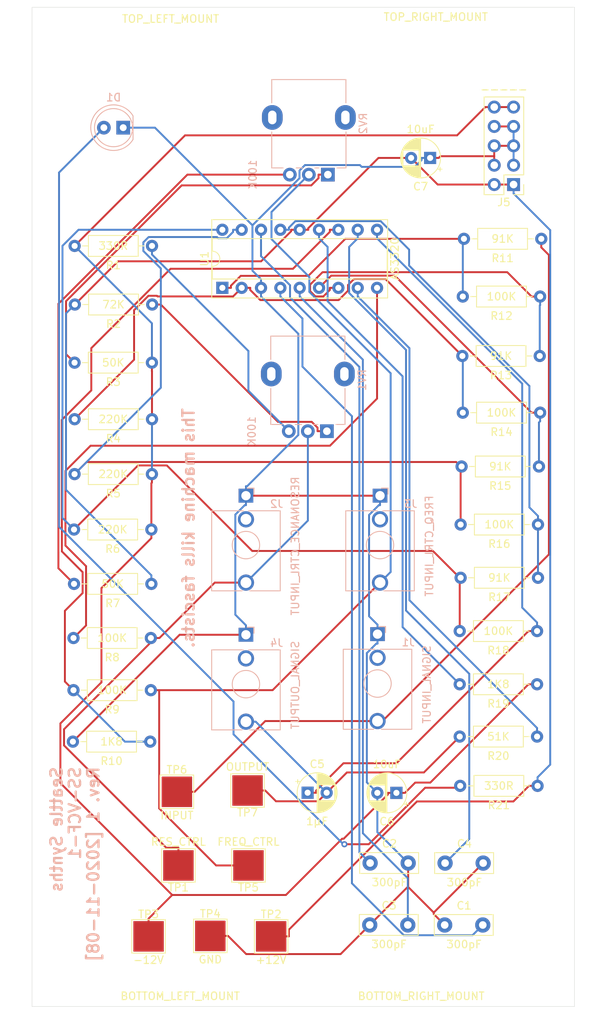
<source format=kicad_pcb>
(kicad_pcb (version 20171130) (host pcbnew 5.1.7)

  (general
    (thickness 1.6)
    (drawings 6)
    (tracks 354)
    (zones 0)
    (modules 48)
    (nets 29)
  )

  (page A4)
  (title_block
    (title SS-VCF-1)
    (date 2020-11-08)
    (rev 1)
    (company "Seattle Synths")
    (comment 1 "Designed by Nathaniel Houk")
  )

  (layers
    (0 F.Cu signal)
    (31 B.Cu signal)
    (32 B.Adhes user)
    (33 F.Adhes user)
    (34 B.Paste user)
    (35 F.Paste user)
    (36 B.SilkS user)
    (37 F.SilkS user)
    (38 B.Mask user)
    (39 F.Mask user)
    (40 Dwgs.User user)
    (41 Cmts.User user)
    (42 Eco1.User user)
    (43 Eco2.User user)
    (44 Edge.Cuts user)
    (45 Margin user)
    (46 B.CrtYd user)
    (47 F.CrtYd user)
    (48 B.Fab user)
    (49 F.Fab user)
  )

  (setup
    (last_trace_width 0.25)
    (trace_clearance 0.2)
    (zone_clearance 0.508)
    (zone_45_only no)
    (trace_min 0.2)
    (via_size 0.8)
    (via_drill 0.4)
    (via_min_size 0.4)
    (via_min_drill 0.3)
    (uvia_size 0.3)
    (uvia_drill 0.1)
    (uvias_allowed no)
    (uvia_min_size 0.2)
    (uvia_min_drill 0.1)
    (edge_width 0.05)
    (segment_width 0.2)
    (pcb_text_width 0.3)
    (pcb_text_size 1.5 1.5)
    (mod_edge_width 0.12)
    (mod_text_size 1 1)
    (mod_text_width 0.15)
    (pad_size 1.524 1.524)
    (pad_drill 0.762)
    (pad_to_mask_clearance 0.05)
    (aux_axis_origin 0 0)
    (visible_elements FFFFF77F)
    (pcbplotparams
      (layerselection 0x010fc_ffffffff)
      (usegerberextensions true)
      (usegerberattributes true)
      (usegerberadvancedattributes true)
      (creategerberjobfile false)
      (excludeedgelayer true)
      (linewidth 0.100000)
      (plotframeref false)
      (viasonmask false)
      (mode 1)
      (useauxorigin false)
      (hpglpennumber 1)
      (hpglpenspeed 20)
      (hpglpendiameter 15.000000)
      (psnegative false)
      (psa4output false)
      (plotreference true)
      (plotvalue true)
      (plotinvisibletext false)
      (padsonsilk false)
      (subtractmaskfromsilk false)
      (outputformat 1)
      (mirror false)
      (drillshape 0)
      (scaleselection 1)
      (outputdirectory "Gerbers/"))
  )

  (net 0 "")
  (net 1 GND)
  (net 2 "Net-(C1-Pad2)")
  (net 3 "Net-(C2-Pad1)")
  (net 4 "Net-(C3-Pad2)")
  (net 5 "Net-(C4-Pad1)")
  (net 6 /OUT4)
  (net 7 -12V)
  (net 8 +12V)
  (net 9 /OUT2)
  (net 10 /OUT3)
  (net 11 /OUT1)
  (net 12 "Net-(R11-Pad1)")
  (net 13 "Net-(R13-Pad1)")
  (net 14 "Net-(R15-Pad1)")
  (net 15 /FREQ_CTRL_INPUT)
  (net 16 "Net-(R2-Pad2)")
  (net 17 "Net-(R17-Pad1)")
  (net 18 /SIGNAL_OUTPUT)
  (net 19 /SIGNAL_INPUT)
  (net 20 /VRES)
  (net 21 "Net-(R1-Pad2)")
  (net 22 "Net-(R3-Pad1)")
  (net 23 "Net-(R7-Pad1)")
  (net 24 "Net-(R8-Pad1)")
  (net 25 "Net-(R10-Pad2)")
  (net 26 "Net-(R19-Pad1)")
  (net 27 "Net-(D1-Pad2)")
  (net 28 /RESONANCE_CTRL_INPUT)

  (net_class Default "This is the default net class."
    (clearance 0.2)
    (trace_width 0.25)
    (via_dia 0.8)
    (via_drill 0.4)
    (uvia_dia 0.3)
    (uvia_drill 0.1)
    (add_net +12V)
    (add_net -12V)
    (add_net /FREQ_CTRL_INPUT)
    (add_net /OUT1)
    (add_net /OUT2)
    (add_net /OUT3)
    (add_net /OUT4)
    (add_net /RESONANCE_CTRL_INPUT)
    (add_net /SIGNAL_INPUT)
    (add_net /SIGNAL_OUTPUT)
    (add_net /VRES)
    (add_net GND)
    (add_net "Net-(C1-Pad2)")
    (add_net "Net-(C2-Pad1)")
    (add_net "Net-(C3-Pad2)")
    (add_net "Net-(C4-Pad1)")
    (add_net "Net-(D1-Pad2)")
    (add_net "Net-(R1-Pad2)")
    (add_net "Net-(R10-Pad2)")
    (add_net "Net-(R11-Pad1)")
    (add_net "Net-(R13-Pad1)")
    (add_net "Net-(R15-Pad1)")
    (add_net "Net-(R17-Pad1)")
    (add_net "Net-(R19-Pad1)")
    (add_net "Net-(R2-Pad2)")
    (add_net "Net-(R3-Pad1)")
    (add_net "Net-(R7-Pad1)")
    (add_net "Net-(R8-Pad1)")
  )

  (module Seattle_Synths:MountingHole_3.2mm_M3_Oval (layer F.Cu) (tedit 5FA6F2EE) (tstamp 5FA8F652)
    (at 165.97 28.77)
    (descr "Mounting Hole 3.2mm, no annular, M3")
    (tags "mounting hole 3.2mm no annular m3")
    (attr virtual)
    (fp_text reference TOP_RIGHT_MOUNT (at -11.16 -1.85) (layer F.SilkS)
      (effects (font (size 1 1) (thickness 0.15)))
    )
    (fp_text value MountingHole_3.2mm_M3_Oval (at 0 4.2) (layer F.Fab)
      (effects (font (size 1 1) (thickness 0.15)))
    )
    (fp_circle (center 0 0) (end 4 0) (layer Cmts.User) (width 0.15))
    (fp_text user %R (at 0.3 0) (layer F.Fab)
      (effects (font (size 1 1) (thickness 0.15)))
    )
    (pad "" np_thru_hole oval (at 0 0) (size 7.4 3.2) (drill oval 7.4 3.2) (layers *.Cu *.Mask))
  )

  (module Seattle_Synths:MountingHole_3.2mm_M3_Oval (layer F.Cu) (tedit 5FA6F2EE) (tstamp 5FA8F639)
    (at 109.2 28.77)
    (descr "Mounting Hole 3.2mm, no annular, M3")
    (tags "mounting hole 3.2mm no annular m3")
    (attr virtual)
    (fp_text reference TOP_LEFT_MOUNT (at 10.78 -1.6) (layer F.SilkS)
      (effects (font (size 1 1) (thickness 0.15)))
    )
    (fp_text value MountingHole_3.2mm_M3_Oval (at 0 4.2) (layer F.Fab)
      (effects (font (size 1 1) (thickness 0.15)))
    )
    (fp_circle (center 0 0) (end 4 0) (layer Cmts.User) (width 0.15))
    (fp_text user %R (at 0.3 0) (layer F.Fab)
      (effects (font (size 1 1) (thickness 0.15)))
    )
    (pad "" np_thru_hole oval (at 0 0) (size 7.4 3.2) (drill oval 7.4 3.2) (layers *.Cu *.Mask))
  )

  (module Seattle_Synths:MountingHole_3.2mm_M3_Oval (layer F.Cu) (tedit 5FA6F2EE) (tstamp 5FA8F620)
    (at 109.06 153.84)
    (descr "Mounting Hole 3.2mm, no annular, M3")
    (tags "mounting hole 3.2mm no annular m3")
    (attr virtual)
    (fp_text reference BOTTOM_LEFT_MOUNT (at 12.18 1.51) (layer F.SilkS)
      (effects (font (size 1 1) (thickness 0.15)))
    )
    (fp_text value MountingHole_3.2mm_M3_Oval (at 0 4.2) (layer F.Fab)
      (effects (font (size 1 1) (thickness 0.15)))
    )
    (fp_circle (center 0 0) (end 4 0) (layer Cmts.User) (width 0.15))
    (fp_text user %R (at 0.35 0.04) (layer F.Fab)
      (effects (font (size 1 1) (thickness 0.15)))
    )
    (pad "" np_thru_hole oval (at 0 0) (size 7.4 3.2) (drill oval 7.4 3.2) (layers *.Cu *.Mask))
  )

  (module Seattle_Synths:MountingHole_3.2mm_M3_Oval (layer F.Cu) (tedit 5FA6F2EE) (tstamp 5FA8F605)
    (at 166.09 153.98)
    (descr "Mounting Hole 3.2mm, no annular, M3")
    (tags "mounting hole 3.2mm no annular m3")
    (attr virtual)
    (fp_text reference BOTTOM_RIGHT_MOUNT (at -13.19 1.37) (layer F.SilkS)
      (effects (font (size 1 1) (thickness 0.15)))
    )
    (fp_text value MountingHole_3.2mm_M3_Oval (at 0 4.2) (layer F.Fab)
      (effects (font (size 1 1) (thickness 0.15)))
    )
    (fp_circle (center 0 0) (end 4 0) (layer Cmts.User) (width 0.15))
    (fp_text user %R (at 0.3 0) (layer F.Fab)
      (effects (font (size 1 1) (thickness 0.15)))
    )
    (pad "" np_thru_hole oval (at 0 0) (size 7.4 3.2) (drill oval 7.4 3.2) (layers *.Cu *.Mask))
  )

  (module Seattle_Synths:DIP-18_W7.62mm_Socket (layer F.Cu) (tedit 5A02E8C5) (tstamp 5F6F7262)
    (at 126.78 62.45 90)
    (descr "18-lead though-hole mounted DIP package, row spacing 7.62 mm (300 mils), Socket")
    (tags "THT DIP DIL PDIP 2.54mm 7.62mm 300mil Socket")
    (path /5F75F277)
    (fp_text reference U1 (at 3.81 -2.33 90) (layer F.SilkS)
      (effects (font (size 1 1) (thickness 0.15)))
    )
    (fp_text value AS3320 (at 3.81 22.65 90) (layer F.SilkS)
      (effects (font (size 1 1) (thickness 0.15)))
    )
    (fp_line (start 1.635 -1.27) (end 6.985 -1.27) (layer F.Fab) (width 0.1))
    (fp_line (start 6.985 -1.27) (end 6.985 21.59) (layer F.Fab) (width 0.1))
    (fp_line (start 6.985 21.59) (end 0.635 21.59) (layer F.Fab) (width 0.1))
    (fp_line (start 0.635 21.59) (end 0.635 -0.27) (layer F.Fab) (width 0.1))
    (fp_line (start 0.635 -0.27) (end 1.635 -1.27) (layer F.Fab) (width 0.1))
    (fp_line (start -1.27 -1.33) (end -1.27 21.65) (layer F.Fab) (width 0.1))
    (fp_line (start -1.27 21.65) (end 8.89 21.65) (layer F.Fab) (width 0.1))
    (fp_line (start 8.89 21.65) (end 8.89 -1.33) (layer F.Fab) (width 0.1))
    (fp_line (start 8.89 -1.33) (end -1.27 -1.33) (layer F.Fab) (width 0.1))
    (fp_line (start 2.81 -1.33) (end 1.16 -1.33) (layer F.SilkS) (width 0.12))
    (fp_line (start 1.16 -1.33) (end 1.16 21.65) (layer F.SilkS) (width 0.12))
    (fp_line (start 1.16 21.65) (end 6.46 21.65) (layer F.SilkS) (width 0.12))
    (fp_line (start 6.46 21.65) (end 6.46 -1.33) (layer F.SilkS) (width 0.12))
    (fp_line (start 6.46 -1.33) (end 4.81 -1.33) (layer F.SilkS) (width 0.12))
    (fp_line (start -1.33 -1.39) (end -1.33 21.71) (layer F.SilkS) (width 0.12))
    (fp_line (start -1.33 21.71) (end 8.95 21.71) (layer F.SilkS) (width 0.12))
    (fp_line (start 8.95 21.71) (end 8.95 -1.39) (layer F.SilkS) (width 0.12))
    (fp_line (start 8.95 -1.39) (end -1.33 -1.39) (layer F.SilkS) (width 0.12))
    (fp_line (start -1.55 -1.6) (end -1.55 21.9) (layer F.CrtYd) (width 0.05))
    (fp_line (start -1.55 21.9) (end 9.15 21.9) (layer F.CrtYd) (width 0.05))
    (fp_line (start 9.15 21.9) (end 9.15 -1.6) (layer F.CrtYd) (width 0.05))
    (fp_line (start 9.15 -1.6) (end -1.55 -1.6) (layer F.CrtYd) (width 0.05))
    (fp_text user %R (at 3.81 10.16 90) (layer F.Fab)
      (effects (font (size 1 1) (thickness 0.15)))
    )
    (fp_arc (start 3.81 -1.33) (end 2.81 -1.33) (angle -180) (layer F.SilkS) (width 0.12))
    (pad 18 thru_hole oval (at 7.62 0 90) (size 1.6 1.6) (drill 0.8) (layers *.Cu *.Mask)
      (net 17 "Net-(R17-Pad1)"))
    (pad 9 thru_hole oval (at 0 20.32 90) (size 1.6 1.6) (drill 0.8) (layers *.Cu *.Mask)
      (net 24 "Net-(R8-Pad1)"))
    (pad 17 thru_hole oval (at 7.62 2.54 90) (size 1.6 1.6) (drill 0.8) (layers *.Cu *.Mask)
      (net 14 "Net-(R15-Pad1)"))
    (pad 8 thru_hole oval (at 0 17.78 90) (size 1.6 1.6) (drill 0.8) (layers *.Cu *.Mask)
      (net 20 /VRES))
    (pad 16 thru_hole oval (at 7.62 5.08 90) (size 1.6 1.6) (drill 0.8) (layers *.Cu *.Mask)
      (net 3 "Net-(C2-Pad1)"))
    (pad 7 thru_hole oval (at 0 15.24 90) (size 1.6 1.6) (drill 0.8) (layers *.Cu *.Mask)
      (net 11 /OUT1))
    (pad 15 thru_hole oval (at 7.62 7.62 90) (size 1.6 1.6) (drill 0.8) (layers *.Cu *.Mask)
      (net 10 /OUT3))
    (pad 6 thru_hole oval (at 0 12.7 90) (size 1.6 1.6) (drill 0.8) (layers *.Cu *.Mask)
      (net 9 /OUT2))
    (pad 14 thru_hole oval (at 7.62 10.16 90) (size 1.6 1.6) (drill 0.8) (layers *.Cu *.Mask)
      (net 8 +12V))
    (pad 5 thru_hole oval (at 0 10.16 90) (size 1.6 1.6) (drill 0.8) (layers *.Cu *.Mask)
      (net 4 "Net-(C3-Pad2)"))
    (pad 13 thru_hole oval (at 7.62 12.7 90) (size 1.6 1.6) (drill 0.8) (layers *.Cu *.Mask)
      (net 26 "Net-(R19-Pad1)"))
    (pad 4 thru_hole oval (at 0 7.62 90) (size 1.6 1.6) (drill 0.8) (layers *.Cu *.Mask)
      (net 2 "Net-(C1-Pad2)"))
    (pad 12 thru_hole oval (at 7.62 15.24 90) (size 1.6 1.6) (drill 0.8) (layers *.Cu *.Mask)
      (net 25 "Net-(R10-Pad2)"))
    (pad 3 thru_hole oval (at 0 5.08 90) (size 1.6 1.6) (drill 0.8) (layers *.Cu *.Mask)
      (net 1 GND))
    (pad 11 thru_hole oval (at 7.62 17.78 90) (size 1.6 1.6) (drill 0.8) (layers *.Cu *.Mask)
      (net 5 "Net-(C4-Pad1)"))
    (pad 2 thru_hole oval (at 0 2.54 90) (size 1.6 1.6) (drill 0.8) (layers *.Cu *.Mask)
      (net 13 "Net-(R13-Pad1)"))
    (pad 10 thru_hole oval (at 7.62 20.32 90) (size 1.6 1.6) (drill 0.8) (layers *.Cu *.Mask)
      (net 6 /OUT4))
    (pad 1 thru_hole rect (at 0 0 90) (size 1.6 1.6) (drill 0.8) (layers *.Cu *.Mask)
      (net 12 "Net-(R11-Pad1)"))
    (model ${KISYS3DMOD}/Package_DIP.3dshapes/DIP-18_W7.62mm_Socket.wrl
      (at (xyz 0 0 0))
      (scale (xyz 1 1 1))
      (rotate (xyz 0 0 0))
    )
  )

  (module Seattle_Synths:TestPoint_Pad_4.0x4.0mm (layer F.Cu) (tedit 5F951922) (tstamp 5F709107)
    (at 130.09 128.38 180)
    (descr "SMD rectangular pad as test Point, square 4.0mm side length")
    (tags "test point SMD pad rectangle square")
    (path /5F7358EE)
    (attr virtual)
    (fp_text reference TP7 (at 0 -2.898) (layer F.SilkS)
      (effects (font (size 1 1) (thickness 0.15)))
    )
    (fp_text value OUTPUT (at 0 3.1) (layer F.SilkS)
      (effects (font (size 1 1) (thickness 0.15)))
    )
    (fp_line (start 2.5 2.5) (end -2.5 2.5) (layer F.CrtYd) (width 0.05))
    (fp_line (start 2.5 2.5) (end 2.5 -2.5) (layer F.CrtYd) (width 0.05))
    (fp_line (start -2.5 -2.5) (end -2.5 2.5) (layer F.CrtYd) (width 0.05))
    (fp_line (start -2.5 -2.5) (end 2.5 -2.5) (layer F.CrtYd) (width 0.05))
    (fp_line (start -2.2 2.2) (end -2.2 -2.2) (layer F.SilkS) (width 0.12))
    (fp_line (start 2.2 2.2) (end -2.2 2.2) (layer F.SilkS) (width 0.12))
    (fp_line (start 2.2 -2.2) (end 2.2 2.2) (layer F.SilkS) (width 0.12))
    (fp_line (start -2.2 -2.2) (end 2.2 -2.2) (layer F.SilkS) (width 0.12))
    (fp_text user %R (at 0 -2.9) (layer F.Fab)
      (effects (font (size 1 1) (thickness 0.15)))
    )
    (pad 1 smd rect (at 0 0 180) (size 4 4) (layers F.Cu F.Mask)
      (net 18 /SIGNAL_OUTPUT))
  )

  (module Seattle_Synths:TestPoint_Pad_4.0x4.0mm (layer F.Cu) (tedit 5F951922) (tstamp 5F708F6A)
    (at 120.81 128.55)
    (descr "SMD rectangular pad as test Point, square 4.0mm side length")
    (tags "test point SMD pad rectangle square")
    (path /5F70AA25)
    (attr virtual)
    (fp_text reference TP6 (at 0 -2.898) (layer F.SilkS)
      (effects (font (size 1 1) (thickness 0.15)))
    )
    (fp_text value INPUT (at 0 3.1) (layer F.SilkS)
      (effects (font (size 1 1) (thickness 0.15)))
    )
    (fp_line (start 2.5 2.5) (end -2.5 2.5) (layer F.CrtYd) (width 0.05))
    (fp_line (start 2.5 2.5) (end 2.5 -2.5) (layer F.CrtYd) (width 0.05))
    (fp_line (start -2.5 -2.5) (end -2.5 2.5) (layer F.CrtYd) (width 0.05))
    (fp_line (start -2.5 -2.5) (end 2.5 -2.5) (layer F.CrtYd) (width 0.05))
    (fp_line (start -2.2 2.2) (end -2.2 -2.2) (layer F.SilkS) (width 0.12))
    (fp_line (start 2.2 2.2) (end -2.2 2.2) (layer F.SilkS) (width 0.12))
    (fp_line (start 2.2 -2.2) (end 2.2 2.2) (layer F.SilkS) (width 0.12))
    (fp_line (start -2.2 -2.2) (end 2.2 -2.2) (layer F.SilkS) (width 0.12))
    (fp_text user %R (at 0 -2.9) (layer F.Fab)
      (effects (font (size 1 1) (thickness 0.15)))
    )
    (pad 1 smd rect (at 0 0) (size 4 4) (layers F.Cu F.Mask)
      (net 19 /SIGNAL_INPUT))
  )

  (module Seattle_Synths:TestPoint_Pad_4.0x4.0mm (layer F.Cu) (tedit 5F951922) (tstamp 5F709025)
    (at 130.21 138.21 180)
    (descr "SMD rectangular pad as test Point, square 4.0mm side length")
    (tags "test point SMD pad rectangle square")
    (path /5F72221C)
    (attr virtual)
    (fp_text reference TP5 (at 0 -2.898) (layer F.SilkS)
      (effects (font (size 1 1) (thickness 0.15)))
    )
    (fp_text value FREQ_CTRL (at 0 3.1) (layer F.SilkS)
      (effects (font (size 1 1) (thickness 0.15)))
    )
    (fp_line (start 2.5 2.5) (end -2.5 2.5) (layer F.CrtYd) (width 0.05))
    (fp_line (start 2.5 2.5) (end 2.5 -2.5) (layer F.CrtYd) (width 0.05))
    (fp_line (start -2.5 -2.5) (end -2.5 2.5) (layer F.CrtYd) (width 0.05))
    (fp_line (start -2.5 -2.5) (end 2.5 -2.5) (layer F.CrtYd) (width 0.05))
    (fp_line (start -2.2 2.2) (end -2.2 -2.2) (layer F.SilkS) (width 0.12))
    (fp_line (start 2.2 2.2) (end -2.2 2.2) (layer F.SilkS) (width 0.12))
    (fp_line (start 2.2 -2.2) (end 2.2 2.2) (layer F.SilkS) (width 0.12))
    (fp_line (start -2.2 -2.2) (end 2.2 -2.2) (layer F.SilkS) (width 0.12))
    (fp_text user %R (at 0 -2.9) (layer F.Fab)
      (effects (font (size 1 1) (thickness 0.15)))
    )
    (pad 1 smd rect (at 0 0 180) (size 4 4) (layers F.Cu F.Mask)
      (net 15 /FREQ_CTRL_INPUT))
  )

  (module Seattle_Synths:TestPoint_Pad_4.0x4.0mm (layer F.Cu) (tedit 5F951922) (tstamp 5FA8B9B4)
    (at 125.2 147.45)
    (descr "SMD rectangular pad as test Point, square 4.0mm side length")
    (tags "test point SMD pad rectangle square")
    (path /5FCC22B5)
    (attr virtual)
    (fp_text reference TP4 (at 0 -2.898) (layer F.SilkS)
      (effects (font (size 1 1) (thickness 0.15)))
    )
    (fp_text value GND (at 0 3.1) (layer F.SilkS)
      (effects (font (size 1 1) (thickness 0.15)))
    )
    (fp_line (start 2.5 2.5) (end -2.5 2.5) (layer F.CrtYd) (width 0.05))
    (fp_line (start 2.5 2.5) (end 2.5 -2.5) (layer F.CrtYd) (width 0.05))
    (fp_line (start -2.5 -2.5) (end -2.5 2.5) (layer F.CrtYd) (width 0.05))
    (fp_line (start -2.5 -2.5) (end 2.5 -2.5) (layer F.CrtYd) (width 0.05))
    (fp_line (start -2.2 2.2) (end -2.2 -2.2) (layer F.SilkS) (width 0.12))
    (fp_line (start 2.2 2.2) (end -2.2 2.2) (layer F.SilkS) (width 0.12))
    (fp_line (start 2.2 -2.2) (end 2.2 2.2) (layer F.SilkS) (width 0.12))
    (fp_line (start -2.2 -2.2) (end 2.2 -2.2) (layer F.SilkS) (width 0.12))
    (fp_text user %R (at 0 -2.9) (layer F.Fab)
      (effects (font (size 1 1) (thickness 0.15)))
    )
    (pad 1 smd rect (at 0 0) (size 4 4) (layers F.Cu F.Mask)
      (net 1 GND))
  )

  (module Seattle_Synths:TestPoint_Pad_4.0x4.0mm (layer F.Cu) (tedit 5F951922) (tstamp 5FA8B9A6)
    (at 117.09 147.51)
    (descr "SMD rectangular pad as test Point, square 4.0mm side length")
    (tags "test point SMD pad rectangle square")
    (path /5FCBED0C)
    (attr virtual)
    (fp_text reference TP3 (at 0 -2.898) (layer F.SilkS)
      (effects (font (size 1 1) (thickness 0.15)))
    )
    (fp_text value -12V (at 0 3.1) (layer F.SilkS)
      (effects (font (size 1 1) (thickness 0.15)))
    )
    (fp_line (start 2.5 2.5) (end -2.5 2.5) (layer F.CrtYd) (width 0.05))
    (fp_line (start 2.5 2.5) (end 2.5 -2.5) (layer F.CrtYd) (width 0.05))
    (fp_line (start -2.5 -2.5) (end -2.5 2.5) (layer F.CrtYd) (width 0.05))
    (fp_line (start -2.5 -2.5) (end 2.5 -2.5) (layer F.CrtYd) (width 0.05))
    (fp_line (start -2.2 2.2) (end -2.2 -2.2) (layer F.SilkS) (width 0.12))
    (fp_line (start 2.2 2.2) (end -2.2 2.2) (layer F.SilkS) (width 0.12))
    (fp_line (start 2.2 -2.2) (end 2.2 2.2) (layer F.SilkS) (width 0.12))
    (fp_line (start -2.2 -2.2) (end 2.2 -2.2) (layer F.SilkS) (width 0.12))
    (fp_text user %R (at 0 -2.9) (layer F.Fab)
      (effects (font (size 1 1) (thickness 0.15)))
    )
    (pad 1 smd rect (at 0 0) (size 4 4) (layers F.Cu F.Mask)
      (net 7 -12V))
  )

  (module Seattle_Synths:TestPoint_Pad_4.0x4.0mm (layer F.Cu) (tedit 5F951922) (tstamp 5F708F40)
    (at 133.19 147.51)
    (descr "SMD rectangular pad as test Point, square 4.0mm side length")
    (tags "test point SMD pad rectangle square")
    (path /5F7195C6)
    (attr virtual)
    (fp_text reference TP2 (at 0 -2.898) (layer F.SilkS)
      (effects (font (size 1 1) (thickness 0.15)))
    )
    (fp_text value +12V (at 0 3.1) (layer F.SilkS)
      (effects (font (size 1 1) (thickness 0.15)))
    )
    (fp_line (start 2.5 2.5) (end -2.5 2.5) (layer F.CrtYd) (width 0.05))
    (fp_line (start 2.5 2.5) (end 2.5 -2.5) (layer F.CrtYd) (width 0.05))
    (fp_line (start -2.5 -2.5) (end -2.5 2.5) (layer F.CrtYd) (width 0.05))
    (fp_line (start -2.5 -2.5) (end 2.5 -2.5) (layer F.CrtYd) (width 0.05))
    (fp_line (start -2.2 2.2) (end -2.2 -2.2) (layer F.SilkS) (width 0.12))
    (fp_line (start 2.2 2.2) (end -2.2 2.2) (layer F.SilkS) (width 0.12))
    (fp_line (start 2.2 -2.2) (end 2.2 2.2) (layer F.SilkS) (width 0.12))
    (fp_line (start -2.2 -2.2) (end 2.2 -2.2) (layer F.SilkS) (width 0.12))
    (fp_text user %R (at 0 -2.9) (layer F.Fab)
      (effects (font (size 1 1) (thickness 0.15)))
    )
    (pad 1 smd rect (at 0 0) (size 4 4) (layers F.Cu F.Mask)
      (net 8 +12V))
  )

  (module Seattle_Synths:TestPoint_Pad_4.0x4.0mm (layer F.Cu) (tedit 5F951922) (tstamp 5F708F32)
    (at 121.01 138.21 180)
    (descr "SMD rectangular pad as test Point, square 4.0mm side length")
    (tags "test point SMD pad rectangle square")
    (path /5F7219B7)
    (attr virtual)
    (fp_text reference TP1 (at 0 -2.898) (layer F.SilkS)
      (effects (font (size 1 1) (thickness 0.15)))
    )
    (fp_text value RES_CTRL (at 0 3.1) (layer F.SilkS)
      (effects (font (size 1 1) (thickness 0.15)))
    )
    (fp_line (start 2.5 2.5) (end -2.5 2.5) (layer F.CrtYd) (width 0.05))
    (fp_line (start 2.5 2.5) (end 2.5 -2.5) (layer F.CrtYd) (width 0.05))
    (fp_line (start -2.5 -2.5) (end -2.5 2.5) (layer F.CrtYd) (width 0.05))
    (fp_line (start -2.5 -2.5) (end 2.5 -2.5) (layer F.CrtYd) (width 0.05))
    (fp_line (start -2.2 2.2) (end -2.2 -2.2) (layer F.SilkS) (width 0.12))
    (fp_line (start 2.2 2.2) (end -2.2 2.2) (layer F.SilkS) (width 0.12))
    (fp_line (start 2.2 -2.2) (end 2.2 2.2) (layer F.SilkS) (width 0.12))
    (fp_line (start -2.2 -2.2) (end 2.2 -2.2) (layer F.SilkS) (width 0.12))
    (fp_text user %R (at 0 -2.9) (layer F.Fab)
      (effects (font (size 1 1) (thickness 0.15)))
    )
    (pad 1 smd rect (at 0 0 180) (size 4 4) (layers F.Cu F.Mask)
      (net 28 /RESONANCE_CTRL_INPUT))
  )

  (module Seattle_Synths:Potentiometer_Alpha_RD901F-40-00D_Single_Vertical (layer B.Cu) (tedit 5F951911) (tstamp 5F831405)
    (at 140.64 47.6 90)
    (descr "Potentiometer, vertical, 9mm, single, http://www.taiwanalpha.com.tw/downloads?target=products&id=113")
    (tags "potentiometer vertical 9mm single")
    (path /5F8A0C6C)
    (fp_text reference RV2 (at 6.71 4.64 -90) (layer B.SilkS)
      (effects (font (size 1 1) (thickness 0.15)) (justify mirror))
    )
    (fp_text value 100K (at 0 -9.86 -90) (layer B.SilkS)
      (effects (font (size 1 1) (thickness 0.15)) (justify mirror))
    )
    (fp_line (start 0.88 -4.16) (end 0.88 -3.33) (layer B.SilkS) (width 0.12))
    (fp_line (start 0.88 -1.71) (end 0.88 -1.18) (layer B.SilkS) (width 0.12))
    (fp_line (start 0.88 1.19) (end 0.88 2.37) (layer B.SilkS) (width 0.12))
    (fp_line (start 0.88 -7.37) (end 5.6 -7.37) (layer B.SilkS) (width 0.12))
    (fp_line (start 9.41 2.37) (end 12.47 2.37) (layer B.SilkS) (width 0.12))
    (fp_line (start 1 -7.25) (end 12.35 -7.25) (layer B.Fab) (width 0.1))
    (fp_line (start 1 2.25) (end 12.35 2.25) (layer B.Fab) (width 0.1))
    (fp_line (start 12.35 -7.25) (end 12.35 2.25) (layer B.Fab) (width 0.1))
    (fp_line (start 1 -7.25) (end 1 2.25) (layer B.Fab) (width 0.1))
    (fp_circle (center 7.5 -2.5) (end 7.5 1) (layer B.Fab) (width 0.1))
    (fp_line (start 0.88 2.38) (end 5.6 2.38) (layer B.SilkS) (width 0.12))
    (fp_line (start 9.41 -7.37) (end 12.47 -7.37) (layer B.SilkS) (width 0.12))
    (fp_line (start 0.88 -7.37) (end 0.88 -5.88) (layer B.SilkS) (width 0.12))
    (fp_line (start 12.47 -7.37) (end 12.47 2.37) (layer B.SilkS) (width 0.12))
    (fp_line (start 12.6 -8.91) (end 12.6 3.91) (layer B.CrtYd) (width 0.05))
    (fp_line (start 12.6 3.91) (end -1.15 3.91) (layer B.CrtYd) (width 0.05))
    (fp_line (start -1.15 3.91) (end -1.15 -8.91) (layer B.CrtYd) (width 0.05))
    (fp_line (start -1.15 -8.91) (end 12.6 -8.91) (layer B.CrtYd) (width 0.05))
    (fp_text user %R (at 7.62 -2.54 90) (layer B.Fab)
      (effects (font (size 1 1) (thickness 0.15)) (justify mirror))
    )
    (pad "" thru_hole oval (at 7.5 2.3) (size 2.72 3.24) (drill oval 1.1 1.8) (layers *.Cu *.Mask))
    (pad "" thru_hole oval (at 7.5 -7.3) (size 2.72 3.24) (drill oval 1.1 1.8) (layers *.Cu *.Mask))
    (pad 3 thru_hole circle (at 0 -5) (size 1.8 1.8) (drill 1) (layers *.Cu *.Mask)
      (net 23 "Net-(R7-Pad1)"))
    (pad 2 thru_hole circle (at 0 -2.5) (size 1.8 1.8) (drill 1) (layers *.Cu *.Mask)
      (net 15 /FREQ_CTRL_INPUT))
    (pad 1 thru_hole rect (at 0 0) (size 1.8 1.8) (drill 1) (layers *.Cu *.Mask)
      (net 22 "Net-(R3-Pad1)"))
    (model ${KISYS3DMOD}/Potentiometer_THT.3dshapes/Potentiometer_Alpha_RD901F-40-00D_Single_Vertical.wrl
      (at (xyz 0 0 0))
      (scale (xyz 1 1 1))
      (rotate (xyz 0 0 0))
    )
  )

  (module Seattle_Synths:Potentiometer_Alpha_RD901F-40-00D_Single_Vertical (layer B.Cu) (tedit 5F951911) (tstamp 5F8313E9)
    (at 140.51 81.25 90)
    (descr "Potentiometer, vertical, 9mm, single, http://www.taiwanalpha.com.tw/downloads?target=products&id=113")
    (tags "potentiometer vertical 9mm single")
    (path /5F94EC0B)
    (fp_text reference RV1 (at 6.71 4.64 -90) (layer B.SilkS)
      (effects (font (size 1 1) (thickness 0.15)) (justify mirror))
    )
    (fp_text value 100K (at 0 -9.86 -90) (layer B.SilkS)
      (effects (font (size 1 1) (thickness 0.15)) (justify mirror))
    )
    (fp_line (start 0.88 -4.16) (end 0.88 -3.33) (layer B.SilkS) (width 0.12))
    (fp_line (start 0.88 -1.71) (end 0.88 -1.18) (layer B.SilkS) (width 0.12))
    (fp_line (start 0.88 1.19) (end 0.88 2.37) (layer B.SilkS) (width 0.12))
    (fp_line (start 0.88 -7.37) (end 5.6 -7.37) (layer B.SilkS) (width 0.12))
    (fp_line (start 9.41 2.37) (end 12.47 2.37) (layer B.SilkS) (width 0.12))
    (fp_line (start 1 -7.25) (end 12.35 -7.25) (layer B.Fab) (width 0.1))
    (fp_line (start 1 2.25) (end 12.35 2.25) (layer B.Fab) (width 0.1))
    (fp_line (start 12.35 -7.25) (end 12.35 2.25) (layer B.Fab) (width 0.1))
    (fp_line (start 1 -7.25) (end 1 2.25) (layer B.Fab) (width 0.1))
    (fp_circle (center 7.5 -2.5) (end 7.5 1) (layer B.Fab) (width 0.1))
    (fp_line (start 0.88 2.38) (end 5.6 2.38) (layer B.SilkS) (width 0.12))
    (fp_line (start 9.41 -7.37) (end 12.47 -7.37) (layer B.SilkS) (width 0.12))
    (fp_line (start 0.88 -7.37) (end 0.88 -5.88) (layer B.SilkS) (width 0.12))
    (fp_line (start 12.47 -7.37) (end 12.47 2.37) (layer B.SilkS) (width 0.12))
    (fp_line (start 12.6 -8.91) (end 12.6 3.91) (layer B.CrtYd) (width 0.05))
    (fp_line (start 12.6 3.91) (end -1.15 3.91) (layer B.CrtYd) (width 0.05))
    (fp_line (start -1.15 3.91) (end -1.15 -8.91) (layer B.CrtYd) (width 0.05))
    (fp_line (start -1.15 -8.91) (end 12.6 -8.91) (layer B.CrtYd) (width 0.05))
    (fp_text user %R (at 7.62 -2.54 90) (layer B.Fab)
      (effects (font (size 1 1) (thickness 0.15)) (justify mirror))
    )
    (pad "" thru_hole oval (at 7.5 2.3) (size 2.72 3.24) (drill oval 1.1 1.8) (layers *.Cu *.Mask))
    (pad "" thru_hole oval (at 7.5 -7.3) (size 2.72 3.24) (drill oval 1.1 1.8) (layers *.Cu *.Mask))
    (pad 3 thru_hole circle (at 0 -5) (size 1.8 1.8) (drill 1) (layers *.Cu *.Mask)
      (net 21 "Net-(R1-Pad2)"))
    (pad 2 thru_hole circle (at 0 -2.5) (size 1.8 1.8) (drill 1) (layers *.Cu *.Mask)
      (net 28 /RESONANCE_CTRL_INPUT))
    (pad 1 thru_hole rect (at 0 0) (size 1.8 1.8) (drill 1) (layers *.Cu *.Mask)
      (net 16 "Net-(R2-Pad2)"))
    (model ${KISYS3DMOD}/Potentiometer_THT.3dshapes/Potentiometer_Alpha_RD901F-40-00D_Single_Vertical.wrl
      (at (xyz 0 0 0))
      (scale (xyz 1 1 1))
      (rotate (xyz 0 0 0))
    )
  )

  (module Seattle_Synths:R_Axial_DIN0207_L6.3mm_D2.5mm_P10.16mm_Horizontal (layer F.Cu) (tedit 5F6FA674) (tstamp 5F83C480)
    (at 158.02 127.77)
    (descr "Resistor, Axial_DIN0207 series, Axial, Horizontal, pin pitch=10.16mm, 0.25W = 1/4W, length*diameter=6.3*2.5mm^2, http://cdn-reichelt.de/documents/datenblatt/B400/1_4W%23YAG.pdf")
    (tags "Resistor Axial_DIN0207 series Axial Horizontal pin pitch 10.16mm 0.25W = 1/4W length 6.3mm diameter 2.5mm")
    (path /5F9C722A)
    (fp_text reference R21 (at 5.08 -2.54) (layer F.Fab)
      (effects (font (size 1 1) (thickness 0.15)))
    )
    (fp_text value 330R (at 5.08 0) (layer F.SilkS)
      (effects (font (size 1 1) (thickness 0.15)))
    )
    (fp_line (start 11.21 -1.5) (end -1.05 -1.5) (layer F.CrtYd) (width 0.05))
    (fp_line (start 11.21 1.5) (end 11.21 -1.5) (layer F.CrtYd) (width 0.05))
    (fp_line (start -1.05 1.5) (end 11.21 1.5) (layer F.CrtYd) (width 0.05))
    (fp_line (start -1.05 -1.5) (end -1.05 1.5) (layer F.CrtYd) (width 0.05))
    (fp_line (start 9.12 0) (end 8.35 0) (layer F.SilkS) (width 0.12))
    (fp_line (start 1.04 0) (end 1.81 0) (layer F.SilkS) (width 0.12))
    (fp_line (start 8.35 -1.37) (end 1.81 -1.37) (layer F.SilkS) (width 0.12))
    (fp_line (start 8.35 1.37) (end 8.35 -1.37) (layer F.SilkS) (width 0.12))
    (fp_line (start 1.81 1.37) (end 8.35 1.37) (layer F.SilkS) (width 0.12))
    (fp_line (start 1.81 -1.37) (end 1.81 1.37) (layer F.SilkS) (width 0.12))
    (fp_line (start 10.16 0) (end 8.23 0) (layer F.Fab) (width 0.1))
    (fp_line (start 0 0) (end 1.93 0) (layer F.Fab) (width 0.1))
    (fp_line (start 8.23 -1.25) (end 1.93 -1.25) (layer F.Fab) (width 0.1))
    (fp_line (start 8.23 1.25) (end 8.23 -1.25) (layer F.Fab) (width 0.1))
    (fp_line (start 1.93 1.25) (end 8.23 1.25) (layer F.Fab) (width 0.1))
    (fp_line (start 1.93 -1.25) (end 1.93 1.25) (layer F.Fab) (width 0.1))
    (fp_text user %R (at 5.08 2.54) (layer F.SilkS)
      (effects (font (size 1 1) (thickness 0.15)))
    )
    (pad 1 thru_hole circle (at 0 0) (size 1.6 1.6) (drill 0.8) (layers *.Cu *.Mask)
      (net 27 "Net-(D1-Pad2)"))
    (pad 2 thru_hole oval (at 10.16 0) (size 1.6 1.6) (drill 0.8) (layers *.Cu *.Mask)
      (net 8 +12V))
    (model ${KISYS3DMOD}/Resistor_THT.3dshapes/R_Axial_DIN0207_L6.3mm_D2.5mm_P10.16mm_Horizontal.wrl
      (at (xyz 0 0 0))
      (scale (xyz 1 1 1))
      (rotate (xyz 0 0 0))
    )
  )

  (module Seattle_Synths:R_Axial_DIN0207_L6.3mm_D2.5mm_P10.16mm_Horizontal (layer F.Cu) (tedit 5F6FA674) (tstamp 5F704DD1)
    (at 157.955 121.306)
    (descr "Resistor, Axial_DIN0207 series, Axial, Horizontal, pin pitch=10.16mm, 0.25W = 1/4W, length*diameter=6.3*2.5mm^2, http://cdn-reichelt.de/documents/datenblatt/B400/1_4W%23YAG.pdf")
    (tags "Resistor Axial_DIN0207 series Axial Horizontal pin pitch 10.16mm 0.25W = 1/4W length 6.3mm diameter 2.5mm")
    (path /5F7B99FB)
    (fp_text reference R20 (at 5.08 -2.54) (layer F.Fab)
      (effects (font (size 1 1) (thickness 0.15)))
    )
    (fp_text value 51K (at 5.08 0) (layer F.SilkS)
      (effects (font (size 1 1) (thickness 0.15)))
    )
    (fp_line (start 11.21 -1.5) (end -1.05 -1.5) (layer F.CrtYd) (width 0.05))
    (fp_line (start 11.21 1.5) (end 11.21 -1.5) (layer F.CrtYd) (width 0.05))
    (fp_line (start -1.05 1.5) (end 11.21 1.5) (layer F.CrtYd) (width 0.05))
    (fp_line (start -1.05 -1.5) (end -1.05 1.5) (layer F.CrtYd) (width 0.05))
    (fp_line (start 9.12 0) (end 8.35 0) (layer F.SilkS) (width 0.12))
    (fp_line (start 1.04 0) (end 1.81 0) (layer F.SilkS) (width 0.12))
    (fp_line (start 8.35 -1.37) (end 1.81 -1.37) (layer F.SilkS) (width 0.12))
    (fp_line (start 8.35 1.37) (end 8.35 -1.37) (layer F.SilkS) (width 0.12))
    (fp_line (start 1.81 1.37) (end 8.35 1.37) (layer F.SilkS) (width 0.12))
    (fp_line (start 1.81 -1.37) (end 1.81 1.37) (layer F.SilkS) (width 0.12))
    (fp_line (start 10.16 0) (end 8.23 0) (layer F.Fab) (width 0.1))
    (fp_line (start 0 0) (end 1.93 0) (layer F.Fab) (width 0.1))
    (fp_line (start 8.23 -1.25) (end 1.93 -1.25) (layer F.Fab) (width 0.1))
    (fp_line (start 8.23 1.25) (end 8.23 -1.25) (layer F.Fab) (width 0.1))
    (fp_line (start 1.93 1.25) (end 8.23 1.25) (layer F.Fab) (width 0.1))
    (fp_line (start 1.93 -1.25) (end 1.93 1.25) (layer F.Fab) (width 0.1))
    (fp_text user %R (at 5.08 2.54) (layer F.SilkS)
      (effects (font (size 1 1) (thickness 0.15)))
    )
    (pad 1 thru_hole circle (at 0 0) (size 1.6 1.6) (drill 0.8) (layers *.Cu *.Mask)
      (net 18 /SIGNAL_OUTPUT))
    (pad 2 thru_hole oval (at 10.16 0) (size 1.6 1.6) (drill 0.8) (layers *.Cu *.Mask)
      (net 20 /VRES))
    (model ${KISYS3DMOD}/Resistor_THT.3dshapes/R_Axial_DIN0207_L6.3mm_D2.5mm_P10.16mm_Horizontal.wrl
      (at (xyz 0 0 0))
      (scale (xyz 1 1 1))
      (rotate (xyz 0 0 0))
    )
  )

  (module Seattle_Synths:R_Axial_DIN0207_L6.3mm_D2.5mm_P10.16mm_Horizontal (layer F.Cu) (tedit 5F6FA674) (tstamp 5F704DBB)
    (at 157.955 114.446)
    (descr "Resistor, Axial_DIN0207 series, Axial, Horizontal, pin pitch=10.16mm, 0.25W = 1/4W, length*diameter=6.3*2.5mm^2, http://cdn-reichelt.de/documents/datenblatt/B400/1_4W%23YAG.pdf")
    (tags "Resistor Axial_DIN0207 series Axial Horizontal pin pitch 10.16mm 0.25W = 1/4W length 6.3mm diameter 2.5mm")
    (path /5F7C0487)
    (fp_text reference R19 (at 5.08 -2.54) (layer F.Fab)
      (effects (font (size 1 1) (thickness 0.15)))
    )
    (fp_text value 1K8 (at 5.08 0) (layer F.SilkS)
      (effects (font (size 1 1) (thickness 0.15)))
    )
    (fp_line (start 11.21 -1.5) (end -1.05 -1.5) (layer F.CrtYd) (width 0.05))
    (fp_line (start 11.21 1.5) (end 11.21 -1.5) (layer F.CrtYd) (width 0.05))
    (fp_line (start -1.05 1.5) (end 11.21 1.5) (layer F.CrtYd) (width 0.05))
    (fp_line (start -1.05 -1.5) (end -1.05 1.5) (layer F.CrtYd) (width 0.05))
    (fp_line (start 9.12 0) (end 8.35 0) (layer F.SilkS) (width 0.12))
    (fp_line (start 1.04 0) (end 1.81 0) (layer F.SilkS) (width 0.12))
    (fp_line (start 8.35 -1.37) (end 1.81 -1.37) (layer F.SilkS) (width 0.12))
    (fp_line (start 8.35 1.37) (end 8.35 -1.37) (layer F.SilkS) (width 0.12))
    (fp_line (start 1.81 1.37) (end 8.35 1.37) (layer F.SilkS) (width 0.12))
    (fp_line (start 1.81 -1.37) (end 1.81 1.37) (layer F.SilkS) (width 0.12))
    (fp_line (start 10.16 0) (end 8.23 0) (layer F.Fab) (width 0.1))
    (fp_line (start 0 0) (end 1.93 0) (layer F.Fab) (width 0.1))
    (fp_line (start 8.23 -1.25) (end 1.93 -1.25) (layer F.Fab) (width 0.1))
    (fp_line (start 8.23 1.25) (end 8.23 -1.25) (layer F.Fab) (width 0.1))
    (fp_line (start 1.93 1.25) (end 8.23 1.25) (layer F.Fab) (width 0.1))
    (fp_line (start 1.93 -1.25) (end 1.93 1.25) (layer F.Fab) (width 0.1))
    (fp_text user %R (at 5.08 2.54) (layer F.SilkS)
      (effects (font (size 1 1) (thickness 0.15)))
    )
    (pad 1 thru_hole circle (at 0 0) (size 1.6 1.6) (drill 0.8) (layers *.Cu *.Mask)
      (net 26 "Net-(R19-Pad1)"))
    (pad 2 thru_hole oval (at 10.16 0) (size 1.6 1.6) (drill 0.8) (layers *.Cu *.Mask)
      (net 7 -12V))
    (model ${KISYS3DMOD}/Resistor_THT.3dshapes/R_Axial_DIN0207_L6.3mm_D2.5mm_P10.16mm_Horizontal.wrl
      (at (xyz 0 0 0))
      (scale (xyz 1 1 1))
      (rotate (xyz 0 0 0))
    )
  )

  (module Seattle_Synths:R_Axial_DIN0207_L6.3mm_D2.5mm_P10.16mm_Horizontal (layer F.Cu) (tedit 5F6FA674) (tstamp 5F704DA5)
    (at 157.955 107.466)
    (descr "Resistor, Axial_DIN0207 series, Axial, Horizontal, pin pitch=10.16mm, 0.25W = 1/4W, length*diameter=6.3*2.5mm^2, http://cdn-reichelt.de/documents/datenblatt/B400/1_4W%23YAG.pdf")
    (tags "Resistor Axial_DIN0207 series Axial Horizontal pin pitch 10.16mm 0.25W = 1/4W length 6.3mm diameter 2.5mm")
    (path /5F76D9D4)
    (fp_text reference R18 (at 5.08 -2.54) (layer F.Fab)
      (effects (font (size 1 1) (thickness 0.15)))
    )
    (fp_text value 100K (at 5.08 0) (layer F.SilkS)
      (effects (font (size 1 1) (thickness 0.15)))
    )
    (fp_line (start 11.21 -1.5) (end -1.05 -1.5) (layer F.CrtYd) (width 0.05))
    (fp_line (start 11.21 1.5) (end 11.21 -1.5) (layer F.CrtYd) (width 0.05))
    (fp_line (start -1.05 1.5) (end 11.21 1.5) (layer F.CrtYd) (width 0.05))
    (fp_line (start -1.05 -1.5) (end -1.05 1.5) (layer F.CrtYd) (width 0.05))
    (fp_line (start 9.12 0) (end 8.35 0) (layer F.SilkS) (width 0.12))
    (fp_line (start 1.04 0) (end 1.81 0) (layer F.SilkS) (width 0.12))
    (fp_line (start 8.35 -1.37) (end 1.81 -1.37) (layer F.SilkS) (width 0.12))
    (fp_line (start 8.35 1.37) (end 8.35 -1.37) (layer F.SilkS) (width 0.12))
    (fp_line (start 1.81 1.37) (end 8.35 1.37) (layer F.SilkS) (width 0.12))
    (fp_line (start 1.81 -1.37) (end 1.81 1.37) (layer F.SilkS) (width 0.12))
    (fp_line (start 10.16 0) (end 8.23 0) (layer F.Fab) (width 0.1))
    (fp_line (start 0 0) (end 1.93 0) (layer F.Fab) (width 0.1))
    (fp_line (start 8.23 -1.25) (end 1.93 -1.25) (layer F.Fab) (width 0.1))
    (fp_line (start 8.23 1.25) (end 8.23 -1.25) (layer F.Fab) (width 0.1))
    (fp_line (start 1.93 1.25) (end 8.23 1.25) (layer F.Fab) (width 0.1))
    (fp_line (start 1.93 -1.25) (end 1.93 1.25) (layer F.Fab) (width 0.1))
    (fp_text user %R (at 5.08 2.54) (layer F.SilkS)
      (effects (font (size 1 1) (thickness 0.15)))
    )
    (pad 1 thru_hole circle (at 0 0) (size 1.6 1.6) (drill 0.8) (layers *.Cu *.Mask)
      (net 17 "Net-(R17-Pad1)"))
    (pad 2 thru_hole oval (at 10.16 0) (size 1.6 1.6) (drill 0.8) (layers *.Cu *.Mask)
      (net 6 /OUT4))
    (model ${KISYS3DMOD}/Resistor_THT.3dshapes/R_Axial_DIN0207_L6.3mm_D2.5mm_P10.16mm_Horizontal.wrl
      (at (xyz 0 0 0))
      (scale (xyz 1 1 1))
      (rotate (xyz 0 0 0))
    )
  )

  (module Seattle_Synths:R_Axial_DIN0207_L6.3mm_D2.5mm_P10.16mm_Horizontal (layer F.Cu) (tedit 5F6FA674) (tstamp 5F704D8F)
    (at 158.075 100.476)
    (descr "Resistor, Axial_DIN0207 series, Axial, Horizontal, pin pitch=10.16mm, 0.25W = 1/4W, length*diameter=6.3*2.5mm^2, http://cdn-reichelt.de/documents/datenblatt/B400/1_4W%23YAG.pdf")
    (tags "Resistor Axial_DIN0207 series Axial Horizontal pin pitch 10.16mm 0.25W = 1/4W length 6.3mm diameter 2.5mm")
    (path /5F76D79B)
    (fp_text reference R17 (at 5.08 -2.54) (layer F.Fab)
      (effects (font (size 1 1) (thickness 0.15)))
    )
    (fp_text value 91K (at 5.08 0) (layer F.SilkS)
      (effects (font (size 1 1) (thickness 0.15)))
    )
    (fp_line (start 11.21 -1.5) (end -1.05 -1.5) (layer F.CrtYd) (width 0.05))
    (fp_line (start 11.21 1.5) (end 11.21 -1.5) (layer F.CrtYd) (width 0.05))
    (fp_line (start -1.05 1.5) (end 11.21 1.5) (layer F.CrtYd) (width 0.05))
    (fp_line (start -1.05 -1.5) (end -1.05 1.5) (layer F.CrtYd) (width 0.05))
    (fp_line (start 9.12 0) (end 8.35 0) (layer F.SilkS) (width 0.12))
    (fp_line (start 1.04 0) (end 1.81 0) (layer F.SilkS) (width 0.12))
    (fp_line (start 8.35 -1.37) (end 1.81 -1.37) (layer F.SilkS) (width 0.12))
    (fp_line (start 8.35 1.37) (end 8.35 -1.37) (layer F.SilkS) (width 0.12))
    (fp_line (start 1.81 1.37) (end 8.35 1.37) (layer F.SilkS) (width 0.12))
    (fp_line (start 1.81 -1.37) (end 1.81 1.37) (layer F.SilkS) (width 0.12))
    (fp_line (start 10.16 0) (end 8.23 0) (layer F.Fab) (width 0.1))
    (fp_line (start 0 0) (end 1.93 0) (layer F.Fab) (width 0.1))
    (fp_line (start 8.23 -1.25) (end 1.93 -1.25) (layer F.Fab) (width 0.1))
    (fp_line (start 8.23 1.25) (end 8.23 -1.25) (layer F.Fab) (width 0.1))
    (fp_line (start 1.93 1.25) (end 8.23 1.25) (layer F.Fab) (width 0.1))
    (fp_line (start 1.93 -1.25) (end 1.93 1.25) (layer F.Fab) (width 0.1))
    (fp_text user %R (at 5.08 2.54) (layer F.SilkS)
      (effects (font (size 1 1) (thickness 0.15)))
    )
    (pad 1 thru_hole circle (at 0 0) (size 1.6 1.6) (drill 0.8) (layers *.Cu *.Mask)
      (net 17 "Net-(R17-Pad1)"))
    (pad 2 thru_hole oval (at 10.16 0) (size 1.6 1.6) (drill 0.8) (layers *.Cu *.Mask)
      (net 10 /OUT3))
    (model ${KISYS3DMOD}/Resistor_THT.3dshapes/R_Axial_DIN0207_L6.3mm_D2.5mm_P10.16mm_Horizontal.wrl
      (at (xyz 0 0 0))
      (scale (xyz 1 1 1))
      (rotate (xyz 0 0 0))
    )
  )

  (module Seattle_Synths:R_Axial_DIN0207_L6.3mm_D2.5mm_P10.16mm_Horizontal (layer F.Cu) (tedit 5F6FA674) (tstamp 5F704D79)
    (at 158.075 93.496)
    (descr "Resistor, Axial_DIN0207 series, Axial, Horizontal, pin pitch=10.16mm, 0.25W = 1/4W, length*diameter=6.3*2.5mm^2, http://cdn-reichelt.de/documents/datenblatt/B400/1_4W%23YAG.pdf")
    (tags "Resistor Axial_DIN0207 series Axial Horizontal pin pitch 10.16mm 0.25W = 1/4W length 6.3mm diameter 2.5mm")
    (path /5F76D48F)
    (fp_text reference R16 (at 5.08 -2.54) (layer F.Fab)
      (effects (font (size 1 1) (thickness 0.15)))
    )
    (fp_text value 100K (at 5.08 0) (layer F.SilkS)
      (effects (font (size 1 1) (thickness 0.15)))
    )
    (fp_line (start 11.21 -1.5) (end -1.05 -1.5) (layer F.CrtYd) (width 0.05))
    (fp_line (start 11.21 1.5) (end 11.21 -1.5) (layer F.CrtYd) (width 0.05))
    (fp_line (start -1.05 1.5) (end 11.21 1.5) (layer F.CrtYd) (width 0.05))
    (fp_line (start -1.05 -1.5) (end -1.05 1.5) (layer F.CrtYd) (width 0.05))
    (fp_line (start 9.12 0) (end 8.35 0) (layer F.SilkS) (width 0.12))
    (fp_line (start 1.04 0) (end 1.81 0) (layer F.SilkS) (width 0.12))
    (fp_line (start 8.35 -1.37) (end 1.81 -1.37) (layer F.SilkS) (width 0.12))
    (fp_line (start 8.35 1.37) (end 8.35 -1.37) (layer F.SilkS) (width 0.12))
    (fp_line (start 1.81 1.37) (end 8.35 1.37) (layer F.SilkS) (width 0.12))
    (fp_line (start 1.81 -1.37) (end 1.81 1.37) (layer F.SilkS) (width 0.12))
    (fp_line (start 10.16 0) (end 8.23 0) (layer F.Fab) (width 0.1))
    (fp_line (start 0 0) (end 1.93 0) (layer F.Fab) (width 0.1))
    (fp_line (start 8.23 -1.25) (end 1.93 -1.25) (layer F.Fab) (width 0.1))
    (fp_line (start 8.23 1.25) (end 8.23 -1.25) (layer F.Fab) (width 0.1))
    (fp_line (start 1.93 1.25) (end 8.23 1.25) (layer F.Fab) (width 0.1))
    (fp_line (start 1.93 -1.25) (end 1.93 1.25) (layer F.Fab) (width 0.1))
    (fp_text user %R (at 5.08 2.54) (layer F.SilkS)
      (effects (font (size 1 1) (thickness 0.15)))
    )
    (pad 1 thru_hole circle (at 0 0) (size 1.6 1.6) (drill 0.8) (layers *.Cu *.Mask)
      (net 14 "Net-(R15-Pad1)"))
    (pad 2 thru_hole oval (at 10.16 0) (size 1.6 1.6) (drill 0.8) (layers *.Cu *.Mask)
      (net 10 /OUT3))
    (model ${KISYS3DMOD}/Resistor_THT.3dshapes/R_Axial_DIN0207_L6.3mm_D2.5mm_P10.16mm_Horizontal.wrl
      (at (xyz 0 0 0))
      (scale (xyz 1 1 1))
      (rotate (xyz 0 0 0))
    )
  )

  (module Seattle_Synths:R_Axial_DIN0207_L6.3mm_D2.5mm_P10.16mm_Horizontal (layer F.Cu) (tedit 5F6FA674) (tstamp 5F704D63)
    (at 158.202 85.882)
    (descr "Resistor, Axial_DIN0207 series, Axial, Horizontal, pin pitch=10.16mm, 0.25W = 1/4W, length*diameter=6.3*2.5mm^2, http://cdn-reichelt.de/documents/datenblatt/B400/1_4W%23YAG.pdf")
    (tags "Resistor Axial_DIN0207 series Axial Horizontal pin pitch 10.16mm 0.25W = 1/4W length 6.3mm diameter 2.5mm")
    (path /5F76CF6B)
    (fp_text reference R15 (at 5.08 -2.54) (layer F.Fab)
      (effects (font (size 1 1) (thickness 0.15)))
    )
    (fp_text value 91K (at 5.08 0) (layer F.SilkS)
      (effects (font (size 1 1) (thickness 0.15)))
    )
    (fp_line (start 11.21 -1.5) (end -1.05 -1.5) (layer F.CrtYd) (width 0.05))
    (fp_line (start 11.21 1.5) (end 11.21 -1.5) (layer F.CrtYd) (width 0.05))
    (fp_line (start -1.05 1.5) (end 11.21 1.5) (layer F.CrtYd) (width 0.05))
    (fp_line (start -1.05 -1.5) (end -1.05 1.5) (layer F.CrtYd) (width 0.05))
    (fp_line (start 9.12 0) (end 8.35 0) (layer F.SilkS) (width 0.12))
    (fp_line (start 1.04 0) (end 1.81 0) (layer F.SilkS) (width 0.12))
    (fp_line (start 8.35 -1.37) (end 1.81 -1.37) (layer F.SilkS) (width 0.12))
    (fp_line (start 8.35 1.37) (end 8.35 -1.37) (layer F.SilkS) (width 0.12))
    (fp_line (start 1.81 1.37) (end 8.35 1.37) (layer F.SilkS) (width 0.12))
    (fp_line (start 1.81 -1.37) (end 1.81 1.37) (layer F.SilkS) (width 0.12))
    (fp_line (start 10.16 0) (end 8.23 0) (layer F.Fab) (width 0.1))
    (fp_line (start 0 0) (end 1.93 0) (layer F.Fab) (width 0.1))
    (fp_line (start 8.23 -1.25) (end 1.93 -1.25) (layer F.Fab) (width 0.1))
    (fp_line (start 8.23 1.25) (end 8.23 -1.25) (layer F.Fab) (width 0.1))
    (fp_line (start 1.93 1.25) (end 8.23 1.25) (layer F.Fab) (width 0.1))
    (fp_line (start 1.93 -1.25) (end 1.93 1.25) (layer F.Fab) (width 0.1))
    (fp_text user %R (at 5.08 2.54) (layer F.SilkS)
      (effects (font (size 1 1) (thickness 0.15)))
    )
    (pad 1 thru_hole circle (at 0 0) (size 1.6 1.6) (drill 0.8) (layers *.Cu *.Mask)
      (net 14 "Net-(R15-Pad1)"))
    (pad 2 thru_hole oval (at 10.16 0) (size 1.6 1.6) (drill 0.8) (layers *.Cu *.Mask)
      (net 9 /OUT2))
    (model ${KISYS3DMOD}/Resistor_THT.3dshapes/R_Axial_DIN0207_L6.3mm_D2.5mm_P10.16mm_Horizontal.wrl
      (at (xyz 0 0 0))
      (scale (xyz 1 1 1))
      (rotate (xyz 0 0 0))
    )
  )

  (module Seattle_Synths:R_Axial_DIN0207_L6.3mm_D2.5mm_P10.16mm_Horizontal (layer F.Cu) (tedit 5F6FA674) (tstamp 5F704D4D)
    (at 158.36 78.82)
    (descr "Resistor, Axial_DIN0207 series, Axial, Horizontal, pin pitch=10.16mm, 0.25W = 1/4W, length*diameter=6.3*2.5mm^2, http://cdn-reichelt.de/documents/datenblatt/B400/1_4W%23YAG.pdf")
    (tags "Resistor Axial_DIN0207 series Axial Horizontal pin pitch 10.16mm 0.25W = 1/4W length 6.3mm diameter 2.5mm")
    (path /5F764DC1)
    (fp_text reference R14 (at 5.08 -2.54) (layer F.Fab)
      (effects (font (size 1 1) (thickness 0.15)))
    )
    (fp_text value 100K (at 5.08 0) (layer F.SilkS)
      (effects (font (size 1 1) (thickness 0.15)))
    )
    (fp_line (start 11.21 -1.5) (end -1.05 -1.5) (layer F.CrtYd) (width 0.05))
    (fp_line (start 11.21 1.5) (end 11.21 -1.5) (layer F.CrtYd) (width 0.05))
    (fp_line (start -1.05 1.5) (end 11.21 1.5) (layer F.CrtYd) (width 0.05))
    (fp_line (start -1.05 -1.5) (end -1.05 1.5) (layer F.CrtYd) (width 0.05))
    (fp_line (start 9.12 0) (end 8.35 0) (layer F.SilkS) (width 0.12))
    (fp_line (start 1.04 0) (end 1.81 0) (layer F.SilkS) (width 0.12))
    (fp_line (start 8.35 -1.37) (end 1.81 -1.37) (layer F.SilkS) (width 0.12))
    (fp_line (start 8.35 1.37) (end 8.35 -1.37) (layer F.SilkS) (width 0.12))
    (fp_line (start 1.81 1.37) (end 8.35 1.37) (layer F.SilkS) (width 0.12))
    (fp_line (start 1.81 -1.37) (end 1.81 1.37) (layer F.SilkS) (width 0.12))
    (fp_line (start 10.16 0) (end 8.23 0) (layer F.Fab) (width 0.1))
    (fp_line (start 0 0) (end 1.93 0) (layer F.Fab) (width 0.1))
    (fp_line (start 8.23 -1.25) (end 1.93 -1.25) (layer F.Fab) (width 0.1))
    (fp_line (start 8.23 1.25) (end 8.23 -1.25) (layer F.Fab) (width 0.1))
    (fp_line (start 1.93 1.25) (end 8.23 1.25) (layer F.Fab) (width 0.1))
    (fp_line (start 1.93 -1.25) (end 1.93 1.25) (layer F.Fab) (width 0.1))
    (fp_text user %R (at 5.08 2.54) (layer F.SilkS)
      (effects (font (size 1 1) (thickness 0.15)))
    )
    (pad 1 thru_hole circle (at 0 0) (size 1.6 1.6) (drill 0.8) (layers *.Cu *.Mask)
      (net 13 "Net-(R13-Pad1)"))
    (pad 2 thru_hole oval (at 10.16 0) (size 1.6 1.6) (drill 0.8) (layers *.Cu *.Mask)
      (net 9 /OUT2))
    (model ${KISYS3DMOD}/Resistor_THT.3dshapes/R_Axial_DIN0207_L6.3mm_D2.5mm_P10.16mm_Horizontal.wrl
      (at (xyz 0 0 0))
      (scale (xyz 1 1 1))
      (rotate (xyz 0 0 0))
    )
  )

  (module Seattle_Synths:R_Axial_DIN0207_L6.3mm_D2.5mm_P10.16mm_Horizontal (layer F.Cu) (tedit 5F6FA674) (tstamp 5F704D37)
    (at 158.304 71.386)
    (descr "Resistor, Axial_DIN0207 series, Axial, Horizontal, pin pitch=10.16mm, 0.25W = 1/4W, length*diameter=6.3*2.5mm^2, http://cdn-reichelt.de/documents/datenblatt/B400/1_4W%23YAG.pdf")
    (tags "Resistor Axial_DIN0207 series Axial Horizontal pin pitch 10.16mm 0.25W = 1/4W length 6.3mm diameter 2.5mm")
    (path /5F763E03)
    (fp_text reference R13 (at 5.08 -2.54) (layer F.Fab)
      (effects (font (size 1 1) (thickness 0.15)))
    )
    (fp_text value 91K (at 5.08 0) (layer F.SilkS)
      (effects (font (size 1 1) (thickness 0.15)))
    )
    (fp_line (start 11.21 -1.5) (end -1.05 -1.5) (layer F.CrtYd) (width 0.05))
    (fp_line (start 11.21 1.5) (end 11.21 -1.5) (layer F.CrtYd) (width 0.05))
    (fp_line (start -1.05 1.5) (end 11.21 1.5) (layer F.CrtYd) (width 0.05))
    (fp_line (start -1.05 -1.5) (end -1.05 1.5) (layer F.CrtYd) (width 0.05))
    (fp_line (start 9.12 0) (end 8.35 0) (layer F.SilkS) (width 0.12))
    (fp_line (start 1.04 0) (end 1.81 0) (layer F.SilkS) (width 0.12))
    (fp_line (start 8.35 -1.37) (end 1.81 -1.37) (layer F.SilkS) (width 0.12))
    (fp_line (start 8.35 1.37) (end 8.35 -1.37) (layer F.SilkS) (width 0.12))
    (fp_line (start 1.81 1.37) (end 8.35 1.37) (layer F.SilkS) (width 0.12))
    (fp_line (start 1.81 -1.37) (end 1.81 1.37) (layer F.SilkS) (width 0.12))
    (fp_line (start 10.16 0) (end 8.23 0) (layer F.Fab) (width 0.1))
    (fp_line (start 0 0) (end 1.93 0) (layer F.Fab) (width 0.1))
    (fp_line (start 8.23 -1.25) (end 1.93 -1.25) (layer F.Fab) (width 0.1))
    (fp_line (start 8.23 1.25) (end 8.23 -1.25) (layer F.Fab) (width 0.1))
    (fp_line (start 1.93 1.25) (end 8.23 1.25) (layer F.Fab) (width 0.1))
    (fp_line (start 1.93 -1.25) (end 1.93 1.25) (layer F.Fab) (width 0.1))
    (fp_text user %R (at 5.08 2.54) (layer F.SilkS)
      (effects (font (size 1 1) (thickness 0.15)))
    )
    (pad 1 thru_hole circle (at 0 0) (size 1.6 1.6) (drill 0.8) (layers *.Cu *.Mask)
      (net 13 "Net-(R13-Pad1)"))
    (pad 2 thru_hole oval (at 10.16 0) (size 1.6 1.6) (drill 0.8) (layers *.Cu *.Mask)
      (net 11 /OUT1))
    (model ${KISYS3DMOD}/Resistor_THT.3dshapes/R_Axial_DIN0207_L6.3mm_D2.5mm_P10.16mm_Horizontal.wrl
      (at (xyz 0 0 0))
      (scale (xyz 1 1 1))
      (rotate (xyz 0 0 0))
    )
  )

  (module Seattle_Synths:R_Axial_DIN0207_L6.3mm_D2.5mm_P10.16mm_Horizontal (layer F.Cu) (tedit 5F6FA674) (tstamp 5F704D21)
    (at 158.36 63.59)
    (descr "Resistor, Axial_DIN0207 series, Axial, Horizontal, pin pitch=10.16mm, 0.25W = 1/4W, length*diameter=6.3*2.5mm^2, http://cdn-reichelt.de/documents/datenblatt/B400/1_4W%23YAG.pdf")
    (tags "Resistor Axial_DIN0207 series Axial Horizontal pin pitch 10.16mm 0.25W = 1/4W length 6.3mm diameter 2.5mm")
    (path /5F76151C)
    (fp_text reference R12 (at 5.08 -2.54) (layer F.Fab)
      (effects (font (size 1 1) (thickness 0.15)))
    )
    (fp_text value 100K (at 5.08 0) (layer F.SilkS)
      (effects (font (size 1 1) (thickness 0.15)))
    )
    (fp_line (start 11.21 -1.5) (end -1.05 -1.5) (layer F.CrtYd) (width 0.05))
    (fp_line (start 11.21 1.5) (end 11.21 -1.5) (layer F.CrtYd) (width 0.05))
    (fp_line (start -1.05 1.5) (end 11.21 1.5) (layer F.CrtYd) (width 0.05))
    (fp_line (start -1.05 -1.5) (end -1.05 1.5) (layer F.CrtYd) (width 0.05))
    (fp_line (start 9.12 0) (end 8.35 0) (layer F.SilkS) (width 0.12))
    (fp_line (start 1.04 0) (end 1.81 0) (layer F.SilkS) (width 0.12))
    (fp_line (start 8.35 -1.37) (end 1.81 -1.37) (layer F.SilkS) (width 0.12))
    (fp_line (start 8.35 1.37) (end 8.35 -1.37) (layer F.SilkS) (width 0.12))
    (fp_line (start 1.81 1.37) (end 8.35 1.37) (layer F.SilkS) (width 0.12))
    (fp_line (start 1.81 -1.37) (end 1.81 1.37) (layer F.SilkS) (width 0.12))
    (fp_line (start 10.16 0) (end 8.23 0) (layer F.Fab) (width 0.1))
    (fp_line (start 0 0) (end 1.93 0) (layer F.Fab) (width 0.1))
    (fp_line (start 8.23 -1.25) (end 1.93 -1.25) (layer F.Fab) (width 0.1))
    (fp_line (start 8.23 1.25) (end 8.23 -1.25) (layer F.Fab) (width 0.1))
    (fp_line (start 1.93 1.25) (end 8.23 1.25) (layer F.Fab) (width 0.1))
    (fp_line (start 1.93 -1.25) (end 1.93 1.25) (layer F.Fab) (width 0.1))
    (fp_text user %R (at 5.08 2.54) (layer F.SilkS)
      (effects (font (size 1 1) (thickness 0.15)))
    )
    (pad 1 thru_hole circle (at 0 0) (size 1.6 1.6) (drill 0.8) (layers *.Cu *.Mask)
      (net 12 "Net-(R11-Pad1)"))
    (pad 2 thru_hole oval (at 10.16 0) (size 1.6 1.6) (drill 0.8) (layers *.Cu *.Mask)
      (net 11 /OUT1))
    (model ${KISYS3DMOD}/Resistor_THT.3dshapes/R_Axial_DIN0207_L6.3mm_D2.5mm_P10.16mm_Horizontal.wrl
      (at (xyz 0 0 0))
      (scale (xyz 1 1 1))
      (rotate (xyz 0 0 0))
    )
  )

  (module Seattle_Synths:R_Axial_DIN0207_L6.3mm_D2.5mm_P10.16mm_Horizontal (layer F.Cu) (tedit 5F6FA674) (tstamp 5F704D0B)
    (at 158.51 56.02)
    (descr "Resistor, Axial_DIN0207 series, Axial, Horizontal, pin pitch=10.16mm, 0.25W = 1/4W, length*diameter=6.3*2.5mm^2, http://cdn-reichelt.de/documents/datenblatt/B400/1_4W%23YAG.pdf")
    (tags "Resistor Axial_DIN0207 series Axial Horizontal pin pitch 10.16mm 0.25W = 1/4W length 6.3mm diameter 2.5mm")
    (path /5F760B27)
    (fp_text reference R11 (at 5.08 -2.54) (layer F.Fab)
      (effects (font (size 1 1) (thickness 0.15)))
    )
    (fp_text value 91K (at 5.08 0) (layer F.SilkS)
      (effects (font (size 1 1) (thickness 0.15)))
    )
    (fp_line (start 11.21 -1.5) (end -1.05 -1.5) (layer F.CrtYd) (width 0.05))
    (fp_line (start 11.21 1.5) (end 11.21 -1.5) (layer F.CrtYd) (width 0.05))
    (fp_line (start -1.05 1.5) (end 11.21 1.5) (layer F.CrtYd) (width 0.05))
    (fp_line (start -1.05 -1.5) (end -1.05 1.5) (layer F.CrtYd) (width 0.05))
    (fp_line (start 9.12 0) (end 8.35 0) (layer F.SilkS) (width 0.12))
    (fp_line (start 1.04 0) (end 1.81 0) (layer F.SilkS) (width 0.12))
    (fp_line (start 8.35 -1.37) (end 1.81 -1.37) (layer F.SilkS) (width 0.12))
    (fp_line (start 8.35 1.37) (end 8.35 -1.37) (layer F.SilkS) (width 0.12))
    (fp_line (start 1.81 1.37) (end 8.35 1.37) (layer F.SilkS) (width 0.12))
    (fp_line (start 1.81 -1.37) (end 1.81 1.37) (layer F.SilkS) (width 0.12))
    (fp_line (start 10.16 0) (end 8.23 0) (layer F.Fab) (width 0.1))
    (fp_line (start 0 0) (end 1.93 0) (layer F.Fab) (width 0.1))
    (fp_line (start 8.23 -1.25) (end 1.93 -1.25) (layer F.Fab) (width 0.1))
    (fp_line (start 8.23 1.25) (end 8.23 -1.25) (layer F.Fab) (width 0.1))
    (fp_line (start 1.93 1.25) (end 8.23 1.25) (layer F.Fab) (width 0.1))
    (fp_line (start 1.93 -1.25) (end 1.93 1.25) (layer F.Fab) (width 0.1))
    (fp_text user %R (at 5.08 2.54) (layer F.SilkS)
      (effects (font (size 1 1) (thickness 0.15)))
    )
    (pad 1 thru_hole circle (at 0 0) (size 1.6 1.6) (drill 0.8) (layers *.Cu *.Mask)
      (net 12 "Net-(R11-Pad1)"))
    (pad 2 thru_hole oval (at 10.16 0) (size 1.6 1.6) (drill 0.8) (layers *.Cu *.Mask)
      (net 19 /SIGNAL_INPUT))
    (model ${KISYS3DMOD}/Resistor_THT.3dshapes/R_Axial_DIN0207_L6.3mm_D2.5mm_P10.16mm_Horizontal.wrl
      (at (xyz 0 0 0))
      (scale (xyz 1 1 1))
      (rotate (xyz 0 0 0))
    )
  )

  (module Seattle_Synths:R_Axial_DIN0207_L6.3mm_D2.5mm_P10.16mm_Horizontal (layer F.Cu) (tedit 5F6FA674) (tstamp 5F704CF5)
    (at 107.15 121.97)
    (descr "Resistor, Axial_DIN0207 series, Axial, Horizontal, pin pitch=10.16mm, 0.25W = 1/4W, length*diameter=6.3*2.5mm^2, http://cdn-reichelt.de/documents/datenblatt/B400/1_4W%23YAG.pdf")
    (tags "Resistor Axial_DIN0207 series Axial Horizontal pin pitch 10.16mm 0.25W = 1/4W length 6.3mm diameter 2.5mm")
    (path /5F7CC42C)
    (fp_text reference R10 (at 5.08 -2.54) (layer F.Fab)
      (effects (font (size 1 1) (thickness 0.15)))
    )
    (fp_text value 1K8 (at 5.08 0) (layer F.SilkS)
      (effects (font (size 1 1) (thickness 0.15)))
    )
    (fp_line (start 11.21 -1.5) (end -1.05 -1.5) (layer F.CrtYd) (width 0.05))
    (fp_line (start 11.21 1.5) (end 11.21 -1.5) (layer F.CrtYd) (width 0.05))
    (fp_line (start -1.05 1.5) (end 11.21 1.5) (layer F.CrtYd) (width 0.05))
    (fp_line (start -1.05 -1.5) (end -1.05 1.5) (layer F.CrtYd) (width 0.05))
    (fp_line (start 9.12 0) (end 8.35 0) (layer F.SilkS) (width 0.12))
    (fp_line (start 1.04 0) (end 1.81 0) (layer F.SilkS) (width 0.12))
    (fp_line (start 8.35 -1.37) (end 1.81 -1.37) (layer F.SilkS) (width 0.12))
    (fp_line (start 8.35 1.37) (end 8.35 -1.37) (layer F.SilkS) (width 0.12))
    (fp_line (start 1.81 1.37) (end 8.35 1.37) (layer F.SilkS) (width 0.12))
    (fp_line (start 1.81 -1.37) (end 1.81 1.37) (layer F.SilkS) (width 0.12))
    (fp_line (start 10.16 0) (end 8.23 0) (layer F.Fab) (width 0.1))
    (fp_line (start 0 0) (end 1.93 0) (layer F.Fab) (width 0.1))
    (fp_line (start 8.23 -1.25) (end 1.93 -1.25) (layer F.Fab) (width 0.1))
    (fp_line (start 8.23 1.25) (end 8.23 -1.25) (layer F.Fab) (width 0.1))
    (fp_line (start 1.93 1.25) (end 8.23 1.25) (layer F.Fab) (width 0.1))
    (fp_line (start 1.93 -1.25) (end 1.93 1.25) (layer F.Fab) (width 0.1))
    (fp_text user %R (at 5.08 2.54) (layer F.SilkS)
      (effects (font (size 1 1) (thickness 0.15)))
    )
    (pad 1 thru_hole circle (at 0 0) (size 1.6 1.6) (drill 0.8) (layers *.Cu *.Mask)
      (net 1 GND))
    (pad 2 thru_hole oval (at 10.16 0) (size 1.6 1.6) (drill 0.8) (layers *.Cu *.Mask)
      (net 25 "Net-(R10-Pad2)"))
    (model ${KISYS3DMOD}/Resistor_THT.3dshapes/R_Axial_DIN0207_L6.3mm_D2.5mm_P10.16mm_Horizontal.wrl
      (at (xyz 0 0 0))
      (scale (xyz 1 1 1))
      (rotate (xyz 0 0 0))
    )
  )

  (module Seattle_Synths:R_Axial_DIN0207_L6.3mm_D2.5mm_P10.16mm_Horizontal (layer F.Cu) (tedit 5F6FA674) (tstamp 5F704C5B)
    (at 107.23 115.22)
    (descr "Resistor, Axial_DIN0207 series, Axial, Horizontal, pin pitch=10.16mm, 0.25W = 1/4W, length*diameter=6.3*2.5mm^2, http://cdn-reichelt.de/documents/datenblatt/B400/1_4W%23YAG.pdf")
    (tags "Resistor Axial_DIN0207 series Axial Horizontal pin pitch 10.16mm 0.25W = 1/4W length 6.3mm diameter 2.5mm")
    (path /5F7D75A4)
    (fp_text reference R9 (at 5.08 -2.54) (layer F.Fab)
      (effects (font (size 1 1) (thickness 0.15)))
    )
    (fp_text value 100K (at 5.08 0) (layer F.SilkS)
      (effects (font (size 1 1) (thickness 0.15)))
    )
    (fp_line (start 11.21 -1.5) (end -1.05 -1.5) (layer F.CrtYd) (width 0.05))
    (fp_line (start 11.21 1.5) (end 11.21 -1.5) (layer F.CrtYd) (width 0.05))
    (fp_line (start -1.05 1.5) (end 11.21 1.5) (layer F.CrtYd) (width 0.05))
    (fp_line (start -1.05 -1.5) (end -1.05 1.5) (layer F.CrtYd) (width 0.05))
    (fp_line (start 9.12 0) (end 8.35 0) (layer F.SilkS) (width 0.12))
    (fp_line (start 1.04 0) (end 1.81 0) (layer F.SilkS) (width 0.12))
    (fp_line (start 8.35 -1.37) (end 1.81 -1.37) (layer F.SilkS) (width 0.12))
    (fp_line (start 8.35 1.37) (end 8.35 -1.37) (layer F.SilkS) (width 0.12))
    (fp_line (start 1.81 1.37) (end 8.35 1.37) (layer F.SilkS) (width 0.12))
    (fp_line (start 1.81 -1.37) (end 1.81 1.37) (layer F.SilkS) (width 0.12))
    (fp_line (start 10.16 0) (end 8.23 0) (layer F.Fab) (width 0.1))
    (fp_line (start 0 0) (end 1.93 0) (layer F.Fab) (width 0.1))
    (fp_line (start 8.23 -1.25) (end 1.93 -1.25) (layer F.Fab) (width 0.1))
    (fp_line (start 8.23 1.25) (end 8.23 -1.25) (layer F.Fab) (width 0.1))
    (fp_line (start 1.93 1.25) (end 8.23 1.25) (layer F.Fab) (width 0.1))
    (fp_line (start 1.93 -1.25) (end 1.93 1.25) (layer F.Fab) (width 0.1))
    (fp_text user %R (at 5.08 2.54) (layer F.SilkS)
      (effects (font (size 1 1) (thickness 0.15)))
    )
    (pad 1 thru_hole circle (at 0 0) (size 1.6 1.6) (drill 0.8) (layers *.Cu *.Mask)
      (net 25 "Net-(R10-Pad2)"))
    (pad 2 thru_hole oval (at 10.16 0) (size 1.6 1.6) (drill 0.8) (layers *.Cu *.Mask)
      (net 15 /FREQ_CTRL_INPUT))
    (model ${KISYS3DMOD}/Resistor_THT.3dshapes/R_Axial_DIN0207_L6.3mm_D2.5mm_P10.16mm_Horizontal.wrl
      (at (xyz 0 0 0))
      (scale (xyz 1 1 1))
      (rotate (xyz 0 0 0))
    )
  )

  (module Seattle_Synths:R_Axial_DIN0207_L6.3mm_D2.5mm_P10.16mm_Horizontal (layer F.Cu) (tedit 5F6FA674) (tstamp 5F704CC9)
    (at 107.23 108.38)
    (descr "Resistor, Axial_DIN0207 series, Axial, Horizontal, pin pitch=10.16mm, 0.25W = 1/4W, length*diameter=6.3*2.5mm^2, http://cdn-reichelt.de/documents/datenblatt/B400/1_4W%23YAG.pdf")
    (tags "Resistor Axial_DIN0207 series Axial Horizontal pin pitch 10.16mm 0.25W = 1/4W length 6.3mm diameter 2.5mm")
    (path /5F7AD4D8)
    (fp_text reference R8 (at 5.08 -2.54) (layer F.Fab)
      (effects (font (size 1 1) (thickness 0.15)))
    )
    (fp_text value 100K (at 5.08 0) (layer F.SilkS)
      (effects (font (size 1 1) (thickness 0.15)))
    )
    (fp_line (start 11.21 -1.5) (end -1.05 -1.5) (layer F.CrtYd) (width 0.05))
    (fp_line (start 11.21 1.5) (end 11.21 -1.5) (layer F.CrtYd) (width 0.05))
    (fp_line (start -1.05 1.5) (end 11.21 1.5) (layer F.CrtYd) (width 0.05))
    (fp_line (start -1.05 -1.5) (end -1.05 1.5) (layer F.CrtYd) (width 0.05))
    (fp_line (start 9.12 0) (end 8.35 0) (layer F.SilkS) (width 0.12))
    (fp_line (start 1.04 0) (end 1.81 0) (layer F.SilkS) (width 0.12))
    (fp_line (start 8.35 -1.37) (end 1.81 -1.37) (layer F.SilkS) (width 0.12))
    (fp_line (start 8.35 1.37) (end 8.35 -1.37) (layer F.SilkS) (width 0.12))
    (fp_line (start 1.81 1.37) (end 8.35 1.37) (layer F.SilkS) (width 0.12))
    (fp_line (start 1.81 -1.37) (end 1.81 1.37) (layer F.SilkS) (width 0.12))
    (fp_line (start 10.16 0) (end 8.23 0) (layer F.Fab) (width 0.1))
    (fp_line (start 0 0) (end 1.93 0) (layer F.Fab) (width 0.1))
    (fp_line (start 8.23 -1.25) (end 1.93 -1.25) (layer F.Fab) (width 0.1))
    (fp_line (start 8.23 1.25) (end 8.23 -1.25) (layer F.Fab) (width 0.1))
    (fp_line (start 1.93 1.25) (end 8.23 1.25) (layer F.Fab) (width 0.1))
    (fp_line (start 1.93 -1.25) (end 1.93 1.25) (layer F.Fab) (width 0.1))
    (fp_text user %R (at 5.08 2.54) (layer F.SilkS)
      (effects (font (size 1 1) (thickness 0.15)))
    )
    (pad 1 thru_hole circle (at 0 0) (size 1.6 1.6) (drill 0.8) (layers *.Cu *.Mask)
      (net 24 "Net-(R8-Pad1)"))
    (pad 2 thru_hole oval (at 10.16 0) (size 1.6 1.6) (drill 0.8) (layers *.Cu *.Mask)
      (net 28 /RESONANCE_CTRL_INPUT))
    (model ${KISYS3DMOD}/Resistor_THT.3dshapes/R_Axial_DIN0207_L6.3mm_D2.5mm_P10.16mm_Horizontal.wrl
      (at (xyz 0 0 0))
      (scale (xyz 1 1 1))
      (rotate (xyz 0 0 0))
    )
  )

  (module Seattle_Synths:R_Axial_DIN0207_L6.3mm_D2.5mm_P10.16mm_Horizontal (layer F.Cu) (tedit 5F6FA674) (tstamp 5F8312AF)
    (at 107.3 101.28)
    (descr "Resistor, Axial_DIN0207 series, Axial, Horizontal, pin pitch=10.16mm, 0.25W = 1/4W, length*diameter=6.3*2.5mm^2, http://cdn-reichelt.de/documents/datenblatt/B400/1_4W%23YAG.pdf")
    (tags "Resistor Axial_DIN0207 series Axial Horizontal pin pitch 10.16mm 0.25W = 1/4W length 6.3mm diameter 2.5mm")
    (path /5F8B0E84)
    (fp_text reference R7 (at 5.08 -2.54) (layer F.Fab)
      (effects (font (size 1 1) (thickness 0.15)))
    )
    (fp_text value 50K (at 5.08 0) (layer F.SilkS)
      (effects (font (size 1 1) (thickness 0.15)))
    )
    (fp_line (start 11.21 -1.5) (end -1.05 -1.5) (layer F.CrtYd) (width 0.05))
    (fp_line (start 11.21 1.5) (end 11.21 -1.5) (layer F.CrtYd) (width 0.05))
    (fp_line (start -1.05 1.5) (end 11.21 1.5) (layer F.CrtYd) (width 0.05))
    (fp_line (start -1.05 -1.5) (end -1.05 1.5) (layer F.CrtYd) (width 0.05))
    (fp_line (start 9.12 0) (end 8.35 0) (layer F.SilkS) (width 0.12))
    (fp_line (start 1.04 0) (end 1.81 0) (layer F.SilkS) (width 0.12))
    (fp_line (start 8.35 -1.37) (end 1.81 -1.37) (layer F.SilkS) (width 0.12))
    (fp_line (start 8.35 1.37) (end 8.35 -1.37) (layer F.SilkS) (width 0.12))
    (fp_line (start 1.81 1.37) (end 8.35 1.37) (layer F.SilkS) (width 0.12))
    (fp_line (start 1.81 -1.37) (end 1.81 1.37) (layer F.SilkS) (width 0.12))
    (fp_line (start 10.16 0) (end 8.23 0) (layer F.Fab) (width 0.1))
    (fp_line (start 0 0) (end 1.93 0) (layer F.Fab) (width 0.1))
    (fp_line (start 8.23 -1.25) (end 1.93 -1.25) (layer F.Fab) (width 0.1))
    (fp_line (start 8.23 1.25) (end 8.23 -1.25) (layer F.Fab) (width 0.1))
    (fp_line (start 1.93 1.25) (end 8.23 1.25) (layer F.Fab) (width 0.1))
    (fp_line (start 1.93 -1.25) (end 1.93 1.25) (layer F.Fab) (width 0.1))
    (fp_text user %R (at 5.08 2.54) (layer F.SilkS)
      (effects (font (size 1 1) (thickness 0.15)))
    )
    (pad 1 thru_hole circle (at 0 0) (size 1.6 1.6) (drill 0.8) (layers *.Cu *.Mask)
      (net 23 "Net-(R7-Pad1)"))
    (pad 2 thru_hole oval (at 10.16 0) (size 1.6 1.6) (drill 0.8) (layers *.Cu *.Mask)
      (net 8 +12V))
    (model ${KISYS3DMOD}/Resistor_THT.3dshapes/R_Axial_DIN0207_L6.3mm_D2.5mm_P10.16mm_Horizontal.wrl
      (at (xyz 0 0 0))
      (scale (xyz 1 1 1))
      (rotate (xyz 0 0 0))
    )
  )

  (module Seattle_Synths:R_Axial_DIN0207_L6.3mm_D2.5mm_P10.16mm_Horizontal (layer F.Cu) (tedit 5F6FA674) (tstamp 5F704CB3)
    (at 107.3 94.15)
    (descr "Resistor, Axial_DIN0207 series, Axial, Horizontal, pin pitch=10.16mm, 0.25W = 1/4W, length*diameter=6.3*2.5mm^2, http://cdn-reichelt.de/documents/datenblatt/B400/1_4W%23YAG.pdf")
    (tags "Resistor Axial_DIN0207 series Axial Horizontal pin pitch 10.16mm 0.25W = 1/4W length 6.3mm diameter 2.5mm")
    (path /5F77394E)
    (fp_text reference R6 (at 5.08 -2.54) (layer F.Fab)
      (effects (font (size 1 1) (thickness 0.15)))
    )
    (fp_text value 220K (at 5.08 0) (layer F.SilkS)
      (effects (font (size 1 1) (thickness 0.15)))
    )
    (fp_line (start 11.21 -1.5) (end -1.05 -1.5) (layer F.CrtYd) (width 0.05))
    (fp_line (start 11.21 1.5) (end 11.21 -1.5) (layer F.CrtYd) (width 0.05))
    (fp_line (start -1.05 1.5) (end 11.21 1.5) (layer F.CrtYd) (width 0.05))
    (fp_line (start -1.05 -1.5) (end -1.05 1.5) (layer F.CrtYd) (width 0.05))
    (fp_line (start 9.12 0) (end 8.35 0) (layer F.SilkS) (width 0.12))
    (fp_line (start 1.04 0) (end 1.81 0) (layer F.SilkS) (width 0.12))
    (fp_line (start 8.35 -1.37) (end 1.81 -1.37) (layer F.SilkS) (width 0.12))
    (fp_line (start 8.35 1.37) (end 8.35 -1.37) (layer F.SilkS) (width 0.12))
    (fp_line (start 1.81 1.37) (end 8.35 1.37) (layer F.SilkS) (width 0.12))
    (fp_line (start 1.81 -1.37) (end 1.81 1.37) (layer F.SilkS) (width 0.12))
    (fp_line (start 10.16 0) (end 8.23 0) (layer F.Fab) (width 0.1))
    (fp_line (start 0 0) (end 1.93 0) (layer F.Fab) (width 0.1))
    (fp_line (start 8.23 -1.25) (end 1.93 -1.25) (layer F.Fab) (width 0.1))
    (fp_line (start 8.23 1.25) (end 8.23 -1.25) (layer F.Fab) (width 0.1))
    (fp_line (start 1.93 1.25) (end 8.23 1.25) (layer F.Fab) (width 0.1))
    (fp_line (start 1.93 -1.25) (end 1.93 1.25) (layer F.Fab) (width 0.1))
    (fp_text user %R (at 5.08 2.54) (layer F.SilkS)
      (effects (font (size 1 1) (thickness 0.15)))
    )
    (pad 1 thru_hole circle (at 0 0) (size 1.6 1.6) (drill 0.8) (layers *.Cu *.Mask)
      (net 17 "Net-(R17-Pad1)"))
    (pad 2 thru_hole oval (at 10.16 0) (size 1.6 1.6) (drill 0.8) (layers *.Cu *.Mask)
      (net 7 -12V))
    (model ${KISYS3DMOD}/Resistor_THT.3dshapes/R_Axial_DIN0207_L6.3mm_D2.5mm_P10.16mm_Horizontal.wrl
      (at (xyz 0 0 0))
      (scale (xyz 1 1 1))
      (rotate (xyz 0 0 0))
    )
  )

  (module Seattle_Synths:R_Axial_DIN0207_L6.3mm_D2.5mm_P10.16mm_Horizontal (layer F.Cu) (tedit 5F6FA674) (tstamp 5F704C9D)
    (at 107.37 86.88)
    (descr "Resistor, Axial_DIN0207 series, Axial, Horizontal, pin pitch=10.16mm, 0.25W = 1/4W, length*diameter=6.3*2.5mm^2, http://cdn-reichelt.de/documents/datenblatt/B400/1_4W%23YAG.pdf")
    (tags "Resistor Axial_DIN0207 series Axial Horizontal pin pitch 10.16mm 0.25W = 1/4W length 6.3mm diameter 2.5mm")
    (path /5F773714)
    (fp_text reference R5 (at 5.08 -2.54) (layer F.Fab)
      (effects (font (size 1 1) (thickness 0.15)))
    )
    (fp_text value 220K (at 5.08 0) (layer F.SilkS)
      (effects (font (size 1 1) (thickness 0.15)))
    )
    (fp_line (start 11.21 -1.5) (end -1.05 -1.5) (layer F.CrtYd) (width 0.05))
    (fp_line (start 11.21 1.5) (end 11.21 -1.5) (layer F.CrtYd) (width 0.05))
    (fp_line (start -1.05 1.5) (end 11.21 1.5) (layer F.CrtYd) (width 0.05))
    (fp_line (start -1.05 -1.5) (end -1.05 1.5) (layer F.CrtYd) (width 0.05))
    (fp_line (start 9.12 0) (end 8.35 0) (layer F.SilkS) (width 0.12))
    (fp_line (start 1.04 0) (end 1.81 0) (layer F.SilkS) (width 0.12))
    (fp_line (start 8.35 -1.37) (end 1.81 -1.37) (layer F.SilkS) (width 0.12))
    (fp_line (start 8.35 1.37) (end 8.35 -1.37) (layer F.SilkS) (width 0.12))
    (fp_line (start 1.81 1.37) (end 8.35 1.37) (layer F.SilkS) (width 0.12))
    (fp_line (start 1.81 -1.37) (end 1.81 1.37) (layer F.SilkS) (width 0.12))
    (fp_line (start 10.16 0) (end 8.23 0) (layer F.Fab) (width 0.1))
    (fp_line (start 0 0) (end 1.93 0) (layer F.Fab) (width 0.1))
    (fp_line (start 8.23 -1.25) (end 1.93 -1.25) (layer F.Fab) (width 0.1))
    (fp_line (start 8.23 1.25) (end 8.23 -1.25) (layer F.Fab) (width 0.1))
    (fp_line (start 1.93 1.25) (end 8.23 1.25) (layer F.Fab) (width 0.1))
    (fp_line (start 1.93 -1.25) (end 1.93 1.25) (layer F.Fab) (width 0.1))
    (fp_text user %R (at 5.08 2.54) (layer F.SilkS)
      (effects (font (size 1 1) (thickness 0.15)))
    )
    (pad 1 thru_hole circle (at 0 0) (size 1.6 1.6) (drill 0.8) (layers *.Cu *.Mask)
      (net 14 "Net-(R15-Pad1)"))
    (pad 2 thru_hole oval (at 10.16 0) (size 1.6 1.6) (drill 0.8) (layers *.Cu *.Mask)
      (net 7 -12V))
    (model ${KISYS3DMOD}/Resistor_THT.3dshapes/R_Axial_DIN0207_L6.3mm_D2.5mm_P10.16mm_Horizontal.wrl
      (at (xyz 0 0 0))
      (scale (xyz 1 1 1))
      (rotate (xyz 0 0 0))
    )
  )

  (module Seattle_Synths:R_Axial_DIN0207_L6.3mm_D2.5mm_P10.16mm_Horizontal (layer F.Cu) (tedit 5F6FA674) (tstamp 5F704C87)
    (at 107.38 79.68)
    (descr "Resistor, Axial_DIN0207 series, Axial, Horizontal, pin pitch=10.16mm, 0.25W = 1/4W, length*diameter=6.3*2.5mm^2, http://cdn-reichelt.de/documents/datenblatt/B400/1_4W%23YAG.pdf")
    (tags "Resistor Axial_DIN0207 series Axial Horizontal pin pitch 10.16mm 0.25W = 1/4W length 6.3mm diameter 2.5mm")
    (path /5F772E19)
    (fp_text reference R4 (at 5.08 -2.54) (layer F.Fab)
      (effects (font (size 1 1) (thickness 0.15)))
    )
    (fp_text value 220K (at 5.08 0) (layer F.SilkS)
      (effects (font (size 1 1) (thickness 0.15)))
    )
    (fp_line (start 11.21 -1.5) (end -1.05 -1.5) (layer F.CrtYd) (width 0.05))
    (fp_line (start 11.21 1.5) (end 11.21 -1.5) (layer F.CrtYd) (width 0.05))
    (fp_line (start -1.05 1.5) (end 11.21 1.5) (layer F.CrtYd) (width 0.05))
    (fp_line (start -1.05 -1.5) (end -1.05 1.5) (layer F.CrtYd) (width 0.05))
    (fp_line (start 9.12 0) (end 8.35 0) (layer F.SilkS) (width 0.12))
    (fp_line (start 1.04 0) (end 1.81 0) (layer F.SilkS) (width 0.12))
    (fp_line (start 8.35 -1.37) (end 1.81 -1.37) (layer F.SilkS) (width 0.12))
    (fp_line (start 8.35 1.37) (end 8.35 -1.37) (layer F.SilkS) (width 0.12))
    (fp_line (start 1.81 1.37) (end 8.35 1.37) (layer F.SilkS) (width 0.12))
    (fp_line (start 1.81 -1.37) (end 1.81 1.37) (layer F.SilkS) (width 0.12))
    (fp_line (start 10.16 0) (end 8.23 0) (layer F.Fab) (width 0.1))
    (fp_line (start 0 0) (end 1.93 0) (layer F.Fab) (width 0.1))
    (fp_line (start 8.23 -1.25) (end 1.93 -1.25) (layer F.Fab) (width 0.1))
    (fp_line (start 8.23 1.25) (end 8.23 -1.25) (layer F.Fab) (width 0.1))
    (fp_line (start 1.93 1.25) (end 8.23 1.25) (layer F.Fab) (width 0.1))
    (fp_line (start 1.93 -1.25) (end 1.93 1.25) (layer F.Fab) (width 0.1))
    (fp_text user %R (at 5.08 2.54) (layer F.SilkS)
      (effects (font (size 1 1) (thickness 0.15)))
    )
    (pad 1 thru_hole circle (at 0 0) (size 1.6 1.6) (drill 0.8) (layers *.Cu *.Mask)
      (net 13 "Net-(R13-Pad1)"))
    (pad 2 thru_hole oval (at 10.16 0) (size 1.6 1.6) (drill 0.8) (layers *.Cu *.Mask)
      (net 7 -12V))
    (model ${KISYS3DMOD}/Resistor_THT.3dshapes/R_Axial_DIN0207_L6.3mm_D2.5mm_P10.16mm_Horizontal.wrl
      (at (xyz 0 0 0))
      (scale (xyz 1 1 1))
      (rotate (xyz 0 0 0))
    )
  )

  (module Seattle_Synths:R_Axial_DIN0207_L6.3mm_D2.5mm_P10.16mm_Horizontal (layer F.Cu) (tedit 5F6FA674) (tstamp 5F831256)
    (at 107.37 72.26)
    (descr "Resistor, Axial_DIN0207 series, Axial, Horizontal, pin pitch=10.16mm, 0.25W = 1/4W, length*diameter=6.3*2.5mm^2, http://cdn-reichelt.de/documents/datenblatt/B400/1_4W%23YAG.pdf")
    (tags "Resistor Axial_DIN0207 series Axial Horizontal pin pitch 10.16mm 0.25W = 1/4W length 6.3mm diameter 2.5mm")
    (path /5F8A8F6B)
    (fp_text reference R3 (at 5.08 -2.54) (layer F.Fab)
      (effects (font (size 1 1) (thickness 0.15)))
    )
    (fp_text value 50K (at 5.08 0) (layer F.SilkS)
      (effects (font (size 1 1) (thickness 0.15)))
    )
    (fp_line (start 11.21 -1.5) (end -1.05 -1.5) (layer F.CrtYd) (width 0.05))
    (fp_line (start 11.21 1.5) (end 11.21 -1.5) (layer F.CrtYd) (width 0.05))
    (fp_line (start -1.05 1.5) (end 11.21 1.5) (layer F.CrtYd) (width 0.05))
    (fp_line (start -1.05 -1.5) (end -1.05 1.5) (layer F.CrtYd) (width 0.05))
    (fp_line (start 9.12 0) (end 8.35 0) (layer F.SilkS) (width 0.12))
    (fp_line (start 1.04 0) (end 1.81 0) (layer F.SilkS) (width 0.12))
    (fp_line (start 8.35 -1.37) (end 1.81 -1.37) (layer F.SilkS) (width 0.12))
    (fp_line (start 8.35 1.37) (end 8.35 -1.37) (layer F.SilkS) (width 0.12))
    (fp_line (start 1.81 1.37) (end 8.35 1.37) (layer F.SilkS) (width 0.12))
    (fp_line (start 1.81 -1.37) (end 1.81 1.37) (layer F.SilkS) (width 0.12))
    (fp_line (start 10.16 0) (end 8.23 0) (layer F.Fab) (width 0.1))
    (fp_line (start 0 0) (end 1.93 0) (layer F.Fab) (width 0.1))
    (fp_line (start 8.23 -1.25) (end 1.93 -1.25) (layer F.Fab) (width 0.1))
    (fp_line (start 8.23 1.25) (end 8.23 -1.25) (layer F.Fab) (width 0.1))
    (fp_line (start 1.93 1.25) (end 8.23 1.25) (layer F.Fab) (width 0.1))
    (fp_line (start 1.93 -1.25) (end 1.93 1.25) (layer F.Fab) (width 0.1))
    (fp_text user %R (at 5.08 2.54) (layer F.SilkS)
      (effects (font (size 1 1) (thickness 0.15)))
    )
    (pad 1 thru_hole circle (at 0 0) (size 1.6 1.6) (drill 0.8) (layers *.Cu *.Mask)
      (net 22 "Net-(R3-Pad1)"))
    (pad 2 thru_hole oval (at 10.16 0) (size 1.6 1.6) (drill 0.8) (layers *.Cu *.Mask)
      (net 7 -12V))
    (model ${KISYS3DMOD}/Resistor_THT.3dshapes/R_Axial_DIN0207_L6.3mm_D2.5mm_P10.16mm_Horizontal.wrl
      (at (xyz 0 0 0))
      (scale (xyz 1 1 1))
      (rotate (xyz 0 0 0))
    )
  )

  (module Seattle_Synths:R_Axial_DIN0207_L6.3mm_D2.5mm_P10.16mm_Horizontal (layer F.Cu) (tedit 5F6FA674) (tstamp 5F83123F)
    (at 107.408 64.638)
    (descr "Resistor, Axial_DIN0207 series, Axial, Horizontal, pin pitch=10.16mm, 0.25W = 1/4W, length*diameter=6.3*2.5mm^2, http://cdn-reichelt.de/documents/datenblatt/B400/1_4W%23YAG.pdf")
    (tags "Resistor Axial_DIN0207 series Axial Horizontal pin pitch 10.16mm 0.25W = 1/4W length 6.3mm diameter 2.5mm")
    (path /5F950AF7)
    (fp_text reference R2 (at 5.08 -2.54) (layer F.Fab)
      (effects (font (size 1 1) (thickness 0.15)))
    )
    (fp_text value 72K (at 5.08 0) (layer F.SilkS)
      (effects (font (size 1 1) (thickness 0.15)))
    )
    (fp_line (start 11.21 -1.5) (end -1.05 -1.5) (layer F.CrtYd) (width 0.05))
    (fp_line (start 11.21 1.5) (end 11.21 -1.5) (layer F.CrtYd) (width 0.05))
    (fp_line (start -1.05 1.5) (end 11.21 1.5) (layer F.CrtYd) (width 0.05))
    (fp_line (start -1.05 -1.5) (end -1.05 1.5) (layer F.CrtYd) (width 0.05))
    (fp_line (start 9.12 0) (end 8.35 0) (layer F.SilkS) (width 0.12))
    (fp_line (start 1.04 0) (end 1.81 0) (layer F.SilkS) (width 0.12))
    (fp_line (start 8.35 -1.37) (end 1.81 -1.37) (layer F.SilkS) (width 0.12))
    (fp_line (start 8.35 1.37) (end 8.35 -1.37) (layer F.SilkS) (width 0.12))
    (fp_line (start 1.81 1.37) (end 8.35 1.37) (layer F.SilkS) (width 0.12))
    (fp_line (start 1.81 -1.37) (end 1.81 1.37) (layer F.SilkS) (width 0.12))
    (fp_line (start 10.16 0) (end 8.23 0) (layer F.Fab) (width 0.1))
    (fp_line (start 0 0) (end 1.93 0) (layer F.Fab) (width 0.1))
    (fp_line (start 8.23 -1.25) (end 1.93 -1.25) (layer F.Fab) (width 0.1))
    (fp_line (start 8.23 1.25) (end 8.23 -1.25) (layer F.Fab) (width 0.1))
    (fp_line (start 1.93 1.25) (end 8.23 1.25) (layer F.Fab) (width 0.1))
    (fp_line (start 1.93 -1.25) (end 1.93 1.25) (layer F.Fab) (width 0.1))
    (fp_text user %R (at 5.08 2.54) (layer F.SilkS)
      (effects (font (size 1 1) (thickness 0.15)))
    )
    (pad 1 thru_hole circle (at 0 0) (size 1.6 1.6) (drill 0.8) (layers *.Cu *.Mask)
      (net 8 +12V))
    (pad 2 thru_hole oval (at 10.16 0) (size 1.6 1.6) (drill 0.8) (layers *.Cu *.Mask)
      (net 16 "Net-(R2-Pad2)"))
    (model ${KISYS3DMOD}/Resistor_THT.3dshapes/R_Axial_DIN0207_L6.3mm_D2.5mm_P10.16mm_Horizontal.wrl
      (at (xyz 0 0 0))
      (scale (xyz 1 1 1))
      (rotate (xyz 0 0 0))
    )
  )

  (module Seattle_Synths:R_Axial_DIN0207_L6.3mm_D2.5mm_P10.16mm_Horizontal (layer F.Cu) (tedit 5F6FA674) (tstamp 5F831228)
    (at 107.38 56.95)
    (descr "Resistor, Axial_DIN0207 series, Axial, Horizontal, pin pitch=10.16mm, 0.25W = 1/4W, length*diameter=6.3*2.5mm^2, http://cdn-reichelt.de/documents/datenblatt/B400/1_4W%23YAG.pdf")
    (tags "Resistor Axial_DIN0207 series Axial Horizontal pin pitch 10.16mm 0.25W = 1/4W length 6.3mm diameter 2.5mm")
    (path /5F94F676)
    (fp_text reference R1 (at 5.08 -2.54) (layer F.Fab)
      (effects (font (size 1 1) (thickness 0.15)))
    )
    (fp_text value 330R (at 5.08 0) (layer F.SilkS)
      (effects (font (size 1 1) (thickness 0.15)))
    )
    (fp_line (start 11.21 -1.5) (end -1.05 -1.5) (layer F.CrtYd) (width 0.05))
    (fp_line (start 11.21 1.5) (end 11.21 -1.5) (layer F.CrtYd) (width 0.05))
    (fp_line (start -1.05 1.5) (end 11.21 1.5) (layer F.CrtYd) (width 0.05))
    (fp_line (start -1.05 -1.5) (end -1.05 1.5) (layer F.CrtYd) (width 0.05))
    (fp_line (start 9.12 0) (end 8.35 0) (layer F.SilkS) (width 0.12))
    (fp_line (start 1.04 0) (end 1.81 0) (layer F.SilkS) (width 0.12))
    (fp_line (start 8.35 -1.37) (end 1.81 -1.37) (layer F.SilkS) (width 0.12))
    (fp_line (start 8.35 1.37) (end 8.35 -1.37) (layer F.SilkS) (width 0.12))
    (fp_line (start 1.81 1.37) (end 8.35 1.37) (layer F.SilkS) (width 0.12))
    (fp_line (start 1.81 -1.37) (end 1.81 1.37) (layer F.SilkS) (width 0.12))
    (fp_line (start 10.16 0) (end 8.23 0) (layer F.Fab) (width 0.1))
    (fp_line (start 0 0) (end 1.93 0) (layer F.Fab) (width 0.1))
    (fp_line (start 8.23 -1.25) (end 1.93 -1.25) (layer F.Fab) (width 0.1))
    (fp_line (start 8.23 1.25) (end 8.23 -1.25) (layer F.Fab) (width 0.1))
    (fp_line (start 1.93 1.25) (end 8.23 1.25) (layer F.Fab) (width 0.1))
    (fp_line (start 1.93 -1.25) (end 1.93 1.25) (layer F.Fab) (width 0.1))
    (fp_text user %R (at 5.08 2.54) (layer F.SilkS)
      (effects (font (size 1 1) (thickness 0.15)))
    )
    (pad 1 thru_hole circle (at 0 0) (size 1.6 1.6) (drill 0.8) (layers *.Cu *.Mask)
      (net 7 -12V))
    (pad 2 thru_hole oval (at 10.16 0) (size 1.6 1.6) (drill 0.8) (layers *.Cu *.Mask)
      (net 21 "Net-(R1-Pad2)"))
    (model ${KISYS3DMOD}/Resistor_THT.3dshapes/R_Axial_DIN0207_L6.3mm_D2.5mm_P10.16mm_Horizontal.wrl
      (at (xyz 0 0 0))
      (scale (xyz 1 1 1))
      (rotate (xyz 0 0 0))
    )
  )

  (module Seattle_Synths:Jack_3.5mm_QingPu_WQP-PJ398SM_Vertical_CircularHoles (layer B.Cu) (tedit 5F951FA8) (tstamp 5F94DF1C)
    (at 129.88 107.95 180)
    (descr "TRS 3.5mm, vertical, Thonkiconn, PCB mount, (http://www.qingpu-electronics.com/en/products/WQP-PJ398SM-362.html)")
    (tags "WQP-PJ398SM WQP-PJ301M-12 TRS 3.5mm mono vertical jack thonkiconn qingpu")
    (path /5FA52FF0)
    (fp_text reference J4 (at -4.03 -1.08 180) (layer B.SilkS)
      (effects (font (size 1 1) (thickness 0.15)) (justify mirror))
    )
    (fp_text value SIGNAL_OUTPUT (at -6.477 -6.604 90) (layer B.SilkS)
      (effects (font (size 1 1) (thickness 0.15)) (justify mirror))
    )
    (fp_line (start -5 -12.98) (end -5 1.42) (layer B.CrtYd) (width 0.05))
    (fp_line (start -4.5 -12.48) (end -4.5 -2.08) (layer B.Fab) (width 0.1))
    (fp_line (start -4.5 -1.98) (end -4.5 -12.48) (layer B.SilkS) (width 0.12))
    (fp_line (start 4.5 -1.98) (end 4.5 -12.48) (layer B.SilkS) (width 0.12))
    (fp_circle (center 0 -6.48) (end 1.5 -6.48) (layer Dwgs.User) (width 0.12))
    (fp_line (start 0.09 -7.96) (end 1.48 -6.57) (layer Dwgs.User) (width 0.12))
    (fp_line (start -0.58 -7.83) (end 1.36 -5.89) (layer Dwgs.User) (width 0.12))
    (fp_line (start -1.07 -7.49) (end 1.01 -5.41) (layer Dwgs.User) (width 0.12))
    (fp_line (start -1.42 -6.875) (end 0.4 -5.06) (layer Dwgs.User) (width 0.12))
    (fp_line (start -1.41 -6.02) (end -0.46 -5.07) (layer Dwgs.User) (width 0.12))
    (fp_line (start 4.5 -12.48) (end 0.5 -12.48) (layer B.SilkS) (width 0.12))
    (fp_line (start -0.5 -12.48) (end -4.5 -12.48) (layer B.SilkS) (width 0.12))
    (fp_line (start 4.5 -1.98) (end 0.35 -1.98) (layer B.SilkS) (width 0.12))
    (fp_line (start -0.35 -1.98) (end -4.5 -1.98) (layer B.SilkS) (width 0.12))
    (fp_circle (center 0 -6.48) (end 1.8 -6.48) (layer B.SilkS) (width 0.12))
    (fp_line (start -1.06 1) (end -1.06 0.2) (layer B.SilkS) (width 0.12))
    (fp_line (start -1.06 1) (end -0.2 1) (layer B.SilkS) (width 0.12))
    (fp_line (start 4.5 -12.48) (end 4.5 -2.08) (layer B.Fab) (width 0.1))
    (fp_line (start 4.5 -12.48) (end -4.5 -12.48) (layer B.Fab) (width 0.1))
    (fp_line (start 5 -12.98) (end 5 1.42) (layer B.CrtYd) (width 0.05))
    (fp_line (start 5 -12.98) (end -5 -12.98) (layer B.CrtYd) (width 0.05))
    (fp_line (start 5 1.42) (end -5 1.42) (layer B.CrtYd) (width 0.05))
    (fp_line (start 4.5 -2.03) (end -4.5 -2.03) (layer B.Fab) (width 0.1))
    (fp_circle (center 0 -6.48) (end 1.8 -6.48) (layer B.Fab) (width 0.1))
    (fp_line (start 0 0) (end 0 -2.03) (layer B.Fab) (width 0.1))
    (fp_text user %R (at 0 -8 180) (layer B.Fab)
      (effects (font (size 1 1) (thickness 0.15)) (justify mirror))
    )
    (fp_text user KEEPOUT (at 0 -6.48) (layer Cmts.User)
      (effects (font (size 0.4 0.4) (thickness 0.051)))
    )
    (pad T thru_hole circle (at 0 -11.4) (size 2.13 2.13) (drill 1.43) (layers *.Cu *.Mask)
      (net 18 /SIGNAL_OUTPUT))
    (pad S thru_hole rect (at 0 0) (size 1.93 1.83) (drill 1.22) (layers *.Cu *.Mask)
      (net 1 GND))
    (pad TN thru_hole circle (at 0 -3.1) (size 2.13 2.13) (drill 1.42) (layers *.Cu *.Mask))
    (model ${KISYS3DMOD}/Connector_Audio.3dshapes/Jack_3.5mm_QingPu_WQP-PJ398SM_Vertical.wrl
      (at (xyz 0 0 0))
      (scale (xyz 1 1 1))
      (rotate (xyz 0 0 0))
    )
  )

  (module Seattle_Synths:Jack_3.5mm_QingPu_WQP-PJ398SM_Vertical_CircularHoles (layer B.Cu) (tedit 5F951FA8) (tstamp 5F94DEFA)
    (at 147.49 89.71 180)
    (descr "TRS 3.5mm, vertical, Thonkiconn, PCB mount, (http://www.qingpu-electronics.com/en/products/WQP-PJ398SM-362.html)")
    (tags "WQP-PJ398SM WQP-PJ301M-12 TRS 3.5mm mono vertical jack thonkiconn qingpu")
    (path /5FA4A748)
    (fp_text reference J3 (at -4.03 -1.08 180) (layer B.SilkS)
      (effects (font (size 1 1) (thickness 0.15)) (justify mirror))
    )
    (fp_text value FREQ_CTRL_INPUT (at -6.477 -6.604 90) (layer B.SilkS)
      (effects (font (size 1 1) (thickness 0.15)) (justify mirror))
    )
    (fp_line (start 0 0) (end 0 -2.03) (layer B.Fab) (width 0.1))
    (fp_circle (center 0 -6.48) (end 1.8 -6.48) (layer B.Fab) (width 0.1))
    (fp_line (start 4.5 -2.03) (end -4.5 -2.03) (layer B.Fab) (width 0.1))
    (fp_line (start 5 1.42) (end -5 1.42) (layer B.CrtYd) (width 0.05))
    (fp_line (start 5 -12.98) (end -5 -12.98) (layer B.CrtYd) (width 0.05))
    (fp_line (start 5 -12.98) (end 5 1.42) (layer B.CrtYd) (width 0.05))
    (fp_line (start 4.5 -12.48) (end -4.5 -12.48) (layer B.Fab) (width 0.1))
    (fp_line (start 4.5 -12.48) (end 4.5 -2.08) (layer B.Fab) (width 0.1))
    (fp_line (start -1.06 1) (end -0.2 1) (layer B.SilkS) (width 0.12))
    (fp_line (start -1.06 1) (end -1.06 0.2) (layer B.SilkS) (width 0.12))
    (fp_circle (center 0 -6.48) (end 1.8 -6.48) (layer B.SilkS) (width 0.12))
    (fp_line (start -0.35 -1.98) (end -4.5 -1.98) (layer B.SilkS) (width 0.12))
    (fp_line (start 4.5 -1.98) (end 0.35 -1.98) (layer B.SilkS) (width 0.12))
    (fp_line (start -0.5 -12.48) (end -4.5 -12.48) (layer B.SilkS) (width 0.12))
    (fp_line (start 4.5 -12.48) (end 0.5 -12.48) (layer B.SilkS) (width 0.12))
    (fp_line (start -1.41 -6.02) (end -0.46 -5.07) (layer Dwgs.User) (width 0.12))
    (fp_line (start -1.42 -6.875) (end 0.4 -5.06) (layer Dwgs.User) (width 0.12))
    (fp_line (start -1.07 -7.49) (end 1.01 -5.41) (layer Dwgs.User) (width 0.12))
    (fp_line (start -0.58 -7.83) (end 1.36 -5.89) (layer Dwgs.User) (width 0.12))
    (fp_line (start 0.09 -7.96) (end 1.48 -6.57) (layer Dwgs.User) (width 0.12))
    (fp_circle (center 0 -6.48) (end 1.5 -6.48) (layer Dwgs.User) (width 0.12))
    (fp_line (start 4.5 -1.98) (end 4.5 -12.48) (layer B.SilkS) (width 0.12))
    (fp_line (start -4.5 -1.98) (end -4.5 -12.48) (layer B.SilkS) (width 0.12))
    (fp_line (start -4.5 -12.48) (end -4.5 -2.08) (layer B.Fab) (width 0.1))
    (fp_line (start -5 -12.98) (end -5 1.42) (layer B.CrtYd) (width 0.05))
    (fp_text user KEEPOUT (at 0 -6.48) (layer Cmts.User)
      (effects (font (size 0.4 0.4) (thickness 0.051)))
    )
    (fp_text user %R (at 0 -8 180) (layer B.Fab)
      (effects (font (size 1 1) (thickness 0.15)) (justify mirror))
    )
    (pad TN thru_hole circle (at 0 -3.1) (size 2.13 2.13) (drill 1.42) (layers *.Cu *.Mask))
    (pad S thru_hole rect (at 0 0) (size 1.93 1.83) (drill 1.22) (layers *.Cu *.Mask)
      (net 1 GND))
    (pad T thru_hole circle (at 0 -11.4) (size 2.13 2.13) (drill 1.43) (layers *.Cu *.Mask)
      (net 15 /FREQ_CTRL_INPUT))
    (model ${KISYS3DMOD}/Connector_Audio.3dshapes/Jack_3.5mm_QingPu_WQP-PJ398SM_Vertical.wrl
      (at (xyz 0 0 0))
      (scale (xyz 1 1 1))
      (rotate (xyz 0 0 0))
    )
  )

  (module Seattle_Synths:Jack_3.5mm_QingPu_WQP-PJ398SM_Vertical_CircularHoles (layer B.Cu) (tedit 5F951FA8) (tstamp 5F94DED8)
    (at 129.88 89.71 180)
    (descr "TRS 3.5mm, vertical, Thonkiconn, PCB mount, (http://www.qingpu-electronics.com/en/products/WQP-PJ398SM-362.html)")
    (tags "WQP-PJ398SM WQP-PJ301M-12 TRS 3.5mm mono vertical jack thonkiconn qingpu")
    (path /5FA3B8F2)
    (fp_text reference J2 (at -4.03 -1.08 180) (layer B.SilkS)
      (effects (font (size 1 1) (thickness 0.15)) (justify mirror))
    )
    (fp_text value RESONANCE_CTRL_INPUT (at -6.477 -6.604 90) (layer B.SilkS)
      (effects (font (size 1 1) (thickness 0.15)) (justify mirror))
    )
    (fp_line (start -5 -12.98) (end -5 1.42) (layer B.CrtYd) (width 0.05))
    (fp_line (start -4.5 -12.48) (end -4.5 -2.08) (layer B.Fab) (width 0.1))
    (fp_line (start -4.5 -1.98) (end -4.5 -12.48) (layer B.SilkS) (width 0.12))
    (fp_line (start 4.5 -1.98) (end 4.5 -12.48) (layer B.SilkS) (width 0.12))
    (fp_circle (center 0 -6.48) (end 1.5 -6.48) (layer Dwgs.User) (width 0.12))
    (fp_line (start 0.09 -7.96) (end 1.48 -6.57) (layer Dwgs.User) (width 0.12))
    (fp_line (start -0.58 -7.83) (end 1.36 -5.89) (layer Dwgs.User) (width 0.12))
    (fp_line (start -1.07 -7.49) (end 1.01 -5.41) (layer Dwgs.User) (width 0.12))
    (fp_line (start -1.42 -6.875) (end 0.4 -5.06) (layer Dwgs.User) (width 0.12))
    (fp_line (start -1.41 -6.02) (end -0.46 -5.07) (layer Dwgs.User) (width 0.12))
    (fp_line (start 4.5 -12.48) (end 0.5 -12.48) (layer B.SilkS) (width 0.12))
    (fp_line (start -0.5 -12.48) (end -4.5 -12.48) (layer B.SilkS) (width 0.12))
    (fp_line (start 4.5 -1.98) (end 0.35 -1.98) (layer B.SilkS) (width 0.12))
    (fp_line (start -0.35 -1.98) (end -4.5 -1.98) (layer B.SilkS) (width 0.12))
    (fp_circle (center 0 -6.48) (end 1.8 -6.48) (layer B.SilkS) (width 0.12))
    (fp_line (start -1.06 1) (end -1.06 0.2) (layer B.SilkS) (width 0.12))
    (fp_line (start -1.06 1) (end -0.2 1) (layer B.SilkS) (width 0.12))
    (fp_line (start 4.5 -12.48) (end 4.5 -2.08) (layer B.Fab) (width 0.1))
    (fp_line (start 4.5 -12.48) (end -4.5 -12.48) (layer B.Fab) (width 0.1))
    (fp_line (start 5 -12.98) (end 5 1.42) (layer B.CrtYd) (width 0.05))
    (fp_line (start 5 -12.98) (end -5 -12.98) (layer B.CrtYd) (width 0.05))
    (fp_line (start 5 1.42) (end -5 1.42) (layer B.CrtYd) (width 0.05))
    (fp_line (start 4.5 -2.03) (end -4.5 -2.03) (layer B.Fab) (width 0.1))
    (fp_circle (center 0 -6.48) (end 1.8 -6.48) (layer B.Fab) (width 0.1))
    (fp_line (start 0 0) (end 0 -2.03) (layer B.Fab) (width 0.1))
    (fp_text user %R (at 0 -8 180) (layer B.Fab)
      (effects (font (size 1 1) (thickness 0.15)) (justify mirror))
    )
    (fp_text user KEEPOUT (at 0 -6.48) (layer Cmts.User)
      (effects (font (size 0.4 0.4) (thickness 0.051)))
    )
    (pad T thru_hole circle (at 0 -11.4) (size 2.13 2.13) (drill 1.43) (layers *.Cu *.Mask)
      (net 28 /RESONANCE_CTRL_INPUT))
    (pad S thru_hole rect (at 0 0) (size 1.93 1.83) (drill 1.22) (layers *.Cu *.Mask)
      (net 1 GND))
    (pad TN thru_hole circle (at 0 -3.1) (size 2.13 2.13) (drill 1.42) (layers *.Cu *.Mask))
    (model ${KISYS3DMOD}/Connector_Audio.3dshapes/Jack_3.5mm_QingPu_WQP-PJ398SM_Vertical.wrl
      (at (xyz 0 0 0))
      (scale (xyz 1 1 1))
      (rotate (xyz 0 0 0))
    )
  )

  (module Seattle_Synths:Jack_3.5mm_QingPu_WQP-PJ398SM_Vertical_CircularHoles (layer B.Cu) (tedit 5F951FA8) (tstamp 5F94CF78)
    (at 147.16 107.87 180)
    (descr "TRS 3.5mm, vertical, Thonkiconn, PCB mount, (http://www.qingpu-electronics.com/en/products/WQP-PJ398SM-362.html)")
    (tags "WQP-PJ398SM WQP-PJ301M-12 TRS 3.5mm mono vertical jack thonkiconn qingpu")
    (path /5F9F3358)
    (fp_text reference J1 (at -4.03 -1.08 180) (layer B.SilkS)
      (effects (font (size 1 1) (thickness 0.15)) (justify mirror))
    )
    (fp_text value SIGNAL_INPUT (at -6.477 -6.604 90) (layer B.SilkS)
      (effects (font (size 1 1) (thickness 0.15)) (justify mirror))
    )
    (fp_line (start -5 -12.98) (end -5 1.42) (layer B.CrtYd) (width 0.05))
    (fp_line (start -4.5 -12.48) (end -4.5 -2.08) (layer B.Fab) (width 0.1))
    (fp_line (start -4.5 -1.98) (end -4.5 -12.48) (layer B.SilkS) (width 0.12))
    (fp_line (start 4.5 -1.98) (end 4.5 -12.48) (layer B.SilkS) (width 0.12))
    (fp_circle (center 0 -6.48) (end 1.5 -6.48) (layer Dwgs.User) (width 0.12))
    (fp_line (start 0.09 -7.96) (end 1.48 -6.57) (layer Dwgs.User) (width 0.12))
    (fp_line (start -0.58 -7.83) (end 1.36 -5.89) (layer Dwgs.User) (width 0.12))
    (fp_line (start -1.07 -7.49) (end 1.01 -5.41) (layer Dwgs.User) (width 0.12))
    (fp_line (start -1.42 -6.875) (end 0.4 -5.06) (layer Dwgs.User) (width 0.12))
    (fp_line (start -1.41 -6.02) (end -0.46 -5.07) (layer Dwgs.User) (width 0.12))
    (fp_line (start 4.5 -12.48) (end 0.5 -12.48) (layer B.SilkS) (width 0.12))
    (fp_line (start -0.5 -12.48) (end -4.5 -12.48) (layer B.SilkS) (width 0.12))
    (fp_line (start 4.5 -1.98) (end 0.35 -1.98) (layer B.SilkS) (width 0.12))
    (fp_line (start -0.35 -1.98) (end -4.5 -1.98) (layer B.SilkS) (width 0.12))
    (fp_circle (center 0 -6.48) (end 1.8 -6.48) (layer B.SilkS) (width 0.12))
    (fp_line (start -1.06 1) (end -1.06 0.2) (layer B.SilkS) (width 0.12))
    (fp_line (start -1.06 1) (end -0.2 1) (layer B.SilkS) (width 0.12))
    (fp_line (start 4.5 -12.48) (end 4.5 -2.08) (layer B.Fab) (width 0.1))
    (fp_line (start 4.5 -12.48) (end -4.5 -12.48) (layer B.Fab) (width 0.1))
    (fp_line (start 5 -12.98) (end 5 1.42) (layer B.CrtYd) (width 0.05))
    (fp_line (start 5 -12.98) (end -5 -12.98) (layer B.CrtYd) (width 0.05))
    (fp_line (start 5 1.42) (end -5 1.42) (layer B.CrtYd) (width 0.05))
    (fp_line (start 4.5 -2.03) (end -4.5 -2.03) (layer B.Fab) (width 0.1))
    (fp_circle (center 0 -6.48) (end 1.8 -6.48) (layer B.Fab) (width 0.1))
    (fp_line (start 0 0) (end 0 -2.03) (layer B.Fab) (width 0.1))
    (fp_text user %R (at 0 -8 180) (layer B.Fab)
      (effects (font (size 1 1) (thickness 0.15)) (justify mirror))
    )
    (fp_text user KEEPOUT (at 0 -6.48) (layer Cmts.User)
      (effects (font (size 0.4 0.4) (thickness 0.051)))
    )
    (pad T thru_hole circle (at 0 -11.4) (size 2.13 2.13) (drill 1.43) (layers *.Cu *.Mask)
      (net 19 /SIGNAL_INPUT))
    (pad S thru_hole rect (at 0 0) (size 1.93 1.83) (drill 1.22) (layers *.Cu *.Mask)
      (net 1 GND))
    (pad TN thru_hole circle (at 0 -3.1) (size 2.13 2.13) (drill 1.42) (layers *.Cu *.Mask))
    (model ${KISYS3DMOD}/Connector_Audio.3dshapes/Jack_3.5mm_QingPu_WQP-PJ398SM_Vertical.wrl
      (at (xyz 0 0 0))
      (scale (xyz 1 1 1))
      (rotate (xyz 0 0 0))
    )
  )

  (module Seattle_Synths:LED_D5.0mm (layer B.Cu) (tedit 5995936A) (tstamp 5F83BFF1)
    (at 113.76 41.44 180)
    (descr "LED, diameter 5.0mm, 2 pins, http://cdn-reichelt.de/documents/datenblatt/A500/LL-504BC2E-009.pdf")
    (tags "LED diameter 5.0mm 2 pins")
    (path /5F9C1F74)
    (fp_text reference D1 (at 1.27 3.96) (layer B.SilkS)
      (effects (font (size 1 1) (thickness 0.15)) (justify mirror))
    )
    (fp_text value LED (at 1.27 -3.96) (layer B.Fab)
      (effects (font (size 1 1) (thickness 0.15)) (justify mirror))
    )
    (fp_circle (center 1.27 0) (end 3.77 0) (layer B.Fab) (width 0.1))
    (fp_circle (center 1.27 0) (end 3.77 0) (layer B.SilkS) (width 0.12))
    (fp_line (start -1.23 1.469694) (end -1.23 -1.469694) (layer B.Fab) (width 0.1))
    (fp_line (start -1.29 1.545) (end -1.29 -1.545) (layer B.SilkS) (width 0.12))
    (fp_line (start -1.95 3.25) (end -1.95 -3.25) (layer B.CrtYd) (width 0.05))
    (fp_line (start -1.95 -3.25) (end 4.5 -3.25) (layer B.CrtYd) (width 0.05))
    (fp_line (start 4.5 -3.25) (end 4.5 3.25) (layer B.CrtYd) (width 0.05))
    (fp_line (start 4.5 3.25) (end -1.95 3.25) (layer B.CrtYd) (width 0.05))
    (fp_text user %R (at 1.25 0) (layer B.Fab)
      (effects (font (size 0.8 0.8) (thickness 0.2)) (justify mirror))
    )
    (fp_arc (start 1.27 0) (end -1.29 -1.54483) (angle 148.9) (layer B.SilkS) (width 0.12))
    (fp_arc (start 1.27 0) (end -1.29 1.54483) (angle -148.9) (layer B.SilkS) (width 0.12))
    (fp_arc (start 1.27 0) (end -1.23 1.469694) (angle -299.1) (layer B.Fab) (width 0.1))
    (pad 2 thru_hole circle (at 2.54 0 180) (size 1.8 1.8) (drill 0.9) (layers *.Cu *.Mask)
      (net 27 "Net-(D1-Pad2)"))
    (pad 1 thru_hole rect (at 0 0 180) (size 1.8 1.8) (drill 0.9) (layers *.Cu *.Mask)
      (net 1 GND))
    (model ${KISYS3DMOD}/LED_THT.3dshapes/LED_D5.0mm.wrl
      (at (xyz 0 0 0))
      (scale (xyz 1 1 1))
      (rotate (xyz 0 0 0))
    )
  )

  (module Seattle_Synths:CP_Radial_D5.0mm_P2.50mm (layer F.Cu) (tedit 5AE50EF0) (tstamp 5F6F7088)
    (at 137.98 128.67)
    (descr "CP, Radial series, Radial, pin pitch=2.50mm, , diameter=5mm, Electrolytic Capacitor")
    (tags "CP Radial series Radial pin pitch 2.50mm  diameter 5mm Electrolytic Capacitor")
    (path /5FA3E301)
    (fp_text reference C5 (at 1.25 -3.75) (layer F.SilkS)
      (effects (font (size 1 1) (thickness 0.15)))
    )
    (fp_text value 1µF (at 1.25 3.75) (layer F.SilkS)
      (effects (font (size 1 1) (thickness 0.15)))
    )
    (fp_circle (center 1.25 0) (end 3.75 0) (layer F.Fab) (width 0.1))
    (fp_circle (center 1.25 0) (end 3.87 0) (layer F.SilkS) (width 0.12))
    (fp_circle (center 1.25 0) (end 4 0) (layer F.CrtYd) (width 0.05))
    (fp_line (start -0.883605 -1.0875) (end -0.383605 -1.0875) (layer F.Fab) (width 0.1))
    (fp_line (start -0.633605 -1.3375) (end -0.633605 -0.8375) (layer F.Fab) (width 0.1))
    (fp_line (start 1.25 -2.58) (end 1.25 2.58) (layer F.SilkS) (width 0.12))
    (fp_line (start 1.29 -2.58) (end 1.29 2.58) (layer F.SilkS) (width 0.12))
    (fp_line (start 1.33 -2.579) (end 1.33 2.579) (layer F.SilkS) (width 0.12))
    (fp_line (start 1.37 -2.578) (end 1.37 2.578) (layer F.SilkS) (width 0.12))
    (fp_line (start 1.41 -2.576) (end 1.41 2.576) (layer F.SilkS) (width 0.12))
    (fp_line (start 1.45 -2.573) (end 1.45 2.573) (layer F.SilkS) (width 0.12))
    (fp_line (start 1.49 -2.569) (end 1.49 -1.04) (layer F.SilkS) (width 0.12))
    (fp_line (start 1.49 1.04) (end 1.49 2.569) (layer F.SilkS) (width 0.12))
    (fp_line (start 1.53 -2.565) (end 1.53 -1.04) (layer F.SilkS) (width 0.12))
    (fp_line (start 1.53 1.04) (end 1.53 2.565) (layer F.SilkS) (width 0.12))
    (fp_line (start 1.57 -2.561) (end 1.57 -1.04) (layer F.SilkS) (width 0.12))
    (fp_line (start 1.57 1.04) (end 1.57 2.561) (layer F.SilkS) (width 0.12))
    (fp_line (start 1.61 -2.556) (end 1.61 -1.04) (layer F.SilkS) (width 0.12))
    (fp_line (start 1.61 1.04) (end 1.61 2.556) (layer F.SilkS) (width 0.12))
    (fp_line (start 1.65 -2.55) (end 1.65 -1.04) (layer F.SilkS) (width 0.12))
    (fp_line (start 1.65 1.04) (end 1.65 2.55) (layer F.SilkS) (width 0.12))
    (fp_line (start 1.69 -2.543) (end 1.69 -1.04) (layer F.SilkS) (width 0.12))
    (fp_line (start 1.69 1.04) (end 1.69 2.543) (layer F.SilkS) (width 0.12))
    (fp_line (start 1.73 -2.536) (end 1.73 -1.04) (layer F.SilkS) (width 0.12))
    (fp_line (start 1.73 1.04) (end 1.73 2.536) (layer F.SilkS) (width 0.12))
    (fp_line (start 1.77 -2.528) (end 1.77 -1.04) (layer F.SilkS) (width 0.12))
    (fp_line (start 1.77 1.04) (end 1.77 2.528) (layer F.SilkS) (width 0.12))
    (fp_line (start 1.81 -2.52) (end 1.81 -1.04) (layer F.SilkS) (width 0.12))
    (fp_line (start 1.81 1.04) (end 1.81 2.52) (layer F.SilkS) (width 0.12))
    (fp_line (start 1.85 -2.511) (end 1.85 -1.04) (layer F.SilkS) (width 0.12))
    (fp_line (start 1.85 1.04) (end 1.85 2.511) (layer F.SilkS) (width 0.12))
    (fp_line (start 1.89 -2.501) (end 1.89 -1.04) (layer F.SilkS) (width 0.12))
    (fp_line (start 1.89 1.04) (end 1.89 2.501) (layer F.SilkS) (width 0.12))
    (fp_line (start 1.93 -2.491) (end 1.93 -1.04) (layer F.SilkS) (width 0.12))
    (fp_line (start 1.93 1.04) (end 1.93 2.491) (layer F.SilkS) (width 0.12))
    (fp_line (start 1.971 -2.48) (end 1.971 -1.04) (layer F.SilkS) (width 0.12))
    (fp_line (start 1.971 1.04) (end 1.971 2.48) (layer F.SilkS) (width 0.12))
    (fp_line (start 2.011 -2.468) (end 2.011 -1.04) (layer F.SilkS) (width 0.12))
    (fp_line (start 2.011 1.04) (end 2.011 2.468) (layer F.SilkS) (width 0.12))
    (fp_line (start 2.051 -2.455) (end 2.051 -1.04) (layer F.SilkS) (width 0.12))
    (fp_line (start 2.051 1.04) (end 2.051 2.455) (layer F.SilkS) (width 0.12))
    (fp_line (start 2.091 -2.442) (end 2.091 -1.04) (layer F.SilkS) (width 0.12))
    (fp_line (start 2.091 1.04) (end 2.091 2.442) (layer F.SilkS) (width 0.12))
    (fp_line (start 2.131 -2.428) (end 2.131 -1.04) (layer F.SilkS) (width 0.12))
    (fp_line (start 2.131 1.04) (end 2.131 2.428) (layer F.SilkS) (width 0.12))
    (fp_line (start 2.171 -2.414) (end 2.171 -1.04) (layer F.SilkS) (width 0.12))
    (fp_line (start 2.171 1.04) (end 2.171 2.414) (layer F.SilkS) (width 0.12))
    (fp_line (start 2.211 -2.398) (end 2.211 -1.04) (layer F.SilkS) (width 0.12))
    (fp_line (start 2.211 1.04) (end 2.211 2.398) (layer F.SilkS) (width 0.12))
    (fp_line (start 2.251 -2.382) (end 2.251 -1.04) (layer F.SilkS) (width 0.12))
    (fp_line (start 2.251 1.04) (end 2.251 2.382) (layer F.SilkS) (width 0.12))
    (fp_line (start 2.291 -2.365) (end 2.291 -1.04) (layer F.SilkS) (width 0.12))
    (fp_line (start 2.291 1.04) (end 2.291 2.365) (layer F.SilkS) (width 0.12))
    (fp_line (start 2.331 -2.348) (end 2.331 -1.04) (layer F.SilkS) (width 0.12))
    (fp_line (start 2.331 1.04) (end 2.331 2.348) (layer F.SilkS) (width 0.12))
    (fp_line (start 2.371 -2.329) (end 2.371 -1.04) (layer F.SilkS) (width 0.12))
    (fp_line (start 2.371 1.04) (end 2.371 2.329) (layer F.SilkS) (width 0.12))
    (fp_line (start 2.411 -2.31) (end 2.411 -1.04) (layer F.SilkS) (width 0.12))
    (fp_line (start 2.411 1.04) (end 2.411 2.31) (layer F.SilkS) (width 0.12))
    (fp_line (start 2.451 -2.29) (end 2.451 -1.04) (layer F.SilkS) (width 0.12))
    (fp_line (start 2.451 1.04) (end 2.451 2.29) (layer F.SilkS) (width 0.12))
    (fp_line (start 2.491 -2.268) (end 2.491 -1.04) (layer F.SilkS) (width 0.12))
    (fp_line (start 2.491 1.04) (end 2.491 2.268) (layer F.SilkS) (width 0.12))
    (fp_line (start 2.531 -2.247) (end 2.531 -1.04) (layer F.SilkS) (width 0.12))
    (fp_line (start 2.531 1.04) (end 2.531 2.247) (layer F.SilkS) (width 0.12))
    (fp_line (start 2.571 -2.224) (end 2.571 -1.04) (layer F.SilkS) (width 0.12))
    (fp_line (start 2.571 1.04) (end 2.571 2.224) (layer F.SilkS) (width 0.12))
    (fp_line (start 2.611 -2.2) (end 2.611 -1.04) (layer F.SilkS) (width 0.12))
    (fp_line (start 2.611 1.04) (end 2.611 2.2) (layer F.SilkS) (width 0.12))
    (fp_line (start 2.651 -2.175) (end 2.651 -1.04) (layer F.SilkS) (width 0.12))
    (fp_line (start 2.651 1.04) (end 2.651 2.175) (layer F.SilkS) (width 0.12))
    (fp_line (start 2.691 -2.149) (end 2.691 -1.04) (layer F.SilkS) (width 0.12))
    (fp_line (start 2.691 1.04) (end 2.691 2.149) (layer F.SilkS) (width 0.12))
    (fp_line (start 2.731 -2.122) (end 2.731 -1.04) (layer F.SilkS) (width 0.12))
    (fp_line (start 2.731 1.04) (end 2.731 2.122) (layer F.SilkS) (width 0.12))
    (fp_line (start 2.771 -2.095) (end 2.771 -1.04) (layer F.SilkS) (width 0.12))
    (fp_line (start 2.771 1.04) (end 2.771 2.095) (layer F.SilkS) (width 0.12))
    (fp_line (start 2.811 -2.065) (end 2.811 -1.04) (layer F.SilkS) (width 0.12))
    (fp_line (start 2.811 1.04) (end 2.811 2.065) (layer F.SilkS) (width 0.12))
    (fp_line (start 2.851 -2.035) (end 2.851 -1.04) (layer F.SilkS) (width 0.12))
    (fp_line (start 2.851 1.04) (end 2.851 2.035) (layer F.SilkS) (width 0.12))
    (fp_line (start 2.891 -2.004) (end 2.891 -1.04) (layer F.SilkS) (width 0.12))
    (fp_line (start 2.891 1.04) (end 2.891 2.004) (layer F.SilkS) (width 0.12))
    (fp_line (start 2.931 -1.971) (end 2.931 -1.04) (layer F.SilkS) (width 0.12))
    (fp_line (start 2.931 1.04) (end 2.931 1.971) (layer F.SilkS) (width 0.12))
    (fp_line (start 2.971 -1.937) (end 2.971 -1.04) (layer F.SilkS) (width 0.12))
    (fp_line (start 2.971 1.04) (end 2.971 1.937) (layer F.SilkS) (width 0.12))
    (fp_line (start 3.011 -1.901) (end 3.011 -1.04) (layer F.SilkS) (width 0.12))
    (fp_line (start 3.011 1.04) (end 3.011 1.901) (layer F.SilkS) (width 0.12))
    (fp_line (start 3.051 -1.864) (end 3.051 -1.04) (layer F.SilkS) (width 0.12))
    (fp_line (start 3.051 1.04) (end 3.051 1.864) (layer F.SilkS) (width 0.12))
    (fp_line (start 3.091 -1.826) (end 3.091 -1.04) (layer F.SilkS) (width 0.12))
    (fp_line (start 3.091 1.04) (end 3.091 1.826) (layer F.SilkS) (width 0.12))
    (fp_line (start 3.131 -1.785) (end 3.131 -1.04) (layer F.SilkS) (width 0.12))
    (fp_line (start 3.131 1.04) (end 3.131 1.785) (layer F.SilkS) (width 0.12))
    (fp_line (start 3.171 -1.743) (end 3.171 -1.04) (layer F.SilkS) (width 0.12))
    (fp_line (start 3.171 1.04) (end 3.171 1.743) (layer F.SilkS) (width 0.12))
    (fp_line (start 3.211 -1.699) (end 3.211 -1.04) (layer F.SilkS) (width 0.12))
    (fp_line (start 3.211 1.04) (end 3.211 1.699) (layer F.SilkS) (width 0.12))
    (fp_line (start 3.251 -1.653) (end 3.251 -1.04) (layer F.SilkS) (width 0.12))
    (fp_line (start 3.251 1.04) (end 3.251 1.653) (layer F.SilkS) (width 0.12))
    (fp_line (start 3.291 -1.605) (end 3.291 -1.04) (layer F.SilkS) (width 0.12))
    (fp_line (start 3.291 1.04) (end 3.291 1.605) (layer F.SilkS) (width 0.12))
    (fp_line (start 3.331 -1.554) (end 3.331 -1.04) (layer F.SilkS) (width 0.12))
    (fp_line (start 3.331 1.04) (end 3.331 1.554) (layer F.SilkS) (width 0.12))
    (fp_line (start 3.371 -1.5) (end 3.371 -1.04) (layer F.SilkS) (width 0.12))
    (fp_line (start 3.371 1.04) (end 3.371 1.5) (layer F.SilkS) (width 0.12))
    (fp_line (start 3.411 -1.443) (end 3.411 -1.04) (layer F.SilkS) (width 0.12))
    (fp_line (start 3.411 1.04) (end 3.411 1.443) (layer F.SilkS) (width 0.12))
    (fp_line (start 3.451 -1.383) (end 3.451 -1.04) (layer F.SilkS) (width 0.12))
    (fp_line (start 3.451 1.04) (end 3.451 1.383) (layer F.SilkS) (width 0.12))
    (fp_line (start 3.491 -1.319) (end 3.491 -1.04) (layer F.SilkS) (width 0.12))
    (fp_line (start 3.491 1.04) (end 3.491 1.319) (layer F.SilkS) (width 0.12))
    (fp_line (start 3.531 -1.251) (end 3.531 -1.04) (layer F.SilkS) (width 0.12))
    (fp_line (start 3.531 1.04) (end 3.531 1.251) (layer F.SilkS) (width 0.12))
    (fp_line (start 3.571 -1.178) (end 3.571 1.178) (layer F.SilkS) (width 0.12))
    (fp_line (start 3.611 -1.098) (end 3.611 1.098) (layer F.SilkS) (width 0.12))
    (fp_line (start 3.651 -1.011) (end 3.651 1.011) (layer F.SilkS) (width 0.12))
    (fp_line (start 3.691 -0.915) (end 3.691 0.915) (layer F.SilkS) (width 0.12))
    (fp_line (start 3.731 -0.805) (end 3.731 0.805) (layer F.SilkS) (width 0.12))
    (fp_line (start 3.771 -0.677) (end 3.771 0.677) (layer F.SilkS) (width 0.12))
    (fp_line (start 3.811 -0.518) (end 3.811 0.518) (layer F.SilkS) (width 0.12))
    (fp_line (start 3.851 -0.284) (end 3.851 0.284) (layer F.SilkS) (width 0.12))
    (fp_line (start -1.554775 -1.475) (end -1.054775 -1.475) (layer F.SilkS) (width 0.12))
    (fp_line (start -1.304775 -1.725) (end -1.304775 -1.225) (layer F.SilkS) (width 0.12))
    (fp_text user %R (at 1.25 0) (layer F.Fab)
      (effects (font (size 1 1) (thickness 0.15)))
    )
    (pad 2 thru_hole circle (at 2.5 0) (size 1.6 1.6) (drill 0.8) (layers *.Cu *.Mask)
      (net 18 /SIGNAL_OUTPUT))
    (pad 1 thru_hole rect (at 0 0) (size 1.6 1.6) (drill 0.8) (layers *.Cu *.Mask)
      (net 6 /OUT4))
    (model ${KISYS3DMOD}/Capacitor_THT.3dshapes/CP_Radial_D5.0mm_P2.50mm.wrl
      (at (xyz 0 0 0))
      (scale (xyz 1 1 1))
      (rotate (xyz 0 0 0))
    )
  )

  (module Seattle_Synths:C_Disc_D7.5mm_W2.5mm_P5.00mm (layer F.Cu) (tedit 5F6FA6B0) (tstamp 5F704C49)
    (at 156.034 137.9)
    (descr "C, Disc series, Radial, pin pitch=5.00mm, , diameter*width=7.5*2.5mm^2, Capacitor, http://www.vishay.com/docs/28535/vy2series.pdf")
    (tags "C Disc series Radial pin pitch 5.00mm  diameter 7.5mm width 2.5mm Capacitor")
    (path /5F78F01A)
    (fp_text reference C4 (at 2.54 0) (layer F.Fab)
      (effects (font (size 1 1) (thickness 0.15)))
    )
    (fp_text value 300pF (at 2.54 2.54) (layer F.SilkS)
      (effects (font (size 1 1) (thickness 0.15)))
    )
    (fp_line (start 6.5 -1.5) (end -1.5 -1.5) (layer F.CrtYd) (width 0.05))
    (fp_line (start 6.5 1.5) (end 6.5 -1.5) (layer F.CrtYd) (width 0.05))
    (fp_line (start -1.5 1.5) (end 6.5 1.5) (layer F.CrtYd) (width 0.05))
    (fp_line (start -1.5 -1.5) (end -1.5 1.5) (layer F.CrtYd) (width 0.05))
    (fp_line (start 6.37 -1.37) (end 6.37 1.37) (layer F.SilkS) (width 0.12))
    (fp_line (start -1.37 -1.37) (end -1.37 1.37) (layer F.SilkS) (width 0.12))
    (fp_line (start -1.37 1.37) (end 6.37 1.37) (layer F.SilkS) (width 0.12))
    (fp_line (start -1.37 -1.37) (end 6.37 -1.37) (layer F.SilkS) (width 0.12))
    (fp_line (start 6.25 -1.25) (end -1.25 -1.25) (layer F.Fab) (width 0.1))
    (fp_line (start 6.25 1.25) (end 6.25 -1.25) (layer F.Fab) (width 0.1))
    (fp_line (start -1.25 1.25) (end 6.25 1.25) (layer F.Fab) (width 0.1))
    (fp_line (start -1.25 -1.25) (end -1.25 1.25) (layer F.Fab) (width 0.1))
    (fp_text user %R (at 2.54 -2.54) (layer F.SilkS)
      (effects (font (size 1 1) (thickness 0.15)))
    )
    (pad 2 thru_hole circle (at 5 0) (size 2 2) (drill 1) (layers *.Cu *.Mask)
      (net 1 GND))
    (pad 1 thru_hole circle (at 0 0) (size 2 2) (drill 1) (layers *.Cu *.Mask)
      (net 5 "Net-(C4-Pad1)"))
    (model ${KISYS3DMOD}/Capacitor_THT.3dshapes/C_Disc_D7.5mm_W2.5mm_P5.00mm.wrl
      (at (xyz 0 0 0))
      (scale (xyz 1 1 1))
      (rotate (xyz 0 0 0))
    )
  )

  (module Seattle_Synths:C_Disc_D7.5mm_W2.5mm_P5.00mm (layer F.Cu) (tedit 5F6FA6B0) (tstamp 5F704C37)
    (at 146.138 146.012)
    (descr "C, Disc series, Radial, pin pitch=5.00mm, , diameter*width=7.5*2.5mm^2, Capacitor, http://www.vishay.com/docs/28535/vy2series.pdf")
    (tags "C Disc series Radial pin pitch 5.00mm  diameter 7.5mm width 2.5mm Capacitor")
    (path /5F7988AD)
    (fp_text reference C3 (at 2.54 0) (layer F.Fab)
      (effects (font (size 1 1) (thickness 0.15)))
    )
    (fp_text value 300pF (at 2.54 2.54) (layer F.SilkS)
      (effects (font (size 1 1) (thickness 0.15)))
    )
    (fp_line (start 6.5 -1.5) (end -1.5 -1.5) (layer F.CrtYd) (width 0.05))
    (fp_line (start 6.5 1.5) (end 6.5 -1.5) (layer F.CrtYd) (width 0.05))
    (fp_line (start -1.5 1.5) (end 6.5 1.5) (layer F.CrtYd) (width 0.05))
    (fp_line (start -1.5 -1.5) (end -1.5 1.5) (layer F.CrtYd) (width 0.05))
    (fp_line (start 6.37 -1.37) (end 6.37 1.37) (layer F.SilkS) (width 0.12))
    (fp_line (start -1.37 -1.37) (end -1.37 1.37) (layer F.SilkS) (width 0.12))
    (fp_line (start -1.37 1.37) (end 6.37 1.37) (layer F.SilkS) (width 0.12))
    (fp_line (start -1.37 -1.37) (end 6.37 -1.37) (layer F.SilkS) (width 0.12))
    (fp_line (start 6.25 -1.25) (end -1.25 -1.25) (layer F.Fab) (width 0.1))
    (fp_line (start 6.25 1.25) (end 6.25 -1.25) (layer F.Fab) (width 0.1))
    (fp_line (start -1.25 1.25) (end 6.25 1.25) (layer F.Fab) (width 0.1))
    (fp_line (start -1.25 -1.25) (end -1.25 1.25) (layer F.Fab) (width 0.1))
    (fp_text user %R (at 2.54 -2.54) (layer F.SilkS)
      (effects (font (size 1 1) (thickness 0.15)))
    )
    (pad 2 thru_hole circle (at 5 0) (size 2 2) (drill 1) (layers *.Cu *.Mask)
      (net 4 "Net-(C3-Pad2)"))
    (pad 1 thru_hole circle (at 0 0) (size 2 2) (drill 1) (layers *.Cu *.Mask)
      (net 1 GND))
    (model ${KISYS3DMOD}/Capacitor_THT.3dshapes/C_Disc_D7.5mm_W2.5mm_P5.00mm.wrl
      (at (xyz 0 0 0))
      (scale (xyz 1 1 1))
      (rotate (xyz 0 0 0))
    )
  )

  (module Seattle_Synths:C_Disc_D7.5mm_W2.5mm_P5.00mm (layer F.Cu) (tedit 5F6FA6B0) (tstamp 5F704C25)
    (at 146.188 137.892)
    (descr "C, Disc series, Radial, pin pitch=5.00mm, , diameter*width=7.5*2.5mm^2, Capacitor, http://www.vishay.com/docs/28535/vy2series.pdf")
    (tags "C Disc series Radial pin pitch 5.00mm  diameter 7.5mm width 2.5mm Capacitor")
    (path /5F78BEF0)
    (fp_text reference C2 (at 2.54 0) (layer F.Fab)
      (effects (font (size 1 1) (thickness 0.15)))
    )
    (fp_text value 300pF (at 2.54 2.54) (layer F.SilkS)
      (effects (font (size 1 1) (thickness 0.15)))
    )
    (fp_line (start 6.5 -1.5) (end -1.5 -1.5) (layer F.CrtYd) (width 0.05))
    (fp_line (start 6.5 1.5) (end 6.5 -1.5) (layer F.CrtYd) (width 0.05))
    (fp_line (start -1.5 1.5) (end 6.5 1.5) (layer F.CrtYd) (width 0.05))
    (fp_line (start -1.5 -1.5) (end -1.5 1.5) (layer F.CrtYd) (width 0.05))
    (fp_line (start 6.37 -1.37) (end 6.37 1.37) (layer F.SilkS) (width 0.12))
    (fp_line (start -1.37 -1.37) (end -1.37 1.37) (layer F.SilkS) (width 0.12))
    (fp_line (start -1.37 1.37) (end 6.37 1.37) (layer F.SilkS) (width 0.12))
    (fp_line (start -1.37 -1.37) (end 6.37 -1.37) (layer F.SilkS) (width 0.12))
    (fp_line (start 6.25 -1.25) (end -1.25 -1.25) (layer F.Fab) (width 0.1))
    (fp_line (start 6.25 1.25) (end 6.25 -1.25) (layer F.Fab) (width 0.1))
    (fp_line (start -1.25 1.25) (end 6.25 1.25) (layer F.Fab) (width 0.1))
    (fp_line (start -1.25 -1.25) (end -1.25 1.25) (layer F.Fab) (width 0.1))
    (fp_text user %R (at 2.54 -2.54) (layer F.SilkS)
      (effects (font (size 1 1) (thickness 0.15)))
    )
    (pad 2 thru_hole circle (at 5 0) (size 2 2) (drill 1) (layers *.Cu *.Mask)
      (net 1 GND))
    (pad 1 thru_hole circle (at 0 0) (size 2 2) (drill 1) (layers *.Cu *.Mask)
      (net 3 "Net-(C2-Pad1)"))
    (model ${KISYS3DMOD}/Capacitor_THT.3dshapes/C_Disc_D7.5mm_W2.5mm_P5.00mm.wrl
      (at (xyz 0 0 0))
      (scale (xyz 1 1 1))
      (rotate (xyz 0 0 0))
    )
  )

  (module Seattle_Synths:C_Disc_D7.5mm_W2.5mm_P5.00mm (layer F.Cu) (tedit 5F6FA6B0) (tstamp 5F704C13)
    (at 155.984 146.02)
    (descr "C, Disc series, Radial, pin pitch=5.00mm, , diameter*width=7.5*2.5mm^2, Capacitor, http://www.vishay.com/docs/28535/vy2series.pdf")
    (tags "C Disc series Radial pin pitch 5.00mm  diameter 7.5mm width 2.5mm Capacitor")
    (path /5F795CD5)
    (fp_text reference C1 (at 2.54 0) (layer F.Fab)
      (effects (font (size 1 1) (thickness 0.15)))
    )
    (fp_text value 300pF (at 2.54 2.54) (layer F.SilkS)
      (effects (font (size 1 1) (thickness 0.15)))
    )
    (fp_line (start 6.5 -1.5) (end -1.5 -1.5) (layer F.CrtYd) (width 0.05))
    (fp_line (start 6.5 1.5) (end 6.5 -1.5) (layer F.CrtYd) (width 0.05))
    (fp_line (start -1.5 1.5) (end 6.5 1.5) (layer F.CrtYd) (width 0.05))
    (fp_line (start -1.5 -1.5) (end -1.5 1.5) (layer F.CrtYd) (width 0.05))
    (fp_line (start 6.37 -1.37) (end 6.37 1.37) (layer F.SilkS) (width 0.12))
    (fp_line (start -1.37 -1.37) (end -1.37 1.37) (layer F.SilkS) (width 0.12))
    (fp_line (start -1.37 1.37) (end 6.37 1.37) (layer F.SilkS) (width 0.12))
    (fp_line (start -1.37 -1.37) (end 6.37 -1.37) (layer F.SilkS) (width 0.12))
    (fp_line (start 6.25 -1.25) (end -1.25 -1.25) (layer F.Fab) (width 0.1))
    (fp_line (start 6.25 1.25) (end 6.25 -1.25) (layer F.Fab) (width 0.1))
    (fp_line (start -1.25 1.25) (end 6.25 1.25) (layer F.Fab) (width 0.1))
    (fp_line (start -1.25 -1.25) (end -1.25 1.25) (layer F.Fab) (width 0.1))
    (fp_text user %R (at 2.54 -2.54) (layer F.SilkS)
      (effects (font (size 1 1) (thickness 0.15)))
    )
    (pad 2 thru_hole circle (at 5 0) (size 2 2) (drill 1) (layers *.Cu *.Mask)
      (net 2 "Net-(C1-Pad2)"))
    (pad 1 thru_hole circle (at 0 0) (size 2 2) (drill 1) (layers *.Cu *.Mask)
      (net 1 GND))
    (model ${KISYS3DMOD}/Capacitor_THT.3dshapes/C_Disc_D7.5mm_W2.5mm_P5.00mm.wrl
      (at (xyz 0 0 0))
      (scale (xyz 1 1 1))
      (rotate (xyz 0 0 0))
    )
  )

  (module Seattle_Synths:PinHeader_2x05_P2.54mm_Vertical (layer F.Cu) (tedit 59FED5CC) (tstamp 5FA8987C)
    (at 165.03 48.9 180)
    (descr "Through hole straight pin header, 2x05, 2.54mm pitch, double rows")
    (tags "Through hole pin header THT 2x05 2.54mm double row")
    (path /5FD28C75)
    (fp_text reference J5 (at 1.27 -2.33) (layer F.SilkS)
      (effects (font (size 1 1) (thickness 0.15)))
    )
    (fp_text value ----- (at 1.27 12.49) (layer F.SilkS)
      (effects (font (size 1 1) (thickness 0.15)))
    )
    (fp_line (start 0 -1.27) (end 3.81 -1.27) (layer F.Fab) (width 0.1))
    (fp_line (start 3.81 -1.27) (end 3.81 11.43) (layer F.Fab) (width 0.1))
    (fp_line (start 3.81 11.43) (end -1.27 11.43) (layer F.Fab) (width 0.1))
    (fp_line (start -1.27 11.43) (end -1.27 0) (layer F.Fab) (width 0.1))
    (fp_line (start -1.27 0) (end 0 -1.27) (layer F.Fab) (width 0.1))
    (fp_line (start -1.33 11.49) (end 3.87 11.49) (layer F.SilkS) (width 0.12))
    (fp_line (start -1.33 1.27) (end -1.33 11.49) (layer F.SilkS) (width 0.12))
    (fp_line (start 3.87 -1.33) (end 3.87 11.49) (layer F.SilkS) (width 0.12))
    (fp_line (start -1.33 1.27) (end 1.27 1.27) (layer F.SilkS) (width 0.12))
    (fp_line (start 1.27 1.27) (end 1.27 -1.33) (layer F.SilkS) (width 0.12))
    (fp_line (start 1.27 -1.33) (end 3.87 -1.33) (layer F.SilkS) (width 0.12))
    (fp_line (start -1.33 0) (end -1.33 -1.33) (layer F.SilkS) (width 0.12))
    (fp_line (start -1.33 -1.33) (end 0 -1.33) (layer F.SilkS) (width 0.12))
    (fp_line (start -1.8 -1.8) (end -1.8 11.95) (layer F.CrtYd) (width 0.05))
    (fp_line (start -1.8 11.95) (end 4.35 11.95) (layer F.CrtYd) (width 0.05))
    (fp_line (start 4.35 11.95) (end 4.35 -1.8) (layer F.CrtYd) (width 0.05))
    (fp_line (start 4.35 -1.8) (end -1.8 -1.8) (layer F.CrtYd) (width 0.05))
    (fp_text user %R (at 1.27 5.08 90) (layer F.Fab)
      (effects (font (size 1 1) (thickness 0.15)))
    )
    (pad 10 thru_hole oval (at 2.54 10.16 180) (size 1.7 1.7) (drill 1) (layers *.Cu *.Mask)
      (net 7 -12V))
    (pad 9 thru_hole oval (at 0 10.16 180) (size 1.7 1.7) (drill 1) (layers *.Cu *.Mask)
      (net 7 -12V))
    (pad 8 thru_hole oval (at 2.54 7.62 180) (size 1.7 1.7) (drill 1) (layers *.Cu *.Mask)
      (net 1 GND))
    (pad 7 thru_hole oval (at 0 7.62 180) (size 1.7 1.7) (drill 1) (layers *.Cu *.Mask)
      (net 1 GND))
    (pad 6 thru_hole oval (at 2.54 5.08 180) (size 1.7 1.7) (drill 1) (layers *.Cu *.Mask)
      (net 1 GND))
    (pad 5 thru_hole oval (at 0 5.08 180) (size 1.7 1.7) (drill 1) (layers *.Cu *.Mask)
      (net 1 GND))
    (pad 4 thru_hole oval (at 2.54 2.54 180) (size 1.7 1.7) (drill 1) (layers *.Cu *.Mask)
      (net 1 GND))
    (pad 3 thru_hole oval (at 0 2.54 180) (size 1.7 1.7) (drill 1) (layers *.Cu *.Mask)
      (net 1 GND))
    (pad 2 thru_hole oval (at 2.54 0 180) (size 1.7 1.7) (drill 1) (layers *.Cu *.Mask)
      (net 8 +12V))
    (pad 1 thru_hole rect (at 0 0 180) (size 1.7 1.7) (drill 1) (layers *.Cu *.Mask)
      (net 8 +12V))
    (model ${KISYS3DMOD}/Connector_PinHeader_2.54mm.3dshapes/PinHeader_2x05_P2.54mm_Vertical.wrl
      (at (xyz 0 0 0))
      (scale (xyz 1 1 1))
      (rotate (xyz 0 0 0))
    )
  )

  (module Seattle_Synths:CP_Radial_D5.0mm_P2.50mm (layer F.Cu) (tedit 5AE50EF0) (tstamp 5FA89732)
    (at 154.07 45.41 180)
    (descr "CP, Radial series, Radial, pin pitch=2.50mm, , diameter=5mm, Electrolytic Capacitor")
    (tags "CP Radial series Radial pin pitch 2.50mm  diameter 5mm Electrolytic Capacitor")
    (path /5FC34AAA)
    (fp_text reference C7 (at 1.25 -3.75) (layer F.SilkS)
      (effects (font (size 1 1) (thickness 0.15)))
    )
    (fp_text value 10uF (at 1.25 3.75) (layer F.SilkS)
      (effects (font (size 1 1) (thickness 0.15)))
    )
    (fp_circle (center 1.25 0) (end 3.75 0) (layer F.Fab) (width 0.1))
    (fp_circle (center 1.25 0) (end 3.87 0) (layer F.SilkS) (width 0.12))
    (fp_circle (center 1.25 0) (end 4 0) (layer F.CrtYd) (width 0.05))
    (fp_line (start -0.883605 -1.0875) (end -0.383605 -1.0875) (layer F.Fab) (width 0.1))
    (fp_line (start -0.633605 -1.3375) (end -0.633605 -0.8375) (layer F.Fab) (width 0.1))
    (fp_line (start 1.25 -2.58) (end 1.25 2.58) (layer F.SilkS) (width 0.12))
    (fp_line (start 1.29 -2.58) (end 1.29 2.58) (layer F.SilkS) (width 0.12))
    (fp_line (start 1.33 -2.579) (end 1.33 2.579) (layer F.SilkS) (width 0.12))
    (fp_line (start 1.37 -2.578) (end 1.37 2.578) (layer F.SilkS) (width 0.12))
    (fp_line (start 1.41 -2.576) (end 1.41 2.576) (layer F.SilkS) (width 0.12))
    (fp_line (start 1.45 -2.573) (end 1.45 2.573) (layer F.SilkS) (width 0.12))
    (fp_line (start 1.49 -2.569) (end 1.49 -1.04) (layer F.SilkS) (width 0.12))
    (fp_line (start 1.49 1.04) (end 1.49 2.569) (layer F.SilkS) (width 0.12))
    (fp_line (start 1.53 -2.565) (end 1.53 -1.04) (layer F.SilkS) (width 0.12))
    (fp_line (start 1.53 1.04) (end 1.53 2.565) (layer F.SilkS) (width 0.12))
    (fp_line (start 1.57 -2.561) (end 1.57 -1.04) (layer F.SilkS) (width 0.12))
    (fp_line (start 1.57 1.04) (end 1.57 2.561) (layer F.SilkS) (width 0.12))
    (fp_line (start 1.61 -2.556) (end 1.61 -1.04) (layer F.SilkS) (width 0.12))
    (fp_line (start 1.61 1.04) (end 1.61 2.556) (layer F.SilkS) (width 0.12))
    (fp_line (start 1.65 -2.55) (end 1.65 -1.04) (layer F.SilkS) (width 0.12))
    (fp_line (start 1.65 1.04) (end 1.65 2.55) (layer F.SilkS) (width 0.12))
    (fp_line (start 1.69 -2.543) (end 1.69 -1.04) (layer F.SilkS) (width 0.12))
    (fp_line (start 1.69 1.04) (end 1.69 2.543) (layer F.SilkS) (width 0.12))
    (fp_line (start 1.73 -2.536) (end 1.73 -1.04) (layer F.SilkS) (width 0.12))
    (fp_line (start 1.73 1.04) (end 1.73 2.536) (layer F.SilkS) (width 0.12))
    (fp_line (start 1.77 -2.528) (end 1.77 -1.04) (layer F.SilkS) (width 0.12))
    (fp_line (start 1.77 1.04) (end 1.77 2.528) (layer F.SilkS) (width 0.12))
    (fp_line (start 1.81 -2.52) (end 1.81 -1.04) (layer F.SilkS) (width 0.12))
    (fp_line (start 1.81 1.04) (end 1.81 2.52) (layer F.SilkS) (width 0.12))
    (fp_line (start 1.85 -2.511) (end 1.85 -1.04) (layer F.SilkS) (width 0.12))
    (fp_line (start 1.85 1.04) (end 1.85 2.511) (layer F.SilkS) (width 0.12))
    (fp_line (start 1.89 -2.501) (end 1.89 -1.04) (layer F.SilkS) (width 0.12))
    (fp_line (start 1.89 1.04) (end 1.89 2.501) (layer F.SilkS) (width 0.12))
    (fp_line (start 1.93 -2.491) (end 1.93 -1.04) (layer F.SilkS) (width 0.12))
    (fp_line (start 1.93 1.04) (end 1.93 2.491) (layer F.SilkS) (width 0.12))
    (fp_line (start 1.971 -2.48) (end 1.971 -1.04) (layer F.SilkS) (width 0.12))
    (fp_line (start 1.971 1.04) (end 1.971 2.48) (layer F.SilkS) (width 0.12))
    (fp_line (start 2.011 -2.468) (end 2.011 -1.04) (layer F.SilkS) (width 0.12))
    (fp_line (start 2.011 1.04) (end 2.011 2.468) (layer F.SilkS) (width 0.12))
    (fp_line (start 2.051 -2.455) (end 2.051 -1.04) (layer F.SilkS) (width 0.12))
    (fp_line (start 2.051 1.04) (end 2.051 2.455) (layer F.SilkS) (width 0.12))
    (fp_line (start 2.091 -2.442) (end 2.091 -1.04) (layer F.SilkS) (width 0.12))
    (fp_line (start 2.091 1.04) (end 2.091 2.442) (layer F.SilkS) (width 0.12))
    (fp_line (start 2.131 -2.428) (end 2.131 -1.04) (layer F.SilkS) (width 0.12))
    (fp_line (start 2.131 1.04) (end 2.131 2.428) (layer F.SilkS) (width 0.12))
    (fp_line (start 2.171 -2.414) (end 2.171 -1.04) (layer F.SilkS) (width 0.12))
    (fp_line (start 2.171 1.04) (end 2.171 2.414) (layer F.SilkS) (width 0.12))
    (fp_line (start 2.211 -2.398) (end 2.211 -1.04) (layer F.SilkS) (width 0.12))
    (fp_line (start 2.211 1.04) (end 2.211 2.398) (layer F.SilkS) (width 0.12))
    (fp_line (start 2.251 -2.382) (end 2.251 -1.04) (layer F.SilkS) (width 0.12))
    (fp_line (start 2.251 1.04) (end 2.251 2.382) (layer F.SilkS) (width 0.12))
    (fp_line (start 2.291 -2.365) (end 2.291 -1.04) (layer F.SilkS) (width 0.12))
    (fp_line (start 2.291 1.04) (end 2.291 2.365) (layer F.SilkS) (width 0.12))
    (fp_line (start 2.331 -2.348) (end 2.331 -1.04) (layer F.SilkS) (width 0.12))
    (fp_line (start 2.331 1.04) (end 2.331 2.348) (layer F.SilkS) (width 0.12))
    (fp_line (start 2.371 -2.329) (end 2.371 -1.04) (layer F.SilkS) (width 0.12))
    (fp_line (start 2.371 1.04) (end 2.371 2.329) (layer F.SilkS) (width 0.12))
    (fp_line (start 2.411 -2.31) (end 2.411 -1.04) (layer F.SilkS) (width 0.12))
    (fp_line (start 2.411 1.04) (end 2.411 2.31) (layer F.SilkS) (width 0.12))
    (fp_line (start 2.451 -2.29) (end 2.451 -1.04) (layer F.SilkS) (width 0.12))
    (fp_line (start 2.451 1.04) (end 2.451 2.29) (layer F.SilkS) (width 0.12))
    (fp_line (start 2.491 -2.268) (end 2.491 -1.04) (layer F.SilkS) (width 0.12))
    (fp_line (start 2.491 1.04) (end 2.491 2.268) (layer F.SilkS) (width 0.12))
    (fp_line (start 2.531 -2.247) (end 2.531 -1.04) (layer F.SilkS) (width 0.12))
    (fp_line (start 2.531 1.04) (end 2.531 2.247) (layer F.SilkS) (width 0.12))
    (fp_line (start 2.571 -2.224) (end 2.571 -1.04) (layer F.SilkS) (width 0.12))
    (fp_line (start 2.571 1.04) (end 2.571 2.224) (layer F.SilkS) (width 0.12))
    (fp_line (start 2.611 -2.2) (end 2.611 -1.04) (layer F.SilkS) (width 0.12))
    (fp_line (start 2.611 1.04) (end 2.611 2.2) (layer F.SilkS) (width 0.12))
    (fp_line (start 2.651 -2.175) (end 2.651 -1.04) (layer F.SilkS) (width 0.12))
    (fp_line (start 2.651 1.04) (end 2.651 2.175) (layer F.SilkS) (width 0.12))
    (fp_line (start 2.691 -2.149) (end 2.691 -1.04) (layer F.SilkS) (width 0.12))
    (fp_line (start 2.691 1.04) (end 2.691 2.149) (layer F.SilkS) (width 0.12))
    (fp_line (start 2.731 -2.122) (end 2.731 -1.04) (layer F.SilkS) (width 0.12))
    (fp_line (start 2.731 1.04) (end 2.731 2.122) (layer F.SilkS) (width 0.12))
    (fp_line (start 2.771 -2.095) (end 2.771 -1.04) (layer F.SilkS) (width 0.12))
    (fp_line (start 2.771 1.04) (end 2.771 2.095) (layer F.SilkS) (width 0.12))
    (fp_line (start 2.811 -2.065) (end 2.811 -1.04) (layer F.SilkS) (width 0.12))
    (fp_line (start 2.811 1.04) (end 2.811 2.065) (layer F.SilkS) (width 0.12))
    (fp_line (start 2.851 -2.035) (end 2.851 -1.04) (layer F.SilkS) (width 0.12))
    (fp_line (start 2.851 1.04) (end 2.851 2.035) (layer F.SilkS) (width 0.12))
    (fp_line (start 2.891 -2.004) (end 2.891 -1.04) (layer F.SilkS) (width 0.12))
    (fp_line (start 2.891 1.04) (end 2.891 2.004) (layer F.SilkS) (width 0.12))
    (fp_line (start 2.931 -1.971) (end 2.931 -1.04) (layer F.SilkS) (width 0.12))
    (fp_line (start 2.931 1.04) (end 2.931 1.971) (layer F.SilkS) (width 0.12))
    (fp_line (start 2.971 -1.937) (end 2.971 -1.04) (layer F.SilkS) (width 0.12))
    (fp_line (start 2.971 1.04) (end 2.971 1.937) (layer F.SilkS) (width 0.12))
    (fp_line (start 3.011 -1.901) (end 3.011 -1.04) (layer F.SilkS) (width 0.12))
    (fp_line (start 3.011 1.04) (end 3.011 1.901) (layer F.SilkS) (width 0.12))
    (fp_line (start 3.051 -1.864) (end 3.051 -1.04) (layer F.SilkS) (width 0.12))
    (fp_line (start 3.051 1.04) (end 3.051 1.864) (layer F.SilkS) (width 0.12))
    (fp_line (start 3.091 -1.826) (end 3.091 -1.04) (layer F.SilkS) (width 0.12))
    (fp_line (start 3.091 1.04) (end 3.091 1.826) (layer F.SilkS) (width 0.12))
    (fp_line (start 3.131 -1.785) (end 3.131 -1.04) (layer F.SilkS) (width 0.12))
    (fp_line (start 3.131 1.04) (end 3.131 1.785) (layer F.SilkS) (width 0.12))
    (fp_line (start 3.171 -1.743) (end 3.171 -1.04) (layer F.SilkS) (width 0.12))
    (fp_line (start 3.171 1.04) (end 3.171 1.743) (layer F.SilkS) (width 0.12))
    (fp_line (start 3.211 -1.699) (end 3.211 -1.04) (layer F.SilkS) (width 0.12))
    (fp_line (start 3.211 1.04) (end 3.211 1.699) (layer F.SilkS) (width 0.12))
    (fp_line (start 3.251 -1.653) (end 3.251 -1.04) (layer F.SilkS) (width 0.12))
    (fp_line (start 3.251 1.04) (end 3.251 1.653) (layer F.SilkS) (width 0.12))
    (fp_line (start 3.291 -1.605) (end 3.291 -1.04) (layer F.SilkS) (width 0.12))
    (fp_line (start 3.291 1.04) (end 3.291 1.605) (layer F.SilkS) (width 0.12))
    (fp_line (start 3.331 -1.554) (end 3.331 -1.04) (layer F.SilkS) (width 0.12))
    (fp_line (start 3.331 1.04) (end 3.331 1.554) (layer F.SilkS) (width 0.12))
    (fp_line (start 3.371 -1.5) (end 3.371 -1.04) (layer F.SilkS) (width 0.12))
    (fp_line (start 3.371 1.04) (end 3.371 1.5) (layer F.SilkS) (width 0.12))
    (fp_line (start 3.411 -1.443) (end 3.411 -1.04) (layer F.SilkS) (width 0.12))
    (fp_line (start 3.411 1.04) (end 3.411 1.443) (layer F.SilkS) (width 0.12))
    (fp_line (start 3.451 -1.383) (end 3.451 -1.04) (layer F.SilkS) (width 0.12))
    (fp_line (start 3.451 1.04) (end 3.451 1.383) (layer F.SilkS) (width 0.12))
    (fp_line (start 3.491 -1.319) (end 3.491 -1.04) (layer F.SilkS) (width 0.12))
    (fp_line (start 3.491 1.04) (end 3.491 1.319) (layer F.SilkS) (width 0.12))
    (fp_line (start 3.531 -1.251) (end 3.531 -1.04) (layer F.SilkS) (width 0.12))
    (fp_line (start 3.531 1.04) (end 3.531 1.251) (layer F.SilkS) (width 0.12))
    (fp_line (start 3.571 -1.178) (end 3.571 1.178) (layer F.SilkS) (width 0.12))
    (fp_line (start 3.611 -1.098) (end 3.611 1.098) (layer F.SilkS) (width 0.12))
    (fp_line (start 3.651 -1.011) (end 3.651 1.011) (layer F.SilkS) (width 0.12))
    (fp_line (start 3.691 -0.915) (end 3.691 0.915) (layer F.SilkS) (width 0.12))
    (fp_line (start 3.731 -0.805) (end 3.731 0.805) (layer F.SilkS) (width 0.12))
    (fp_line (start 3.771 -0.677) (end 3.771 0.677) (layer F.SilkS) (width 0.12))
    (fp_line (start 3.811 -0.518) (end 3.811 0.518) (layer F.SilkS) (width 0.12))
    (fp_line (start 3.851 -0.284) (end 3.851 0.284) (layer F.SilkS) (width 0.12))
    (fp_line (start -1.554775 -1.475) (end -1.054775 -1.475) (layer F.SilkS) (width 0.12))
    (fp_line (start -1.304775 -1.725) (end -1.304775 -1.225) (layer F.SilkS) (width 0.12))
    (fp_text user %R (at 1.25 0) (layer F.Fab)
      (effects (font (size 1 1) (thickness 0.15)))
    )
    (pad 2 thru_hole circle (at 2.5 0 180) (size 1.6 1.6) (drill 0.8) (layers *.Cu *.Mask)
      (net 8 +12V))
    (pad 1 thru_hole rect (at 0 0 180) (size 1.6 1.6) (drill 0.8) (layers *.Cu *.Mask)
      (net 1 GND))
    (model ${KISYS3DMOD}/Capacitor_THT.3dshapes/CP_Radial_D5.0mm_P2.50mm.wrl
      (at (xyz 0 0 0))
      (scale (xyz 1 1 1))
      (rotate (xyz 0 0 0))
    )
  )

  (module Seattle_Synths:CP_Radial_D5.0mm_P2.50mm (layer F.Cu) (tedit 5AE50EF0) (tstamp 5FA896AE)
    (at 149.64 128.69 180)
    (descr "CP, Radial series, Radial, pin pitch=2.50mm, , diameter=5mm, Electrolytic Capacitor")
    (tags "CP Radial series Radial pin pitch 2.50mm  diameter 5mm Electrolytic Capacitor")
    (path /5FC34110)
    (fp_text reference C6 (at 1.25 -3.75) (layer F.SilkS)
      (effects (font (size 1 1) (thickness 0.15)))
    )
    (fp_text value 10uF (at 1.25 3.75) (layer F.SilkS)
      (effects (font (size 1 1) (thickness 0.15)))
    )
    (fp_circle (center 1.25 0) (end 3.75 0) (layer F.Fab) (width 0.1))
    (fp_circle (center 1.25 0) (end 3.87 0) (layer F.SilkS) (width 0.12))
    (fp_circle (center 1.25 0) (end 4 0) (layer F.CrtYd) (width 0.05))
    (fp_line (start -0.883605 -1.0875) (end -0.383605 -1.0875) (layer F.Fab) (width 0.1))
    (fp_line (start -0.633605 -1.3375) (end -0.633605 -0.8375) (layer F.Fab) (width 0.1))
    (fp_line (start 1.25 -2.58) (end 1.25 2.58) (layer F.SilkS) (width 0.12))
    (fp_line (start 1.29 -2.58) (end 1.29 2.58) (layer F.SilkS) (width 0.12))
    (fp_line (start 1.33 -2.579) (end 1.33 2.579) (layer F.SilkS) (width 0.12))
    (fp_line (start 1.37 -2.578) (end 1.37 2.578) (layer F.SilkS) (width 0.12))
    (fp_line (start 1.41 -2.576) (end 1.41 2.576) (layer F.SilkS) (width 0.12))
    (fp_line (start 1.45 -2.573) (end 1.45 2.573) (layer F.SilkS) (width 0.12))
    (fp_line (start 1.49 -2.569) (end 1.49 -1.04) (layer F.SilkS) (width 0.12))
    (fp_line (start 1.49 1.04) (end 1.49 2.569) (layer F.SilkS) (width 0.12))
    (fp_line (start 1.53 -2.565) (end 1.53 -1.04) (layer F.SilkS) (width 0.12))
    (fp_line (start 1.53 1.04) (end 1.53 2.565) (layer F.SilkS) (width 0.12))
    (fp_line (start 1.57 -2.561) (end 1.57 -1.04) (layer F.SilkS) (width 0.12))
    (fp_line (start 1.57 1.04) (end 1.57 2.561) (layer F.SilkS) (width 0.12))
    (fp_line (start 1.61 -2.556) (end 1.61 -1.04) (layer F.SilkS) (width 0.12))
    (fp_line (start 1.61 1.04) (end 1.61 2.556) (layer F.SilkS) (width 0.12))
    (fp_line (start 1.65 -2.55) (end 1.65 -1.04) (layer F.SilkS) (width 0.12))
    (fp_line (start 1.65 1.04) (end 1.65 2.55) (layer F.SilkS) (width 0.12))
    (fp_line (start 1.69 -2.543) (end 1.69 -1.04) (layer F.SilkS) (width 0.12))
    (fp_line (start 1.69 1.04) (end 1.69 2.543) (layer F.SilkS) (width 0.12))
    (fp_line (start 1.73 -2.536) (end 1.73 -1.04) (layer F.SilkS) (width 0.12))
    (fp_line (start 1.73 1.04) (end 1.73 2.536) (layer F.SilkS) (width 0.12))
    (fp_line (start 1.77 -2.528) (end 1.77 -1.04) (layer F.SilkS) (width 0.12))
    (fp_line (start 1.77 1.04) (end 1.77 2.528) (layer F.SilkS) (width 0.12))
    (fp_line (start 1.81 -2.52) (end 1.81 -1.04) (layer F.SilkS) (width 0.12))
    (fp_line (start 1.81 1.04) (end 1.81 2.52) (layer F.SilkS) (width 0.12))
    (fp_line (start 1.85 -2.511) (end 1.85 -1.04) (layer F.SilkS) (width 0.12))
    (fp_line (start 1.85 1.04) (end 1.85 2.511) (layer F.SilkS) (width 0.12))
    (fp_line (start 1.89 -2.501) (end 1.89 -1.04) (layer F.SilkS) (width 0.12))
    (fp_line (start 1.89 1.04) (end 1.89 2.501) (layer F.SilkS) (width 0.12))
    (fp_line (start 1.93 -2.491) (end 1.93 -1.04) (layer F.SilkS) (width 0.12))
    (fp_line (start 1.93 1.04) (end 1.93 2.491) (layer F.SilkS) (width 0.12))
    (fp_line (start 1.971 -2.48) (end 1.971 -1.04) (layer F.SilkS) (width 0.12))
    (fp_line (start 1.971 1.04) (end 1.971 2.48) (layer F.SilkS) (width 0.12))
    (fp_line (start 2.011 -2.468) (end 2.011 -1.04) (layer F.SilkS) (width 0.12))
    (fp_line (start 2.011 1.04) (end 2.011 2.468) (layer F.SilkS) (width 0.12))
    (fp_line (start 2.051 -2.455) (end 2.051 -1.04) (layer F.SilkS) (width 0.12))
    (fp_line (start 2.051 1.04) (end 2.051 2.455) (layer F.SilkS) (width 0.12))
    (fp_line (start 2.091 -2.442) (end 2.091 -1.04) (layer F.SilkS) (width 0.12))
    (fp_line (start 2.091 1.04) (end 2.091 2.442) (layer F.SilkS) (width 0.12))
    (fp_line (start 2.131 -2.428) (end 2.131 -1.04) (layer F.SilkS) (width 0.12))
    (fp_line (start 2.131 1.04) (end 2.131 2.428) (layer F.SilkS) (width 0.12))
    (fp_line (start 2.171 -2.414) (end 2.171 -1.04) (layer F.SilkS) (width 0.12))
    (fp_line (start 2.171 1.04) (end 2.171 2.414) (layer F.SilkS) (width 0.12))
    (fp_line (start 2.211 -2.398) (end 2.211 -1.04) (layer F.SilkS) (width 0.12))
    (fp_line (start 2.211 1.04) (end 2.211 2.398) (layer F.SilkS) (width 0.12))
    (fp_line (start 2.251 -2.382) (end 2.251 -1.04) (layer F.SilkS) (width 0.12))
    (fp_line (start 2.251 1.04) (end 2.251 2.382) (layer F.SilkS) (width 0.12))
    (fp_line (start 2.291 -2.365) (end 2.291 -1.04) (layer F.SilkS) (width 0.12))
    (fp_line (start 2.291 1.04) (end 2.291 2.365) (layer F.SilkS) (width 0.12))
    (fp_line (start 2.331 -2.348) (end 2.331 -1.04) (layer F.SilkS) (width 0.12))
    (fp_line (start 2.331 1.04) (end 2.331 2.348) (layer F.SilkS) (width 0.12))
    (fp_line (start 2.371 -2.329) (end 2.371 -1.04) (layer F.SilkS) (width 0.12))
    (fp_line (start 2.371 1.04) (end 2.371 2.329) (layer F.SilkS) (width 0.12))
    (fp_line (start 2.411 -2.31) (end 2.411 -1.04) (layer F.SilkS) (width 0.12))
    (fp_line (start 2.411 1.04) (end 2.411 2.31) (layer F.SilkS) (width 0.12))
    (fp_line (start 2.451 -2.29) (end 2.451 -1.04) (layer F.SilkS) (width 0.12))
    (fp_line (start 2.451 1.04) (end 2.451 2.29) (layer F.SilkS) (width 0.12))
    (fp_line (start 2.491 -2.268) (end 2.491 -1.04) (layer F.SilkS) (width 0.12))
    (fp_line (start 2.491 1.04) (end 2.491 2.268) (layer F.SilkS) (width 0.12))
    (fp_line (start 2.531 -2.247) (end 2.531 -1.04) (layer F.SilkS) (width 0.12))
    (fp_line (start 2.531 1.04) (end 2.531 2.247) (layer F.SilkS) (width 0.12))
    (fp_line (start 2.571 -2.224) (end 2.571 -1.04) (layer F.SilkS) (width 0.12))
    (fp_line (start 2.571 1.04) (end 2.571 2.224) (layer F.SilkS) (width 0.12))
    (fp_line (start 2.611 -2.2) (end 2.611 -1.04) (layer F.SilkS) (width 0.12))
    (fp_line (start 2.611 1.04) (end 2.611 2.2) (layer F.SilkS) (width 0.12))
    (fp_line (start 2.651 -2.175) (end 2.651 -1.04) (layer F.SilkS) (width 0.12))
    (fp_line (start 2.651 1.04) (end 2.651 2.175) (layer F.SilkS) (width 0.12))
    (fp_line (start 2.691 -2.149) (end 2.691 -1.04) (layer F.SilkS) (width 0.12))
    (fp_line (start 2.691 1.04) (end 2.691 2.149) (layer F.SilkS) (width 0.12))
    (fp_line (start 2.731 -2.122) (end 2.731 -1.04) (layer F.SilkS) (width 0.12))
    (fp_line (start 2.731 1.04) (end 2.731 2.122) (layer F.SilkS) (width 0.12))
    (fp_line (start 2.771 -2.095) (end 2.771 -1.04) (layer F.SilkS) (width 0.12))
    (fp_line (start 2.771 1.04) (end 2.771 2.095) (layer F.SilkS) (width 0.12))
    (fp_line (start 2.811 -2.065) (end 2.811 -1.04) (layer F.SilkS) (width 0.12))
    (fp_line (start 2.811 1.04) (end 2.811 2.065) (layer F.SilkS) (width 0.12))
    (fp_line (start 2.851 -2.035) (end 2.851 -1.04) (layer F.SilkS) (width 0.12))
    (fp_line (start 2.851 1.04) (end 2.851 2.035) (layer F.SilkS) (width 0.12))
    (fp_line (start 2.891 -2.004) (end 2.891 -1.04) (layer F.SilkS) (width 0.12))
    (fp_line (start 2.891 1.04) (end 2.891 2.004) (layer F.SilkS) (width 0.12))
    (fp_line (start 2.931 -1.971) (end 2.931 -1.04) (layer F.SilkS) (width 0.12))
    (fp_line (start 2.931 1.04) (end 2.931 1.971) (layer F.SilkS) (width 0.12))
    (fp_line (start 2.971 -1.937) (end 2.971 -1.04) (layer F.SilkS) (width 0.12))
    (fp_line (start 2.971 1.04) (end 2.971 1.937) (layer F.SilkS) (width 0.12))
    (fp_line (start 3.011 -1.901) (end 3.011 -1.04) (layer F.SilkS) (width 0.12))
    (fp_line (start 3.011 1.04) (end 3.011 1.901) (layer F.SilkS) (width 0.12))
    (fp_line (start 3.051 -1.864) (end 3.051 -1.04) (layer F.SilkS) (width 0.12))
    (fp_line (start 3.051 1.04) (end 3.051 1.864) (layer F.SilkS) (width 0.12))
    (fp_line (start 3.091 -1.826) (end 3.091 -1.04) (layer F.SilkS) (width 0.12))
    (fp_line (start 3.091 1.04) (end 3.091 1.826) (layer F.SilkS) (width 0.12))
    (fp_line (start 3.131 -1.785) (end 3.131 -1.04) (layer F.SilkS) (width 0.12))
    (fp_line (start 3.131 1.04) (end 3.131 1.785) (layer F.SilkS) (width 0.12))
    (fp_line (start 3.171 -1.743) (end 3.171 -1.04) (layer F.SilkS) (width 0.12))
    (fp_line (start 3.171 1.04) (end 3.171 1.743) (layer F.SilkS) (width 0.12))
    (fp_line (start 3.211 -1.699) (end 3.211 -1.04) (layer F.SilkS) (width 0.12))
    (fp_line (start 3.211 1.04) (end 3.211 1.699) (layer F.SilkS) (width 0.12))
    (fp_line (start 3.251 -1.653) (end 3.251 -1.04) (layer F.SilkS) (width 0.12))
    (fp_line (start 3.251 1.04) (end 3.251 1.653) (layer F.SilkS) (width 0.12))
    (fp_line (start 3.291 -1.605) (end 3.291 -1.04) (layer F.SilkS) (width 0.12))
    (fp_line (start 3.291 1.04) (end 3.291 1.605) (layer F.SilkS) (width 0.12))
    (fp_line (start 3.331 -1.554) (end 3.331 -1.04) (layer F.SilkS) (width 0.12))
    (fp_line (start 3.331 1.04) (end 3.331 1.554) (layer F.SilkS) (width 0.12))
    (fp_line (start 3.371 -1.5) (end 3.371 -1.04) (layer F.SilkS) (width 0.12))
    (fp_line (start 3.371 1.04) (end 3.371 1.5) (layer F.SilkS) (width 0.12))
    (fp_line (start 3.411 -1.443) (end 3.411 -1.04) (layer F.SilkS) (width 0.12))
    (fp_line (start 3.411 1.04) (end 3.411 1.443) (layer F.SilkS) (width 0.12))
    (fp_line (start 3.451 -1.383) (end 3.451 -1.04) (layer F.SilkS) (width 0.12))
    (fp_line (start 3.451 1.04) (end 3.451 1.383) (layer F.SilkS) (width 0.12))
    (fp_line (start 3.491 -1.319) (end 3.491 -1.04) (layer F.SilkS) (width 0.12))
    (fp_line (start 3.491 1.04) (end 3.491 1.319) (layer F.SilkS) (width 0.12))
    (fp_line (start 3.531 -1.251) (end 3.531 -1.04) (layer F.SilkS) (width 0.12))
    (fp_line (start 3.531 1.04) (end 3.531 1.251) (layer F.SilkS) (width 0.12))
    (fp_line (start 3.571 -1.178) (end 3.571 1.178) (layer F.SilkS) (width 0.12))
    (fp_line (start 3.611 -1.098) (end 3.611 1.098) (layer F.SilkS) (width 0.12))
    (fp_line (start 3.651 -1.011) (end 3.651 1.011) (layer F.SilkS) (width 0.12))
    (fp_line (start 3.691 -0.915) (end 3.691 0.915) (layer F.SilkS) (width 0.12))
    (fp_line (start 3.731 -0.805) (end 3.731 0.805) (layer F.SilkS) (width 0.12))
    (fp_line (start 3.771 -0.677) (end 3.771 0.677) (layer F.SilkS) (width 0.12))
    (fp_line (start 3.811 -0.518) (end 3.811 0.518) (layer F.SilkS) (width 0.12))
    (fp_line (start 3.851 -0.284) (end 3.851 0.284) (layer F.SilkS) (width 0.12))
    (fp_line (start -1.554775 -1.475) (end -1.054775 -1.475) (layer F.SilkS) (width 0.12))
    (fp_line (start -1.304775 -1.725) (end -1.304775 -1.225) (layer F.SilkS) (width 0.12))
    (fp_text user %R (at 1.25 0) (layer F.Fab)
      (effects (font (size 1 1) (thickness 0.15)))
    )
    (pad 2 thru_hole circle (at 2.5 0 180) (size 1.6 1.6) (drill 0.8) (layers *.Cu *.Mask)
      (net 1 GND))
    (pad 1 thru_hole rect (at 0 0 180) (size 1.6 1.6) (drill 0.8) (layers *.Cu *.Mask)
      (net 7 -12V))
    (model ${KISYS3DMOD}/Capacitor_THT.3dshapes/CP_Radial_D5.0mm_P2.50mm.wrl
      (at (xyz 0 0 0))
      (scale (xyz 1 1 1))
      (rotate (xyz 0 0 0))
    )
  )

  (gr_text "This machine kills fascists." (at 122.34 78.08 90) (layer B.SilkS)
    (effects (font (size 1.5 1.5) (thickness 0.3)) (justify left mirror))
  )
  (gr_text "Seattle Synths\nSS-VCF-1\nRev. 1 [2020-11-08]" (at 107.42 125.11 90) (layer B.SilkS)
    (effects (font (size 1.5 1.5) (thickness 0.3)) (justify left mirror))
  )
  (gr_line (start 173.03 25.65) (end 173.03 156.71) (layer Edge.Cuts) (width 0.05))
  (gr_line (start 101.78 25.65) (end 173.03 25.65) (layer Edge.Cuts) (width 0.05))
  (gr_line (start 101.78 156.71) (end 101.78 25.65) (layer Edge.Cuts) (width 0.05))
  (gr_line (start 173.03 156.71) (end 101.78 156.71) (layer Edge.Cuts) (width 0.05))

  (segment (start 131.86 63.5753) (end 136.76 68.4753) (width 0.25) (layer B.Cu) (net 1))
  (segment (start 136.76 68.4753) (end 136.76 81.7447) (width 0.25) (layer B.Cu) (net 1))
  (segment (start 136.76 81.7447) (end 130.035 88.4697) (width 0.25) (layer B.Cu) (net 1))
  (segment (start 130.035 88.4697) (end 129.88 88.4697) (width 0.25) (layer B.Cu) (net 1))
  (segment (start 130.7347 54.2485) (end 130.7347 60.1994) (width 0.25) (layer B.Cu) (net 1))
  (segment (start 130.7347 60.1994) (end 131.86 61.3247) (width 0.25) (layer B.Cu) (net 1))
  (segment (start 152.9447 45.41) (end 152.9447 45.6913) (width 0.25) (layer B.Cu) (net 1))
  (segment (start 152.9447 45.6913) (end 152.0559 46.5801) (width 0.25) (layer B.Cu) (net 1))
  (segment (start 152.0559 46.5801) (end 145.0822 46.5801) (width 0.25) (layer B.Cu) (net 1))
  (segment (start 145.0822 46.5801) (end 144.8498 46.3477) (width 0.25) (layer B.Cu) (net 1))
  (segment (start 144.8498 46.3477) (end 137.6301 46.3477) (width 0.25) (layer B.Cu) (net 1))
  (segment (start 137.6301 46.3477) (end 136.9146 47.0632) (width 0.25) (layer B.Cu) (net 1))
  (segment (start 136.9146 47.0632) (end 136.9146 48.0686) (width 0.25) (layer B.Cu) (net 1))
  (segment (start 136.9146 48.0686) (end 130.7347 54.2485) (width 0.25) (layer B.Cu) (net 1))
  (segment (start 130.7347 54.2485) (end 117.9262 41.44) (width 0.25) (layer B.Cu) (net 1))
  (segment (start 117.9262 41.44) (end 113.76 41.44) (width 0.25) (layer B.Cu) (net 1))
  (segment (start 131.86 62.45) (end 131.86 61.3247) (width 0.25) (layer B.Cu) (net 1))
  (segment (start 154.07 45.41) (end 152.9447 45.41) (width 0.25) (layer B.Cu) (net 1))
  (segment (start 146.138 146.012) (end 142.3146 149.8354) (width 0.25) (layer F.Cu) (net 1))
  (segment (start 142.3146 149.8354) (end 129.9107 149.8354) (width 0.25) (layer F.Cu) (net 1))
  (segment (start 129.9107 149.8354) (end 127.5253 147.45) (width 0.25) (layer F.Cu) (net 1))
  (segment (start 151.1505 140.9995) (end 146.138 146.012) (width 0.25) (layer F.Cu) (net 1))
  (segment (start 125.2 147.45) (end 127.5253 147.45) (width 0.25) (layer F.Cu) (net 1))
  (segment (start 131.86 62.45) (end 131.86 63.5753) (width 0.25) (layer B.Cu) (net 1))
  (segment (start 162.49 45.1847) (end 155.4206 45.1847) (width 0.25) (layer F.Cu) (net 1))
  (segment (start 155.4206 45.1847) (end 155.1953 45.41) (width 0.25) (layer F.Cu) (net 1))
  (segment (start 154.07 45.41) (end 155.1953 45.41) (width 0.25) (layer F.Cu) (net 1))
  (segment (start 162.49 43.82) (end 162.49 45.1847) (width 0.25) (layer F.Cu) (net 1))
  (segment (start 165.03 43.82) (end 162.49 43.82) (width 0.25) (layer F.Cu) (net 1))
  (segment (start 162.49 46.36) (end 162.49 45.1847) (width 0.25) (layer F.Cu) (net 1))
  (segment (start 129.88 89.71) (end 129.88 88.4697) (width 0.25) (layer B.Cu) (net 1))
  (segment (start 147.16 107.87) (end 147.16 106.6297) (width 0.25) (layer B.Cu) (net 1))
  (segment (start 147.49 89.71) (end 147.49 90.9503) (width 0.25) (layer B.Cu) (net 1))
  (segment (start 147.49 90.9503) (end 147.335 90.9503) (width 0.25) (layer B.Cu) (net 1))
  (segment (start 147.335 90.9503) (end 146.0512 92.2341) (width 0.25) (layer B.Cu) (net 1))
  (segment (start 146.0512 92.2341) (end 146.0512 105.5209) (width 0.25) (layer B.Cu) (net 1))
  (segment (start 146.0512 105.5209) (end 147.16 106.6297) (width 0.25) (layer B.Cu) (net 1))
  (segment (start 147.14 128.69) (end 145.7563 127.3063) (width 0.25) (layer B.Cu) (net 1))
  (segment (start 145.7563 127.3063) (end 145.7563 110.359) (width 0.25) (layer B.Cu) (net 1))
  (segment (start 145.7563 110.359) (end 147.005 109.1103) (width 0.25) (layer B.Cu) (net 1))
  (segment (start 147.005 109.1103) (end 147.16 109.1103) (width 0.25) (layer B.Cu) (net 1))
  (segment (start 151.188 137.892) (end 147.14 133.844) (width 0.25) (layer B.Cu) (net 1))
  (segment (start 147.14 133.844) (end 147.14 128.69) (width 0.25) (layer B.Cu) (net 1))
  (segment (start 129.88 107.95) (end 129.88 106.7097) (width 0.25) (layer B.Cu) (net 1))
  (segment (start 129.88 89.71) (end 129.88 90.9503) (width 0.25) (layer B.Cu) (net 1))
  (segment (start 129.88 90.9503) (end 129.725 90.9503) (width 0.25) (layer B.Cu) (net 1))
  (segment (start 129.725 90.9503) (end 128.4882 92.1871) (width 0.25) (layer B.Cu) (net 1))
  (segment (start 128.4882 92.1871) (end 128.4882 105.3179) (width 0.25) (layer B.Cu) (net 1))
  (segment (start 128.4882 105.3179) (end 129.88 106.7097) (width 0.25) (layer B.Cu) (net 1))
  (segment (start 151.188 137.892) (end 151.188 140.962) (width 0.25) (layer F.Cu) (net 1))
  (segment (start 151.188 140.962) (end 151.1505 140.9995) (width 0.25) (layer F.Cu) (net 1))
  (segment (start 151.1505 140.9995) (end 154.5425 144.3915) (width 0.25) (layer F.Cu) (net 1))
  (segment (start 154.5425 144.3915) (end 161.034 137.9) (width 0.25) (layer F.Cu) (net 1))
  (segment (start 154.5425 144.3915) (end 154.5425 144.5785) (width 0.25) (layer F.Cu) (net 1))
  (segment (start 154.5425 144.5785) (end 155.984 146.02) (width 0.25) (layer F.Cu) (net 1))
  (segment (start 147.49 89.71) (end 129.88 89.71) (width 0.25) (layer F.Cu) (net 1))
  (segment (start 147.16 107.87) (end 147.16 109.1103) (width 0.25) (layer B.Cu) (net 1))
  (segment (start 107.15 121.97) (end 121.17 107.95) (width 0.25) (layer F.Cu) (net 1))
  (segment (start 121.17 107.95) (end 129.88 107.95) (width 0.25) (layer F.Cu) (net 1))
  (segment (start 165.03 41.28) (end 162.49 41.28) (width 0.25) (layer F.Cu) (net 1))
  (segment (start 165.03 43.82) (end 165.03 41.28) (width 0.25) (layer B.Cu) (net 1))
  (segment (start 165.03 46.36) (end 165.03 43.82) (width 0.25) (layer B.Cu) (net 1))
  (segment (start 134.4 63.5753) (end 137.3025 66.4778) (width 0.25) (layer B.Cu) (net 2))
  (segment (start 137.3025 66.4778) (end 137.3025 72.7827) (width 0.25) (layer B.Cu) (net 2))
  (segment (start 137.3025 72.7827) (end 143.8003 79.2805) (width 0.25) (layer B.Cu) (net 2))
  (segment (start 143.8003 79.2805) (end 143.8003 140.5494) (width 0.25) (layer B.Cu) (net 2))
  (segment (start 143.8003 140.5494) (end 150.6142 147.3633) (width 0.25) (layer B.Cu) (net 2))
  (segment (start 150.6142 147.3633) (end 159.6407 147.3633) (width 0.25) (layer B.Cu) (net 2))
  (segment (start 159.6407 147.3633) (end 160.984 146.02) (width 0.25) (layer B.Cu) (net 2))
  (segment (start 134.4 62.45) (end 134.4 63.5753) (width 0.25) (layer B.Cu) (net 2))
  (segment (start 146.188 137.892) (end 144.7806 136.4846) (width 0.25) (layer B.Cu) (net 3))
  (segment (start 144.7806 136.4846) (end 144.7806 72.8259) (width 0.25) (layer B.Cu) (net 3))
  (segment (start 144.7806 72.8259) (end 135.67 63.7153) (width 0.25) (layer B.Cu) (net 3))
  (segment (start 135.67 63.7153) (end 135.67 62.1018) (width 0.25) (layer B.Cu) (net 3))
  (segment (start 135.67 62.1018) (end 131.86 58.2918) (width 0.25) (layer B.Cu) (net 3))
  (segment (start 131.86 58.2918) (end 131.86 54.83) (width 0.25) (layer B.Cu) (net 3))
  (segment (start 151.138 146.012) (end 151.138 139.885) (width 0.25) (layer B.Cu) (net 4))
  (segment (start 151.138 139.885) (end 145.231 133.978) (width 0.25) (layer B.Cu) (net 4))
  (segment (start 145.231 133.978) (end 145.231 71.8663) (width 0.25) (layer B.Cu) (net 4))
  (segment (start 145.231 71.8663) (end 136.94 63.5753) (width 0.25) (layer B.Cu) (net 4))
  (segment (start 136.94 62.45) (end 136.94 63.5753) (width 0.25) (layer B.Cu) (net 4))
  (segment (start 156.034 137.9) (end 159.2127 134.7213) (width 0.25) (layer B.Cu) (net 5))
  (segment (start 159.2127 134.7213) (end 159.2127 113.0794) (width 0.25) (layer B.Cu) (net 5))
  (segment (start 159.2127 113.0794) (end 150.9041 104.7708) (width 0.25) (layer B.Cu) (net 5))
  (segment (start 150.9041 104.7708) (end 150.9041 70.5943) (width 0.25) (layer B.Cu) (net 5))
  (segment (start 150.9041 70.5943) (end 143.4347 63.1249) (width 0.25) (layer B.Cu) (net 5))
  (segment (start 143.4347 63.1249) (end 143.4347 57.0806) (width 0.25) (layer B.Cu) (net 5))
  (segment (start 143.4347 57.0806) (end 144.56 55.9553) (width 0.25) (layer B.Cu) (net 5))
  (segment (start 144.56 54.83) (end 144.56 55.9553) (width 0.25) (layer B.Cu) (net 5))
  (segment (start 147.1 55.9553) (end 166.1662 75.0215) (width 0.25) (layer B.Cu) (net 6))
  (segment (start 166.1662 75.0215) (end 166.1662 104.3919) (width 0.25) (layer B.Cu) (net 6))
  (segment (start 166.1662 104.3919) (end 168.115 106.3407) (width 0.25) (layer B.Cu) (net 6))
  (segment (start 147.1 54.83) (end 147.1 55.9553) (width 0.25) (layer B.Cu) (net 6))
  (segment (start 168.115 107.466) (end 168.115 106.3407) (width 0.25) (layer B.Cu) (net 6))
  (segment (start 168.115 107.466) (end 166.9897 107.466) (width 0.25) (layer F.Cu) (net 6))
  (segment (start 137.98 128.67) (end 139.1053 128.67) (width 0.25) (layer F.Cu) (net 6))
  (segment (start 139.1053 128.67) (end 139.1053 128.3887) (width 0.25) (layer F.Cu) (net 6))
  (segment (start 139.1053 128.3887) (end 142.689 124.805) (width 0.25) (layer F.Cu) (net 6))
  (segment (start 142.689 124.805) (end 149.6507 124.805) (width 0.25) (layer F.Cu) (net 6))
  (segment (start 149.6507 124.805) (end 166.9897 107.466) (width 0.25) (layer F.Cu) (net 6))
  (segment (start 166.9897 114.446) (end 154.0966 127.3391) (width 0.25) (layer F.Cu) (net 7))
  (segment (start 154.0966 127.3391) (end 152.1162 127.3391) (width 0.25) (layer F.Cu) (net 7))
  (segment (start 152.1162 127.3391) (end 150.7653 128.69) (width 0.25) (layer F.Cu) (net 7))
  (segment (start 148.5147 128.69) (end 148.5147 128.9069) (width 0.25) (layer F.Cu) (net 7))
  (segment (start 148.5147 128.9069) (end 142.718 134.7036) (width 0.25) (layer F.Cu) (net 7))
  (segment (start 142.718 134.7036) (end 142.5123 134.7036) (width 0.25) (layer F.Cu) (net 7))
  (segment (start 142.5123 134.7036) (end 135.1308 142.0851) (width 0.25) (layer F.Cu) (net 7))
  (segment (start 135.1308 142.0851) (end 120.1896 142.0851) (width 0.25) (layer F.Cu) (net 7))
  (segment (start 117.09 145.2673) (end 117.09 145.1847) (width 0.25) (layer F.Cu) (net 7))
  (segment (start 117.09 145.1847) (end 120.1896 142.0851) (width 0.25) (layer F.Cu) (net 7))
  (segment (start 117.46 95.2753) (end 110.902 101.8333) (width 0.25) (layer F.Cu) (net 7))
  (segment (start 110.902 101.8333) (end 110.902 114.192) (width 0.25) (layer F.Cu) (net 7))
  (segment (start 110.902 114.192) (end 105.5103 119.5837) (width 0.25) (layer F.Cu) (net 7))
  (segment (start 105.5103 119.5837) (end 105.5103 127.4058) (width 0.25) (layer F.Cu) (net 7))
  (segment (start 105.5103 127.4058) (end 120.1896 142.0851) (width 0.25) (layer F.Cu) (net 7))
  (segment (start 149.64 128.69) (end 148.5147 128.69) (width 0.25) (layer F.Cu) (net 7))
  (segment (start 117.09 147.51) (end 117.09 145.2673) (width 0.25) (layer F.Cu) (net 7))
  (segment (start 117.46 94.15) (end 117.46 95.2753) (width 0.25) (layer F.Cu) (net 7))
  (segment (start 117.53 88.0053) (end 117.46 88.0753) (width 0.25) (layer F.Cu) (net 7))
  (segment (start 117.46 88.0753) (end 117.46 94.15) (width 0.25) (layer F.Cu) (net 7))
  (segment (start 165.03 38.74) (end 162.49 38.74) (width 0.25) (layer F.Cu) (net 7))
  (segment (start 107.38 56.95) (end 117.53 67.1) (width 0.25) (layer B.Cu) (net 7))
  (segment (start 117.53 67.1) (end 117.53 72.26) (width 0.25) (layer B.Cu) (net 7))
  (segment (start 149.64 128.69) (end 150.7653 128.69) (width 0.25) (layer F.Cu) (net 7))
  (segment (start 168.115 114.446) (end 166.9897 114.446) (width 0.25) (layer F.Cu) (net 7))
  (segment (start 162.49 38.74) (end 161.3147 38.74) (width 0.25) (layer F.Cu) (net 7))
  (segment (start 161.3147 38.74) (end 157.6053 42.4494) (width 0.25) (layer F.Cu) (net 7))
  (segment (start 157.6053 42.4494) (end 121.8806 42.4494) (width 0.25) (layer F.Cu) (net 7))
  (segment (start 121.8806 42.4494) (end 107.38 56.95) (width 0.25) (layer F.Cu) (net 7))
  (segment (start 117.53 86.88) (end 117.53 88.0053) (width 0.25) (layer F.Cu) (net 7))
  (segment (start 117.53 86.88) (end 117.53 85.7547) (width 0.25) (layer B.Cu) (net 7))
  (segment (start 117.53 85.7547) (end 117.54 85.7447) (width 0.25) (layer B.Cu) (net 7))
  (segment (start 117.54 85.7447) (end 117.54 79.68) (width 0.25) (layer B.Cu) (net 7))
  (segment (start 117.53 72.26) (end 117.53 73.3853) (width 0.25) (layer F.Cu) (net 7))
  (segment (start 117.53 73.3853) (end 117.54 73.3953) (width 0.25) (layer F.Cu) (net 7))
  (segment (start 117.54 73.3953) (end 117.54 79.68) (width 0.25) (layer F.Cu) (net 7))
  (segment (start 117.46 101.28) (end 117.46 100.1547) (width 0.25) (layer B.Cu) (net 8))
  (segment (start 107.408 64.638) (end 106.2446 65.8014) (width 0.25) (layer B.Cu) (net 8))
  (segment (start 106.2446 65.8014) (end 106.2446 88.9393) (width 0.25) (layer B.Cu) (net 8))
  (segment (start 106.2446 88.9393) (end 117.46 100.1547) (width 0.25) (layer B.Cu) (net 8))
  (segment (start 168.18 127.77) (end 168.18 126.6447) (width 0.25) (layer B.Cu) (net 8))
  (segment (start 165.03 48.9) (end 165.03 50.0753) (width 0.25) (layer B.Cu) (net 8))
  (segment (start 165.03 50.0753) (end 169.8443 54.8896) (width 0.25) (layer B.Cu) (net 8))
  (segment (start 169.8443 54.8896) (end 169.8443 124.9804) (width 0.25) (layer B.Cu) (net 8))
  (segment (start 169.8443 124.9804) (end 168.18 126.6447) (width 0.25) (layer B.Cu) (net 8))
  (segment (start 133.19 147.51) (end 135.5153 147.51) (width 0.25) (layer F.Cu) (net 8))
  (segment (start 168.18 127.77) (end 167.0547 127.77) (width 0.25) (layer F.Cu) (net 8))
  (segment (start 167.0547 127.77) (end 165.0093 129.8154) (width 0.25) (layer F.Cu) (net 8))
  (segment (start 165.0093 129.8154) (end 152.3379 129.8154) (width 0.25) (layer F.Cu) (net 8))
  (segment (start 152.3379 129.8154) (end 135.5153 146.638) (width 0.25) (layer F.Cu) (net 8))
  (segment (start 135.5153 146.638) (end 135.5153 147.51) (width 0.25) (layer F.Cu) (net 8))
  (segment (start 135.8147 54.83) (end 135.8147 55.0259) (width 0.25) (layer F.Cu) (net 8))
  (segment (start 135.8147 55.0259) (end 131.8718 58.9688) (width 0.25) (layer F.Cu) (net 8))
  (segment (start 131.8718 58.9688) (end 113.0772 58.9688) (width 0.25) (layer F.Cu) (net 8))
  (segment (start 113.0772 58.9688) (end 107.408 64.638) (width 0.25) (layer F.Cu) (net 8))
  (segment (start 162.49 48.9) (end 155.06 48.9) (width 0.25) (layer F.Cu) (net 8))
  (segment (start 155.06 48.9) (end 151.57 45.41) (width 0.25) (layer F.Cu) (net 8))
  (segment (start 165.03 48.9) (end 162.49 48.9) (width 0.25) (layer F.Cu) (net 8))
  (segment (start 138.0653 54.83) (end 138.0653 54.6254) (width 0.25) (layer F.Cu) (net 8))
  (segment (start 138.0653 54.6254) (end 147.2807 45.41) (width 0.25) (layer F.Cu) (net 8))
  (segment (start 147.2807 45.41) (end 151.57 45.41) (width 0.25) (layer F.Cu) (net 8))
  (segment (start 136.94 54.83) (end 138.0653 54.83) (width 0.25) (layer F.Cu) (net 8))
  (segment (start 136.94 54.83) (end 135.8147 54.83) (width 0.25) (layer F.Cu) (net 8))
  (segment (start 139.48 62.45) (end 141.0821 60.8479) (width 0.25) (layer F.Cu) (net 9))
  (segment (start 141.0821 60.8479) (end 149.4226 60.8479) (width 0.25) (layer F.Cu) (net 9))
  (segment (start 149.4226 60.8479) (end 167.3947 78.82) (width 0.25) (layer F.Cu) (net 9))
  (segment (start 168.52 78.82) (end 167.3947 78.82) (width 0.25) (layer F.Cu) (net 9))
  (segment (start 168.52 78.82) (end 168.52 79.9453) (width 0.25) (layer B.Cu) (net 9))
  (segment (start 168.52 79.9453) (end 168.362 80.1033) (width 0.25) (layer B.Cu) (net 9))
  (segment (start 168.362 80.1033) (end 168.362 85.882) (width 0.25) (layer B.Cu) (net 9))
  (segment (start 134.4 54.83) (end 135.5253 54.83) (width 0.25) (layer B.Cu) (net 10))
  (segment (start 168.235 93.496) (end 168.235 92.3707) (width 0.25) (layer B.Cu) (net 10))
  (segment (start 168.235 92.3707) (end 167.1097 91.2454) (width 0.25) (layer B.Cu) (net 10))
  (segment (start 167.1097 91.2454) (end 167.1097 75.3281) (width 0.25) (layer B.Cu) (net 10))
  (segment (start 167.1097 75.3281) (end 151.3122 59.5306) (width 0.25) (layer B.Cu) (net 10))
  (segment (start 151.3122 59.5306) (end 151.3122 57.4369) (width 0.25) (layer B.Cu) (net 10))
  (segment (start 151.3122 57.4369) (end 147.58 53.7047) (width 0.25) (layer B.Cu) (net 10))
  (segment (start 147.58 53.7047) (end 136.3692 53.7047) (width 0.25) (layer B.Cu) (net 10))
  (segment (start 136.3692 53.7047) (end 135.5253 54.5486) (width 0.25) (layer B.Cu) (net 10))
  (segment (start 135.5253 54.5486) (end 135.5253 54.83) (width 0.25) (layer B.Cu) (net 10))
  (segment (start 168.235 100.476) (end 168.235 93.496) (width 0.25) (layer B.Cu) (net 10))
  (segment (start 142.02 62.45) (end 140.8947 62.45) (width 0.25) (layer F.Cu) (net 11))
  (segment (start 168.52 63.59) (end 167.3947 63.59) (width 0.25) (layer F.Cu) (net 11))
  (segment (start 167.3947 63.59) (end 164.2022 60.3975) (width 0.25) (layer F.Cu) (net 11))
  (segment (start 164.2022 60.3975) (end 139.9409 60.3975) (width 0.25) (layer F.Cu) (net 11))
  (segment (start 139.9409 60.3975) (end 138.3092 62.0292) (width 0.25) (layer F.Cu) (net 11))
  (segment (start 138.3092 62.0292) (end 138.3092 62.8807) (width 0.25) (layer F.Cu) (net 11))
  (segment (start 138.3092 62.8807) (end 139.0038 63.5753) (width 0.25) (layer F.Cu) (net 11))
  (segment (start 139.0038 63.5753) (end 140.0508 63.5753) (width 0.25) (layer F.Cu) (net 11))
  (segment (start 140.0508 63.5753) (end 140.8947 62.7314) (width 0.25) (layer F.Cu) (net 11))
  (segment (start 140.8947 62.7314) (end 140.8947 62.45) (width 0.25) (layer F.Cu) (net 11))
  (segment (start 168.52 63.59) (end 168.52 64.7153) (width 0.25) (layer B.Cu) (net 11))
  (segment (start 168.52 64.7153) (end 168.464 64.7713) (width 0.25) (layer B.Cu) (net 11))
  (segment (start 168.464 64.7713) (end 168.464 71.386) (width 0.25) (layer B.Cu) (net 11))
  (segment (start 158.51 56.02) (end 142.9301 56.02) (width 0.25) (layer F.Cu) (net 12))
  (segment (start 142.9301 56.02) (end 138.0757 60.8744) (width 0.25) (layer F.Cu) (net 12))
  (segment (start 138.0757 60.8744) (end 129.1995 60.8744) (width 0.25) (layer F.Cu) (net 12))
  (segment (start 129.1995 60.8744) (end 127.9053 62.1686) (width 0.25) (layer F.Cu) (net 12))
  (segment (start 127.9053 62.1686) (end 127.9053 62.45) (width 0.25) (layer F.Cu) (net 12))
  (segment (start 126.78 62.45) (end 127.9053 62.45) (width 0.25) (layer F.Cu) (net 12))
  (segment (start 158.51 56.02) (end 158.36 56.17) (width 0.25) (layer B.Cu) (net 12))
  (segment (start 158.36 56.17) (end 158.36 63.59) (width 0.25) (layer B.Cu) (net 12))
  (segment (start 129.32 62.45) (end 130.4453 62.45) (width 0.25) (layer F.Cu) (net 13))
  (segment (start 130.4453 62.45) (end 130.4453 62.7313) (width 0.25) (layer F.Cu) (net 13))
  (segment (start 130.4453 62.7313) (end 131.7696 64.0556) (width 0.25) (layer F.Cu) (net 13))
  (segment (start 131.7696 64.0556) (end 142.0552 64.0556) (width 0.25) (layer F.Cu) (net 13))
  (segment (start 142.0552 64.0556) (end 143.29 62.8208) (width 0.25) (layer F.Cu) (net 13))
  (segment (start 143.29 62.8208) (end 143.29 62.0726) (width 0.25) (layer F.Cu) (net 13))
  (segment (start 143.29 62.0726) (end 144.0643 61.2983) (width 0.25) (layer F.Cu) (net 13))
  (segment (start 144.0643 61.2983) (end 148.2163 61.2983) (width 0.25) (layer F.Cu) (net 13))
  (segment (start 148.2163 61.2983) (end 158.304 71.386) (width 0.25) (layer F.Cu) (net 13))
  (segment (start 107.38 79.68) (end 115.1881 71.8719) (width 0.25) (layer F.Cu) (net 13))
  (segment (start 115.1881 71.8719) (end 115.1881 65.3757) (width 0.25) (layer F.Cu) (net 13))
  (segment (start 115.1881 65.3757) (end 117.0772 63.4866) (width 0.25) (layer F.Cu) (net 13))
  (segment (start 117.0772 63.4866) (end 118.1788 63.4866) (width 0.25) (layer F.Cu) (net 13))
  (segment (start 118.1788 63.4866) (end 118.2676 63.5754) (width 0.25) (layer F.Cu) (net 13))
  (segment (start 118.2676 63.5754) (end 128.1946 63.5754) (width 0.25) (layer F.Cu) (net 13))
  (segment (start 128.1946 63.5754) (end 129.32 62.45) (width 0.25) (layer F.Cu) (net 13))
  (segment (start 158.36 78.82) (end 158.36 71.442) (width 0.25) (layer B.Cu) (net 13))
  (segment (start 158.36 71.442) (end 158.304 71.386) (width 0.25) (layer B.Cu) (net 13))
  (segment (start 158.075 85.882) (end 158.075 93.496) (width 0.25) (layer F.Cu) (net 14))
  (segment (start 107.37 86.88) (end 108.9574 85.2926) (width 0.25) (layer F.Cu) (net 14))
  (segment (start 108.9574 85.2926) (end 157.4856 85.2926) (width 0.25) (layer F.Cu) (net 14))
  (segment (start 157.4856 85.2926) (end 158.075 85.882) (width 0.25) (layer F.Cu) (net 14))
  (segment (start 158.075 85.882) (end 158.202 85.882) (width 0.25) (layer F.Cu) (net 14))
  (segment (start 129.32 54.83) (end 128.1947 54.83) (width 0.25) (layer B.Cu) (net 14))
  (segment (start 107.37 86.88) (end 118.6984 75.5516) (width 0.25) (layer B.Cu) (net 14))
  (segment (start 118.6984 75.5516) (end 118.6984 59.9086) (width 0.25) (layer B.Cu) (net 14))
  (segment (start 118.6984 59.9086) (end 116.4068 57.617) (width 0.25) (layer B.Cu) (net 14))
  (segment (start 116.4068 57.617) (end 116.4068 56.4814) (width 0.25) (layer B.Cu) (net 14))
  (segment (start 116.4068 56.4814) (end 117.1035 55.7847) (width 0.25) (layer B.Cu) (net 14))
  (segment (start 117.1035 55.7847) (end 126.0711 55.7847) (width 0.25) (layer B.Cu) (net 14))
  (segment (start 126.0711 55.7847) (end 126.2417 55.9553) (width 0.25) (layer B.Cu) (net 14))
  (segment (start 126.2417 55.9553) (end 127.3508 55.9553) (width 0.25) (layer B.Cu) (net 14))
  (segment (start 127.3508 55.9553) (end 128.1947 55.1114) (width 0.25) (layer B.Cu) (net 14))
  (segment (start 128.1947 55.1114) (end 128.1947 54.83) (width 0.25) (layer B.Cu) (net 14))
  (segment (start 147.49 101.11) (end 148.8834 99.7166) (width 0.25) (layer B.Cu) (net 15))
  (segment (start 148.8834 99.7166) (end 148.8834 73.6536) (width 0.25) (layer B.Cu) (net 15))
  (segment (start 148.8834 73.6536) (end 138.21 62.9802) (width 0.25) (layer B.Cu) (net 15))
  (segment (start 138.21 62.9802) (end 138.21 61.0346) (width 0.25) (layer B.Cu) (net 15))
  (segment (start 138.21 61.0346) (end 133.2345 56.0591) (width 0.25) (layer B.Cu) (net 15))
  (segment (start 133.2345 56.0591) (end 133.2345 52.5055) (width 0.25) (layer B.Cu) (net 15))
  (segment (start 133.2345 52.5055) (end 138.14 47.6) (width 0.25) (layer B.Cu) (net 15))
  (segment (start 118.4846 115.22) (end 117.39 115.22) (width 0.25) (layer F.Cu) (net 15))
  (segment (start 147.49 101.11) (end 133.38 115.22) (width 0.25) (layer F.Cu) (net 15))
  (segment (start 133.38 115.22) (end 118.4846 115.22) (width 0.25) (layer F.Cu) (net 15))
  (segment (start 118.4846 115.22) (end 118.4846 130.727) (width 0.25) (layer F.Cu) (net 15))
  (segment (start 118.4846 130.727) (end 125.9676 138.21) (width 0.25) (layer F.Cu) (net 15))
  (segment (start 125.9676 138.21) (end 130.21 138.21) (width 0.25) (layer F.Cu) (net 15))
  (segment (start 118.6933 64.638) (end 134.08 80.0247) (width 0.25) (layer F.Cu) (net 16))
  (segment (start 134.08 80.0247) (end 138.519 80.0247) (width 0.25) (layer F.Cu) (net 16))
  (segment (start 138.519 80.0247) (end 139.2847 80.7904) (width 0.25) (layer F.Cu) (net 16))
  (segment (start 139.2847 80.7904) (end 139.2847 81.25) (width 0.25) (layer F.Cu) (net 16))
  (segment (start 140.51 81.25) (end 139.2847 81.25) (width 0.25) (layer F.Cu) (net 16))
  (segment (start 117.568 64.638) (end 118.6933 64.638) (width 0.25) (layer F.Cu) (net 16))
  (segment (start 107.3 94.15) (end 105.7829 92.6329) (width 0.25) (layer B.Cu) (net 17))
  (segment (start 105.7829 92.6329) (end 105.7829 56.9389) (width 0.25) (layer B.Cu) (net 17))
  (segment (start 105.7829 56.9389) (end 107.8918 54.83) (width 0.25) (layer B.Cu) (net 17))
  (segment (start 107.8918 54.83) (end 126.78 54.83) (width 0.25) (layer B.Cu) (net 17))
  (segment (start 107.3 94.15) (end 115.7071 85.7429) (width 0.25) (layer F.Cu) (net 17))
  (segment (start 115.7071 85.7429) (end 119.4899 85.7429) (width 0.25) (layer F.Cu) (net 17))
  (segment (start 119.4899 85.7429) (end 130.707 96.96) (width 0.25) (layer F.Cu) (net 17))
  (segment (start 130.707 96.96) (end 154.439 96.96) (width 0.25) (layer F.Cu) (net 17))
  (segment (start 154.439 96.96) (end 157.955 100.476) (width 0.25) (layer F.Cu) (net 17))
  (segment (start 157.955 100.476) (end 157.955 107.466) (width 0.25) (layer F.Cu) (net 17))
  (segment (start 158.075 100.476) (end 157.955 100.476) (width 0.25) (layer F.Cu) (net 17))
  (segment (start 140.48 128.67) (end 139.3546 129.7954) (width 0.25) (layer F.Cu) (net 18))
  (segment (start 139.3546 129.7954) (end 133.8307 129.7954) (width 0.25) (layer F.Cu) (net 18))
  (segment (start 133.8307 129.7954) (end 132.4153 128.38) (width 0.25) (layer F.Cu) (net 18))
  (segment (start 157.955 121.306) (end 153.2491 126.0119) (width 0.25) (layer F.Cu) (net 18))
  (segment (start 153.2491 126.0119) (end 143.1381 126.0119) (width 0.25) (layer F.Cu) (net 18))
  (segment (start 143.1381 126.0119) (end 140.48 128.67) (width 0.25) (layer F.Cu) (net 18))
  (segment (start 130.09 128.38) (end 132.4153 128.38) (width 0.25) (layer F.Cu) (net 18))
  (segment (start 140.48 128.67) (end 131.16 119.35) (width 0.25) (layer B.Cu) (net 18))
  (segment (start 131.16 119.35) (end 129.88 119.35) (width 0.25) (layer B.Cu) (net 18))
  (segment (start 147.16 119.27) (end 147.8123 119.27) (width 0.25) (layer F.Cu) (net 19))
  (segment (start 147.8123 119.27) (end 169.6679 97.4144) (width 0.25) (layer F.Cu) (net 19))
  (segment (start 169.6679 97.4144) (end 169.6679 58.1432) (width 0.25) (layer F.Cu) (net 19))
  (segment (start 169.6679 58.1432) (end 168.67 57.1453) (width 0.25) (layer F.Cu) (net 19))
  (segment (start 123.1353 128.55) (end 132.4153 119.27) (width 0.25) (layer F.Cu) (net 19))
  (segment (start 132.4153 119.27) (end 147.16 119.27) (width 0.25) (layer F.Cu) (net 19))
  (segment (start 168.67 56.02) (end 168.67 57.1453) (width 0.25) (layer F.Cu) (net 19))
  (segment (start 120.81 128.55) (end 123.1353 128.55) (width 0.25) (layer F.Cu) (net 19))
  (segment (start 144.56 62.45) (end 144.56 63.5753) (width 0.25) (layer B.Cu) (net 20))
  (segment (start 168.115 121.306) (end 168.115 120.1807) (width 0.25) (layer B.Cu) (net 20))
  (segment (start 168.115 120.1807) (end 151.3545 103.4202) (width 0.25) (layer B.Cu) (net 20))
  (segment (start 151.3545 103.4202) (end 151.3545 70.3698) (width 0.25) (layer B.Cu) (net 20))
  (segment (start 151.3545 70.3698) (end 144.56 63.5753) (width 0.25) (layer B.Cu) (net 20))
  (segment (start 117.54 56.95) (end 117.54 58.0753) (width 0.25) (layer B.Cu) (net 21))
  (segment (start 117.54 58.0753) (end 130.2038 70.7391) (width 0.25) (layer B.Cu) (net 21))
  (segment (start 130.2038 70.7391) (end 130.2038 75.9438) (width 0.25) (layer B.Cu) (net 21))
  (segment (start 130.2038 75.9438) (end 135.51 81.25) (width 0.25) (layer B.Cu) (net 21))
  (segment (start 107.37 72.26) (end 106.2546 71.1446) (width 0.25) (layer F.Cu) (net 22))
  (segment (start 106.2546 71.1446) (end 106.2546 64.1953) (width 0.25) (layer F.Cu) (net 22))
  (segment (start 106.2546 64.1953) (end 121.438 49.0119) (width 0.25) (layer F.Cu) (net 22))
  (segment (start 121.438 49.0119) (end 138.4625 49.0119) (width 0.25) (layer F.Cu) (net 22))
  (segment (start 138.4625 49.0119) (end 139.4147 48.0597) (width 0.25) (layer F.Cu) (net 22))
  (segment (start 139.4147 48.0597) (end 139.4147 47.6) (width 0.25) (layer F.Cu) (net 22))
  (segment (start 140.64 47.6) (end 139.4147 47.6) (width 0.25) (layer F.Cu) (net 22))
  (segment (start 107.3 101.28) (end 105.2491 99.2291) (width 0.25) (layer F.Cu) (net 23))
  (segment (start 105.2491 99.2291) (end 105.2491 64.5398) (width 0.25) (layer F.Cu) (net 23))
  (segment (start 105.2491 64.5398) (end 122.1889 47.6) (width 0.25) (layer F.Cu) (net 23))
  (segment (start 122.1889 47.6) (end 135.64 47.6) (width 0.25) (layer F.Cu) (net 23))
  (segment (start 107.23 108.38) (end 108.8791 106.7309) (width 0.25) (layer F.Cu) (net 24))
  (segment (start 108.8791 106.7309) (end 108.8791 98.9539) (width 0.25) (layer F.Cu) (net 24))
  (segment (start 108.8791 98.9539) (end 106.1732 96.248) (width 0.25) (layer F.Cu) (net 24))
  (segment (start 106.1732 96.248) (end 106.1732 86.4563) (width 0.25) (layer F.Cu) (net 24))
  (segment (start 106.1732 86.4563) (end 109.4755 83.154) (width 0.25) (layer F.Cu) (net 24))
  (segment (start 109.4755 83.154) (end 140.9206 83.154) (width 0.25) (layer F.Cu) (net 24))
  (segment (start 140.9206 83.154) (end 147.1 76.9746) (width 0.25) (layer F.Cu) (net 24))
  (segment (start 147.1 76.9746) (end 147.1 62.45) (width 0.25) (layer F.Cu) (net 24))
  (segment (start 107.23 115.22) (end 113.98 121.97) (width 0.25) (layer B.Cu) (net 25))
  (segment (start 113.98 121.97) (end 117.31 121.97) (width 0.25) (layer B.Cu) (net 25))
  (segment (start 140.8947 54.83) (end 140.8947 55.1113) (width 0.25) (layer F.Cu) (net 25))
  (segment (start 140.8947 55.1113) (end 136.0589 59.9471) (width 0.25) (layer F.Cu) (net 25))
  (segment (start 136.0589 59.9471) (end 119.9798 59.9471) (width 0.25) (layer F.Cu) (net 25))
  (segment (start 119.9798 59.9471) (end 109.5705 70.3564) (width 0.25) (layer F.Cu) (net 25))
  (segment (start 109.5705 70.3564) (end 109.5705 75.898) (width 0.25) (layer F.Cu) (net 25))
  (segment (start 109.5705 75.898) (end 105.6994 79.7691) (width 0.25) (layer F.Cu) (net 25))
  (segment (start 105.6994 79.7691) (end 105.6994 97.0111) (width 0.25) (layer F.Cu) (net 25))
  (segment (start 105.6994 97.0111) (end 108.4288 99.7405) (width 0.25) (layer F.Cu) (net 25))
  (segment (start 108.4288 99.7405) (end 108.4288 102.4845) (width 0.25) (layer F.Cu) (net 25))
  (segment (start 108.4288 102.4845) (end 106.1004 104.8129) (width 0.25) (layer F.Cu) (net 25))
  (segment (start 106.1004 104.8129) (end 106.1004 114.0904) (width 0.25) (layer F.Cu) (net 25))
  (segment (start 106.1004 114.0904) (end 107.23 115.22) (width 0.25) (layer F.Cu) (net 25))
  (segment (start 142.02 54.83) (end 140.8947 54.83) (width 0.25) (layer F.Cu) (net 25))
  (segment (start 157.955 114.446) (end 150.4537 106.9447) (width 0.25) (layer B.Cu) (net 26))
  (segment (start 150.4537 106.9447) (end 150.4537 74.054) (width 0.25) (layer B.Cu) (net 26))
  (segment (start 150.4537 74.054) (end 140.6053 64.2056) (width 0.25) (layer B.Cu) (net 26))
  (segment (start 140.6053 64.2056) (end 140.6053 57.0806) (width 0.25) (layer B.Cu) (net 26))
  (segment (start 140.6053 57.0806) (end 139.48 55.9553) (width 0.25) (layer B.Cu) (net 26))
  (segment (start 139.48 54.83) (end 139.48 55.9553) (width 0.25) (layer B.Cu) (net 26))
  (segment (start 142.8127 135.4289) (end 146.0068 135.4289) (width 0.25) (layer F.Cu) (net 27))
  (segment (start 146.0068 135.4289) (end 153.4212 128.0145) (width 0.25) (layer F.Cu) (net 27))
  (segment (start 153.4212 128.0145) (end 157.7755 128.0145) (width 0.25) (layer F.Cu) (net 27))
  (segment (start 157.7755 128.0145) (end 158.02 127.77) (width 0.25) (layer F.Cu) (net 27))
  (segment (start 111.22 41.44) (end 105.3325 47.3275) (width 0.25) (layer B.Cu) (net 27))
  (segment (start 105.3325 47.3275) (end 105.3325 93.7944) (width 0.25) (layer B.Cu) (net 27))
  (segment (start 105.3325 93.7944) (end 128.2486 116.7105) (width 0.25) (layer B.Cu) (net 27))
  (segment (start 128.2486 116.7105) (end 128.2486 121.0061) (width 0.25) (layer B.Cu) (net 27))
  (segment (start 128.2486 121.0061) (end 142.6714 135.4289) (width 0.25) (layer B.Cu) (net 27))
  (segment (start 142.6714 135.4289) (end 142.8127 135.4289) (width 0.25) (layer B.Cu) (net 27))
  (via (at 142.8127 135.4289) (size 0.8) (layers F.Cu B.Cu) (net 27))
  (segment (start 121.01 135.8847) (end 119.4114 135.8847) (width 0.25) (layer F.Cu) (net 28))
  (segment (start 119.4114 135.8847) (end 105.9896 122.4629) (width 0.25) (layer F.Cu) (net 28))
  (segment (start 105.9896 122.4629) (end 105.9896 120.3431) (width 0.25) (layer F.Cu) (net 28))
  (segment (start 105.9896 120.3431) (end 117.9527 108.38) (width 0.25) (layer F.Cu) (net 28))
  (segment (start 129.88 101.11) (end 138.01 92.98) (width 0.25) (layer B.Cu) (net 28))
  (segment (start 138.01 92.98) (end 138.01 81.25) (width 0.25) (layer B.Cu) (net 28))
  (segment (start 121.01 138.21) (end 121.01 135.8847) (width 0.25) (layer F.Cu) (net 28))
  (segment (start 117.9527 108.38) (end 118.5153 108.38) (width 0.25) (layer F.Cu) (net 28))
  (segment (start 117.39 108.38) (end 117.9527 108.38) (width 0.25) (layer F.Cu) (net 28))
  (segment (start 129.88 101.11) (end 125.7853 101.11) (width 0.25) (layer F.Cu) (net 28))
  (segment (start 125.7853 101.11) (end 118.5153 108.38) (width 0.25) (layer F.Cu) (net 28))

)

</source>
